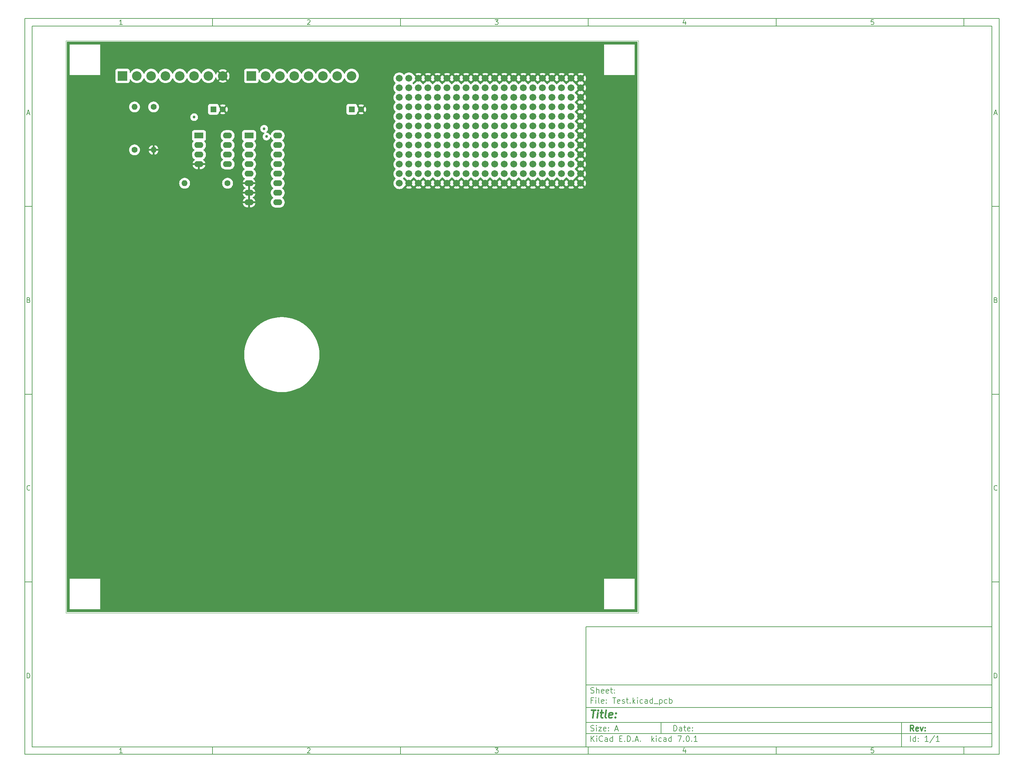
<source format=gbr>
%TF.GenerationSoftware,KiCad,Pcbnew,7.0.1*%
%TF.CreationDate,2023-03-26T09:27:20-05:00*%
%TF.ProjectId,Test,54657374-2e6b-4696-9361-645f70636258,rev?*%
%TF.SameCoordinates,Original*%
%TF.FileFunction,Copper,L2,Inr*%
%TF.FilePolarity,Positive*%
%FSLAX46Y46*%
G04 Gerber Fmt 4.6, Leading zero omitted, Abs format (unit mm)*
G04 Created by KiCad (PCBNEW 7.0.1) date 2023-03-26 09:27:20*
%MOMM*%
%LPD*%
G01*
G04 APERTURE LIST*
%ADD10C,0.100000*%
%ADD11C,0.150000*%
%ADD12C,0.300000*%
%ADD13C,0.400000*%
%TA.AperFunction,ComponentPad*%
%ADD14R,2.400000X1.600000*%
%TD*%
%TA.AperFunction,ComponentPad*%
%ADD15O,2.400000X1.600000*%
%TD*%
%TA.AperFunction,ComponentPad*%
%ADD16C,1.828800*%
%TD*%
%TA.AperFunction,ComponentPad*%
%ADD17R,2.540000X2.540000*%
%TD*%
%TA.AperFunction,ComponentPad*%
%ADD18C,2.540000*%
%TD*%
%TA.AperFunction,ComponentPad*%
%ADD19C,1.600000*%
%TD*%
%TA.AperFunction,ComponentPad*%
%ADD20O,1.600000X1.600000*%
%TD*%
%TA.AperFunction,ComponentPad*%
%ADD21R,1.600000X1.600000*%
%TD*%
%TA.AperFunction,ViaPad*%
%ADD22C,0.762000*%
%TD*%
%TA.AperFunction,Profile*%
%ADD23C,0.100000*%
%TD*%
G04 APERTURE END LIST*
D10*
D11*
X159400000Y-171900000D02*
X267400000Y-171900000D01*
X267400000Y-203900000D01*
X159400000Y-203900000D01*
X159400000Y-171900000D01*
D10*
D11*
X10000000Y-10000000D02*
X269400000Y-10000000D01*
X269400000Y-205900000D01*
X10000000Y-205900000D01*
X10000000Y-10000000D01*
D10*
D11*
X12000000Y-12000000D02*
X267400000Y-12000000D01*
X267400000Y-203900000D01*
X12000000Y-203900000D01*
X12000000Y-12000000D01*
D10*
D11*
X60000000Y-12000000D02*
X60000000Y-10000000D01*
D10*
D11*
X110000000Y-12000000D02*
X110000000Y-10000000D01*
D10*
D11*
X160000000Y-12000000D02*
X160000000Y-10000000D01*
D10*
D11*
X210000000Y-12000000D02*
X210000000Y-10000000D01*
D10*
D11*
X260000000Y-12000000D02*
X260000000Y-10000000D01*
D10*
D11*
X35990476Y-11601404D02*
X35247619Y-11601404D01*
X35619047Y-11601404D02*
X35619047Y-10301404D01*
X35619047Y-10301404D02*
X35495238Y-10487119D01*
X35495238Y-10487119D02*
X35371428Y-10610928D01*
X35371428Y-10610928D02*
X35247619Y-10672833D01*
D10*
D11*
X85247619Y-10425214D02*
X85309523Y-10363309D01*
X85309523Y-10363309D02*
X85433333Y-10301404D01*
X85433333Y-10301404D02*
X85742857Y-10301404D01*
X85742857Y-10301404D02*
X85866666Y-10363309D01*
X85866666Y-10363309D02*
X85928571Y-10425214D01*
X85928571Y-10425214D02*
X85990476Y-10549023D01*
X85990476Y-10549023D02*
X85990476Y-10672833D01*
X85990476Y-10672833D02*
X85928571Y-10858547D01*
X85928571Y-10858547D02*
X85185714Y-11601404D01*
X85185714Y-11601404D02*
X85990476Y-11601404D01*
D10*
D11*
X135185714Y-10301404D02*
X135990476Y-10301404D01*
X135990476Y-10301404D02*
X135557142Y-10796642D01*
X135557142Y-10796642D02*
X135742857Y-10796642D01*
X135742857Y-10796642D02*
X135866666Y-10858547D01*
X135866666Y-10858547D02*
X135928571Y-10920452D01*
X135928571Y-10920452D02*
X135990476Y-11044261D01*
X135990476Y-11044261D02*
X135990476Y-11353785D01*
X135990476Y-11353785D02*
X135928571Y-11477595D01*
X135928571Y-11477595D02*
X135866666Y-11539500D01*
X135866666Y-11539500D02*
X135742857Y-11601404D01*
X135742857Y-11601404D02*
X135371428Y-11601404D01*
X135371428Y-11601404D02*
X135247619Y-11539500D01*
X135247619Y-11539500D02*
X135185714Y-11477595D01*
D10*
D11*
X185866666Y-10734738D02*
X185866666Y-11601404D01*
X185557142Y-10239500D02*
X185247619Y-11168071D01*
X185247619Y-11168071D02*
X186052380Y-11168071D01*
D10*
D11*
X235928571Y-10301404D02*
X235309523Y-10301404D01*
X235309523Y-10301404D02*
X235247619Y-10920452D01*
X235247619Y-10920452D02*
X235309523Y-10858547D01*
X235309523Y-10858547D02*
X235433333Y-10796642D01*
X235433333Y-10796642D02*
X235742857Y-10796642D01*
X235742857Y-10796642D02*
X235866666Y-10858547D01*
X235866666Y-10858547D02*
X235928571Y-10920452D01*
X235928571Y-10920452D02*
X235990476Y-11044261D01*
X235990476Y-11044261D02*
X235990476Y-11353785D01*
X235990476Y-11353785D02*
X235928571Y-11477595D01*
X235928571Y-11477595D02*
X235866666Y-11539500D01*
X235866666Y-11539500D02*
X235742857Y-11601404D01*
X235742857Y-11601404D02*
X235433333Y-11601404D01*
X235433333Y-11601404D02*
X235309523Y-11539500D01*
X235309523Y-11539500D02*
X235247619Y-11477595D01*
D10*
D11*
X60000000Y-203900000D02*
X60000000Y-205900000D01*
D10*
D11*
X110000000Y-203900000D02*
X110000000Y-205900000D01*
D10*
D11*
X160000000Y-203900000D02*
X160000000Y-205900000D01*
D10*
D11*
X210000000Y-203900000D02*
X210000000Y-205900000D01*
D10*
D11*
X260000000Y-203900000D02*
X260000000Y-205900000D01*
D10*
D11*
X35990476Y-205501404D02*
X35247619Y-205501404D01*
X35619047Y-205501404D02*
X35619047Y-204201404D01*
X35619047Y-204201404D02*
X35495238Y-204387119D01*
X35495238Y-204387119D02*
X35371428Y-204510928D01*
X35371428Y-204510928D02*
X35247619Y-204572833D01*
D10*
D11*
X85247619Y-204325214D02*
X85309523Y-204263309D01*
X85309523Y-204263309D02*
X85433333Y-204201404D01*
X85433333Y-204201404D02*
X85742857Y-204201404D01*
X85742857Y-204201404D02*
X85866666Y-204263309D01*
X85866666Y-204263309D02*
X85928571Y-204325214D01*
X85928571Y-204325214D02*
X85990476Y-204449023D01*
X85990476Y-204449023D02*
X85990476Y-204572833D01*
X85990476Y-204572833D02*
X85928571Y-204758547D01*
X85928571Y-204758547D02*
X85185714Y-205501404D01*
X85185714Y-205501404D02*
X85990476Y-205501404D01*
D10*
D11*
X135185714Y-204201404D02*
X135990476Y-204201404D01*
X135990476Y-204201404D02*
X135557142Y-204696642D01*
X135557142Y-204696642D02*
X135742857Y-204696642D01*
X135742857Y-204696642D02*
X135866666Y-204758547D01*
X135866666Y-204758547D02*
X135928571Y-204820452D01*
X135928571Y-204820452D02*
X135990476Y-204944261D01*
X135990476Y-204944261D02*
X135990476Y-205253785D01*
X135990476Y-205253785D02*
X135928571Y-205377595D01*
X135928571Y-205377595D02*
X135866666Y-205439500D01*
X135866666Y-205439500D02*
X135742857Y-205501404D01*
X135742857Y-205501404D02*
X135371428Y-205501404D01*
X135371428Y-205501404D02*
X135247619Y-205439500D01*
X135247619Y-205439500D02*
X135185714Y-205377595D01*
D10*
D11*
X185866666Y-204634738D02*
X185866666Y-205501404D01*
X185557142Y-204139500D02*
X185247619Y-205068071D01*
X185247619Y-205068071D02*
X186052380Y-205068071D01*
D10*
D11*
X235928571Y-204201404D02*
X235309523Y-204201404D01*
X235309523Y-204201404D02*
X235247619Y-204820452D01*
X235247619Y-204820452D02*
X235309523Y-204758547D01*
X235309523Y-204758547D02*
X235433333Y-204696642D01*
X235433333Y-204696642D02*
X235742857Y-204696642D01*
X235742857Y-204696642D02*
X235866666Y-204758547D01*
X235866666Y-204758547D02*
X235928571Y-204820452D01*
X235928571Y-204820452D02*
X235990476Y-204944261D01*
X235990476Y-204944261D02*
X235990476Y-205253785D01*
X235990476Y-205253785D02*
X235928571Y-205377595D01*
X235928571Y-205377595D02*
X235866666Y-205439500D01*
X235866666Y-205439500D02*
X235742857Y-205501404D01*
X235742857Y-205501404D02*
X235433333Y-205501404D01*
X235433333Y-205501404D02*
X235309523Y-205439500D01*
X235309523Y-205439500D02*
X235247619Y-205377595D01*
D10*
D11*
X10000000Y-60000000D02*
X12000000Y-60000000D01*
D10*
D11*
X10000000Y-110000000D02*
X12000000Y-110000000D01*
D10*
D11*
X10000000Y-160000000D02*
X12000000Y-160000000D01*
D10*
D11*
X10690476Y-35229976D02*
X11309523Y-35229976D01*
X10566666Y-35601404D02*
X10999999Y-34301404D01*
X10999999Y-34301404D02*
X11433333Y-35601404D01*
D10*
D11*
X11092857Y-84920452D02*
X11278571Y-84982357D01*
X11278571Y-84982357D02*
X11340476Y-85044261D01*
X11340476Y-85044261D02*
X11402380Y-85168071D01*
X11402380Y-85168071D02*
X11402380Y-85353785D01*
X11402380Y-85353785D02*
X11340476Y-85477595D01*
X11340476Y-85477595D02*
X11278571Y-85539500D01*
X11278571Y-85539500D02*
X11154761Y-85601404D01*
X11154761Y-85601404D02*
X10659523Y-85601404D01*
X10659523Y-85601404D02*
X10659523Y-84301404D01*
X10659523Y-84301404D02*
X11092857Y-84301404D01*
X11092857Y-84301404D02*
X11216666Y-84363309D01*
X11216666Y-84363309D02*
X11278571Y-84425214D01*
X11278571Y-84425214D02*
X11340476Y-84549023D01*
X11340476Y-84549023D02*
X11340476Y-84672833D01*
X11340476Y-84672833D02*
X11278571Y-84796642D01*
X11278571Y-84796642D02*
X11216666Y-84858547D01*
X11216666Y-84858547D02*
X11092857Y-84920452D01*
X11092857Y-84920452D02*
X10659523Y-84920452D01*
D10*
D11*
X11402380Y-135477595D02*
X11340476Y-135539500D01*
X11340476Y-135539500D02*
X11154761Y-135601404D01*
X11154761Y-135601404D02*
X11030952Y-135601404D01*
X11030952Y-135601404D02*
X10845238Y-135539500D01*
X10845238Y-135539500D02*
X10721428Y-135415690D01*
X10721428Y-135415690D02*
X10659523Y-135291880D01*
X10659523Y-135291880D02*
X10597619Y-135044261D01*
X10597619Y-135044261D02*
X10597619Y-134858547D01*
X10597619Y-134858547D02*
X10659523Y-134610928D01*
X10659523Y-134610928D02*
X10721428Y-134487119D01*
X10721428Y-134487119D02*
X10845238Y-134363309D01*
X10845238Y-134363309D02*
X11030952Y-134301404D01*
X11030952Y-134301404D02*
X11154761Y-134301404D01*
X11154761Y-134301404D02*
X11340476Y-134363309D01*
X11340476Y-134363309D02*
X11402380Y-134425214D01*
D10*
D11*
X10659523Y-185601404D02*
X10659523Y-184301404D01*
X10659523Y-184301404D02*
X10969047Y-184301404D01*
X10969047Y-184301404D02*
X11154761Y-184363309D01*
X11154761Y-184363309D02*
X11278571Y-184487119D01*
X11278571Y-184487119D02*
X11340476Y-184610928D01*
X11340476Y-184610928D02*
X11402380Y-184858547D01*
X11402380Y-184858547D02*
X11402380Y-185044261D01*
X11402380Y-185044261D02*
X11340476Y-185291880D01*
X11340476Y-185291880D02*
X11278571Y-185415690D01*
X11278571Y-185415690D02*
X11154761Y-185539500D01*
X11154761Y-185539500D02*
X10969047Y-185601404D01*
X10969047Y-185601404D02*
X10659523Y-185601404D01*
D10*
D11*
X269400000Y-60000000D02*
X267400000Y-60000000D01*
D10*
D11*
X269400000Y-110000000D02*
X267400000Y-110000000D01*
D10*
D11*
X269400000Y-160000000D02*
X267400000Y-160000000D01*
D10*
D11*
X268090476Y-35229976D02*
X268709523Y-35229976D01*
X267966666Y-35601404D02*
X268399999Y-34301404D01*
X268399999Y-34301404D02*
X268833333Y-35601404D01*
D10*
D11*
X268492857Y-84920452D02*
X268678571Y-84982357D01*
X268678571Y-84982357D02*
X268740476Y-85044261D01*
X268740476Y-85044261D02*
X268802380Y-85168071D01*
X268802380Y-85168071D02*
X268802380Y-85353785D01*
X268802380Y-85353785D02*
X268740476Y-85477595D01*
X268740476Y-85477595D02*
X268678571Y-85539500D01*
X268678571Y-85539500D02*
X268554761Y-85601404D01*
X268554761Y-85601404D02*
X268059523Y-85601404D01*
X268059523Y-85601404D02*
X268059523Y-84301404D01*
X268059523Y-84301404D02*
X268492857Y-84301404D01*
X268492857Y-84301404D02*
X268616666Y-84363309D01*
X268616666Y-84363309D02*
X268678571Y-84425214D01*
X268678571Y-84425214D02*
X268740476Y-84549023D01*
X268740476Y-84549023D02*
X268740476Y-84672833D01*
X268740476Y-84672833D02*
X268678571Y-84796642D01*
X268678571Y-84796642D02*
X268616666Y-84858547D01*
X268616666Y-84858547D02*
X268492857Y-84920452D01*
X268492857Y-84920452D02*
X268059523Y-84920452D01*
D10*
D11*
X268802380Y-135477595D02*
X268740476Y-135539500D01*
X268740476Y-135539500D02*
X268554761Y-135601404D01*
X268554761Y-135601404D02*
X268430952Y-135601404D01*
X268430952Y-135601404D02*
X268245238Y-135539500D01*
X268245238Y-135539500D02*
X268121428Y-135415690D01*
X268121428Y-135415690D02*
X268059523Y-135291880D01*
X268059523Y-135291880D02*
X267997619Y-135044261D01*
X267997619Y-135044261D02*
X267997619Y-134858547D01*
X267997619Y-134858547D02*
X268059523Y-134610928D01*
X268059523Y-134610928D02*
X268121428Y-134487119D01*
X268121428Y-134487119D02*
X268245238Y-134363309D01*
X268245238Y-134363309D02*
X268430952Y-134301404D01*
X268430952Y-134301404D02*
X268554761Y-134301404D01*
X268554761Y-134301404D02*
X268740476Y-134363309D01*
X268740476Y-134363309D02*
X268802380Y-134425214D01*
D10*
D11*
X268059523Y-185601404D02*
X268059523Y-184301404D01*
X268059523Y-184301404D02*
X268369047Y-184301404D01*
X268369047Y-184301404D02*
X268554761Y-184363309D01*
X268554761Y-184363309D02*
X268678571Y-184487119D01*
X268678571Y-184487119D02*
X268740476Y-184610928D01*
X268740476Y-184610928D02*
X268802380Y-184858547D01*
X268802380Y-184858547D02*
X268802380Y-185044261D01*
X268802380Y-185044261D02*
X268740476Y-185291880D01*
X268740476Y-185291880D02*
X268678571Y-185415690D01*
X268678571Y-185415690D02*
X268554761Y-185539500D01*
X268554761Y-185539500D02*
X268369047Y-185601404D01*
X268369047Y-185601404D02*
X268059523Y-185601404D01*
D10*
D11*
X182757142Y-199693928D02*
X182757142Y-198193928D01*
X182757142Y-198193928D02*
X183114285Y-198193928D01*
X183114285Y-198193928D02*
X183328571Y-198265357D01*
X183328571Y-198265357D02*
X183471428Y-198408214D01*
X183471428Y-198408214D02*
X183542857Y-198551071D01*
X183542857Y-198551071D02*
X183614285Y-198836785D01*
X183614285Y-198836785D02*
X183614285Y-199051071D01*
X183614285Y-199051071D02*
X183542857Y-199336785D01*
X183542857Y-199336785D02*
X183471428Y-199479642D01*
X183471428Y-199479642D02*
X183328571Y-199622500D01*
X183328571Y-199622500D02*
X183114285Y-199693928D01*
X183114285Y-199693928D02*
X182757142Y-199693928D01*
X184900000Y-199693928D02*
X184900000Y-198908214D01*
X184900000Y-198908214D02*
X184828571Y-198765357D01*
X184828571Y-198765357D02*
X184685714Y-198693928D01*
X184685714Y-198693928D02*
X184400000Y-198693928D01*
X184400000Y-198693928D02*
X184257142Y-198765357D01*
X184900000Y-199622500D02*
X184757142Y-199693928D01*
X184757142Y-199693928D02*
X184400000Y-199693928D01*
X184400000Y-199693928D02*
X184257142Y-199622500D01*
X184257142Y-199622500D02*
X184185714Y-199479642D01*
X184185714Y-199479642D02*
X184185714Y-199336785D01*
X184185714Y-199336785D02*
X184257142Y-199193928D01*
X184257142Y-199193928D02*
X184400000Y-199122500D01*
X184400000Y-199122500D02*
X184757142Y-199122500D01*
X184757142Y-199122500D02*
X184900000Y-199051071D01*
X185400000Y-198693928D02*
X185971428Y-198693928D01*
X185614285Y-198193928D02*
X185614285Y-199479642D01*
X185614285Y-199479642D02*
X185685714Y-199622500D01*
X185685714Y-199622500D02*
X185828571Y-199693928D01*
X185828571Y-199693928D02*
X185971428Y-199693928D01*
X187042857Y-199622500D02*
X186900000Y-199693928D01*
X186900000Y-199693928D02*
X186614286Y-199693928D01*
X186614286Y-199693928D02*
X186471428Y-199622500D01*
X186471428Y-199622500D02*
X186400000Y-199479642D01*
X186400000Y-199479642D02*
X186400000Y-198908214D01*
X186400000Y-198908214D02*
X186471428Y-198765357D01*
X186471428Y-198765357D02*
X186614286Y-198693928D01*
X186614286Y-198693928D02*
X186900000Y-198693928D01*
X186900000Y-198693928D02*
X187042857Y-198765357D01*
X187042857Y-198765357D02*
X187114286Y-198908214D01*
X187114286Y-198908214D02*
X187114286Y-199051071D01*
X187114286Y-199051071D02*
X186400000Y-199193928D01*
X187757142Y-199551071D02*
X187828571Y-199622500D01*
X187828571Y-199622500D02*
X187757142Y-199693928D01*
X187757142Y-199693928D02*
X187685714Y-199622500D01*
X187685714Y-199622500D02*
X187757142Y-199551071D01*
X187757142Y-199551071D02*
X187757142Y-199693928D01*
X187757142Y-198765357D02*
X187828571Y-198836785D01*
X187828571Y-198836785D02*
X187757142Y-198908214D01*
X187757142Y-198908214D02*
X187685714Y-198836785D01*
X187685714Y-198836785D02*
X187757142Y-198765357D01*
X187757142Y-198765357D02*
X187757142Y-198908214D01*
D10*
D11*
X159400000Y-200400000D02*
X267400000Y-200400000D01*
D10*
D11*
X160757142Y-202493928D02*
X160757142Y-200993928D01*
X161614285Y-202493928D02*
X160971428Y-201636785D01*
X161614285Y-200993928D02*
X160757142Y-201851071D01*
X162257142Y-202493928D02*
X162257142Y-201493928D01*
X162257142Y-200993928D02*
X162185714Y-201065357D01*
X162185714Y-201065357D02*
X162257142Y-201136785D01*
X162257142Y-201136785D02*
X162328571Y-201065357D01*
X162328571Y-201065357D02*
X162257142Y-200993928D01*
X162257142Y-200993928D02*
X162257142Y-201136785D01*
X163828571Y-202351071D02*
X163757143Y-202422500D01*
X163757143Y-202422500D02*
X163542857Y-202493928D01*
X163542857Y-202493928D02*
X163400000Y-202493928D01*
X163400000Y-202493928D02*
X163185714Y-202422500D01*
X163185714Y-202422500D02*
X163042857Y-202279642D01*
X163042857Y-202279642D02*
X162971428Y-202136785D01*
X162971428Y-202136785D02*
X162900000Y-201851071D01*
X162900000Y-201851071D02*
X162900000Y-201636785D01*
X162900000Y-201636785D02*
X162971428Y-201351071D01*
X162971428Y-201351071D02*
X163042857Y-201208214D01*
X163042857Y-201208214D02*
X163185714Y-201065357D01*
X163185714Y-201065357D02*
X163400000Y-200993928D01*
X163400000Y-200993928D02*
X163542857Y-200993928D01*
X163542857Y-200993928D02*
X163757143Y-201065357D01*
X163757143Y-201065357D02*
X163828571Y-201136785D01*
X165114286Y-202493928D02*
X165114286Y-201708214D01*
X165114286Y-201708214D02*
X165042857Y-201565357D01*
X165042857Y-201565357D02*
X164900000Y-201493928D01*
X164900000Y-201493928D02*
X164614286Y-201493928D01*
X164614286Y-201493928D02*
X164471428Y-201565357D01*
X165114286Y-202422500D02*
X164971428Y-202493928D01*
X164971428Y-202493928D02*
X164614286Y-202493928D01*
X164614286Y-202493928D02*
X164471428Y-202422500D01*
X164471428Y-202422500D02*
X164400000Y-202279642D01*
X164400000Y-202279642D02*
X164400000Y-202136785D01*
X164400000Y-202136785D02*
X164471428Y-201993928D01*
X164471428Y-201993928D02*
X164614286Y-201922500D01*
X164614286Y-201922500D02*
X164971428Y-201922500D01*
X164971428Y-201922500D02*
X165114286Y-201851071D01*
X166471429Y-202493928D02*
X166471429Y-200993928D01*
X166471429Y-202422500D02*
X166328571Y-202493928D01*
X166328571Y-202493928D02*
X166042857Y-202493928D01*
X166042857Y-202493928D02*
X165900000Y-202422500D01*
X165900000Y-202422500D02*
X165828571Y-202351071D01*
X165828571Y-202351071D02*
X165757143Y-202208214D01*
X165757143Y-202208214D02*
X165757143Y-201779642D01*
X165757143Y-201779642D02*
X165828571Y-201636785D01*
X165828571Y-201636785D02*
X165900000Y-201565357D01*
X165900000Y-201565357D02*
X166042857Y-201493928D01*
X166042857Y-201493928D02*
X166328571Y-201493928D01*
X166328571Y-201493928D02*
X166471429Y-201565357D01*
X168328571Y-201708214D02*
X168828571Y-201708214D01*
X169042857Y-202493928D02*
X168328571Y-202493928D01*
X168328571Y-202493928D02*
X168328571Y-200993928D01*
X168328571Y-200993928D02*
X169042857Y-200993928D01*
X169685714Y-202351071D02*
X169757143Y-202422500D01*
X169757143Y-202422500D02*
X169685714Y-202493928D01*
X169685714Y-202493928D02*
X169614286Y-202422500D01*
X169614286Y-202422500D02*
X169685714Y-202351071D01*
X169685714Y-202351071D02*
X169685714Y-202493928D01*
X170400000Y-202493928D02*
X170400000Y-200993928D01*
X170400000Y-200993928D02*
X170757143Y-200993928D01*
X170757143Y-200993928D02*
X170971429Y-201065357D01*
X170971429Y-201065357D02*
X171114286Y-201208214D01*
X171114286Y-201208214D02*
X171185715Y-201351071D01*
X171185715Y-201351071D02*
X171257143Y-201636785D01*
X171257143Y-201636785D02*
X171257143Y-201851071D01*
X171257143Y-201851071D02*
X171185715Y-202136785D01*
X171185715Y-202136785D02*
X171114286Y-202279642D01*
X171114286Y-202279642D02*
X170971429Y-202422500D01*
X170971429Y-202422500D02*
X170757143Y-202493928D01*
X170757143Y-202493928D02*
X170400000Y-202493928D01*
X171900000Y-202351071D02*
X171971429Y-202422500D01*
X171971429Y-202422500D02*
X171900000Y-202493928D01*
X171900000Y-202493928D02*
X171828572Y-202422500D01*
X171828572Y-202422500D02*
X171900000Y-202351071D01*
X171900000Y-202351071D02*
X171900000Y-202493928D01*
X172542858Y-202065357D02*
X173257144Y-202065357D01*
X172400001Y-202493928D02*
X172900001Y-200993928D01*
X172900001Y-200993928D02*
X173400001Y-202493928D01*
X173900000Y-202351071D02*
X173971429Y-202422500D01*
X173971429Y-202422500D02*
X173900000Y-202493928D01*
X173900000Y-202493928D02*
X173828572Y-202422500D01*
X173828572Y-202422500D02*
X173900000Y-202351071D01*
X173900000Y-202351071D02*
X173900000Y-202493928D01*
X176900000Y-202493928D02*
X176900000Y-200993928D01*
X177042858Y-201922500D02*
X177471429Y-202493928D01*
X177471429Y-201493928D02*
X176900000Y-202065357D01*
X178114286Y-202493928D02*
X178114286Y-201493928D01*
X178114286Y-200993928D02*
X178042858Y-201065357D01*
X178042858Y-201065357D02*
X178114286Y-201136785D01*
X178114286Y-201136785D02*
X178185715Y-201065357D01*
X178185715Y-201065357D02*
X178114286Y-200993928D01*
X178114286Y-200993928D02*
X178114286Y-201136785D01*
X179471430Y-202422500D02*
X179328572Y-202493928D01*
X179328572Y-202493928D02*
X179042858Y-202493928D01*
X179042858Y-202493928D02*
X178900001Y-202422500D01*
X178900001Y-202422500D02*
X178828572Y-202351071D01*
X178828572Y-202351071D02*
X178757144Y-202208214D01*
X178757144Y-202208214D02*
X178757144Y-201779642D01*
X178757144Y-201779642D02*
X178828572Y-201636785D01*
X178828572Y-201636785D02*
X178900001Y-201565357D01*
X178900001Y-201565357D02*
X179042858Y-201493928D01*
X179042858Y-201493928D02*
X179328572Y-201493928D01*
X179328572Y-201493928D02*
X179471430Y-201565357D01*
X180757144Y-202493928D02*
X180757144Y-201708214D01*
X180757144Y-201708214D02*
X180685715Y-201565357D01*
X180685715Y-201565357D02*
X180542858Y-201493928D01*
X180542858Y-201493928D02*
X180257144Y-201493928D01*
X180257144Y-201493928D02*
X180114286Y-201565357D01*
X180757144Y-202422500D02*
X180614286Y-202493928D01*
X180614286Y-202493928D02*
X180257144Y-202493928D01*
X180257144Y-202493928D02*
X180114286Y-202422500D01*
X180114286Y-202422500D02*
X180042858Y-202279642D01*
X180042858Y-202279642D02*
X180042858Y-202136785D01*
X180042858Y-202136785D02*
X180114286Y-201993928D01*
X180114286Y-201993928D02*
X180257144Y-201922500D01*
X180257144Y-201922500D02*
X180614286Y-201922500D01*
X180614286Y-201922500D02*
X180757144Y-201851071D01*
X182114287Y-202493928D02*
X182114287Y-200993928D01*
X182114287Y-202422500D02*
X181971429Y-202493928D01*
X181971429Y-202493928D02*
X181685715Y-202493928D01*
X181685715Y-202493928D02*
X181542858Y-202422500D01*
X181542858Y-202422500D02*
X181471429Y-202351071D01*
X181471429Y-202351071D02*
X181400001Y-202208214D01*
X181400001Y-202208214D02*
X181400001Y-201779642D01*
X181400001Y-201779642D02*
X181471429Y-201636785D01*
X181471429Y-201636785D02*
X181542858Y-201565357D01*
X181542858Y-201565357D02*
X181685715Y-201493928D01*
X181685715Y-201493928D02*
X181971429Y-201493928D01*
X181971429Y-201493928D02*
X182114287Y-201565357D01*
X183828572Y-200993928D02*
X184828572Y-200993928D01*
X184828572Y-200993928D02*
X184185715Y-202493928D01*
X185400000Y-202351071D02*
X185471429Y-202422500D01*
X185471429Y-202422500D02*
X185400000Y-202493928D01*
X185400000Y-202493928D02*
X185328572Y-202422500D01*
X185328572Y-202422500D02*
X185400000Y-202351071D01*
X185400000Y-202351071D02*
X185400000Y-202493928D01*
X186400001Y-200993928D02*
X186542858Y-200993928D01*
X186542858Y-200993928D02*
X186685715Y-201065357D01*
X186685715Y-201065357D02*
X186757144Y-201136785D01*
X186757144Y-201136785D02*
X186828572Y-201279642D01*
X186828572Y-201279642D02*
X186900001Y-201565357D01*
X186900001Y-201565357D02*
X186900001Y-201922500D01*
X186900001Y-201922500D02*
X186828572Y-202208214D01*
X186828572Y-202208214D02*
X186757144Y-202351071D01*
X186757144Y-202351071D02*
X186685715Y-202422500D01*
X186685715Y-202422500D02*
X186542858Y-202493928D01*
X186542858Y-202493928D02*
X186400001Y-202493928D01*
X186400001Y-202493928D02*
X186257144Y-202422500D01*
X186257144Y-202422500D02*
X186185715Y-202351071D01*
X186185715Y-202351071D02*
X186114286Y-202208214D01*
X186114286Y-202208214D02*
X186042858Y-201922500D01*
X186042858Y-201922500D02*
X186042858Y-201565357D01*
X186042858Y-201565357D02*
X186114286Y-201279642D01*
X186114286Y-201279642D02*
X186185715Y-201136785D01*
X186185715Y-201136785D02*
X186257144Y-201065357D01*
X186257144Y-201065357D02*
X186400001Y-200993928D01*
X187542857Y-202351071D02*
X187614286Y-202422500D01*
X187614286Y-202422500D02*
X187542857Y-202493928D01*
X187542857Y-202493928D02*
X187471429Y-202422500D01*
X187471429Y-202422500D02*
X187542857Y-202351071D01*
X187542857Y-202351071D02*
X187542857Y-202493928D01*
X189042858Y-202493928D02*
X188185715Y-202493928D01*
X188614286Y-202493928D02*
X188614286Y-200993928D01*
X188614286Y-200993928D02*
X188471429Y-201208214D01*
X188471429Y-201208214D02*
X188328572Y-201351071D01*
X188328572Y-201351071D02*
X188185715Y-201422500D01*
D10*
D11*
X159400000Y-197400000D02*
X267400000Y-197400000D01*
D10*
D12*
X246614285Y-199693928D02*
X246114285Y-198979642D01*
X245757142Y-199693928D02*
X245757142Y-198193928D01*
X245757142Y-198193928D02*
X246328571Y-198193928D01*
X246328571Y-198193928D02*
X246471428Y-198265357D01*
X246471428Y-198265357D02*
X246542857Y-198336785D01*
X246542857Y-198336785D02*
X246614285Y-198479642D01*
X246614285Y-198479642D02*
X246614285Y-198693928D01*
X246614285Y-198693928D02*
X246542857Y-198836785D01*
X246542857Y-198836785D02*
X246471428Y-198908214D01*
X246471428Y-198908214D02*
X246328571Y-198979642D01*
X246328571Y-198979642D02*
X245757142Y-198979642D01*
X247828571Y-199622500D02*
X247685714Y-199693928D01*
X247685714Y-199693928D02*
X247400000Y-199693928D01*
X247400000Y-199693928D02*
X247257142Y-199622500D01*
X247257142Y-199622500D02*
X247185714Y-199479642D01*
X247185714Y-199479642D02*
X247185714Y-198908214D01*
X247185714Y-198908214D02*
X247257142Y-198765357D01*
X247257142Y-198765357D02*
X247400000Y-198693928D01*
X247400000Y-198693928D02*
X247685714Y-198693928D01*
X247685714Y-198693928D02*
X247828571Y-198765357D01*
X247828571Y-198765357D02*
X247900000Y-198908214D01*
X247900000Y-198908214D02*
X247900000Y-199051071D01*
X247900000Y-199051071D02*
X247185714Y-199193928D01*
X248399999Y-198693928D02*
X248757142Y-199693928D01*
X248757142Y-199693928D02*
X249114285Y-198693928D01*
X249685713Y-199551071D02*
X249757142Y-199622500D01*
X249757142Y-199622500D02*
X249685713Y-199693928D01*
X249685713Y-199693928D02*
X249614285Y-199622500D01*
X249614285Y-199622500D02*
X249685713Y-199551071D01*
X249685713Y-199551071D02*
X249685713Y-199693928D01*
X249685713Y-198765357D02*
X249757142Y-198836785D01*
X249757142Y-198836785D02*
X249685713Y-198908214D01*
X249685713Y-198908214D02*
X249614285Y-198836785D01*
X249614285Y-198836785D02*
X249685713Y-198765357D01*
X249685713Y-198765357D02*
X249685713Y-198908214D01*
D10*
D11*
X160685714Y-199622500D02*
X160900000Y-199693928D01*
X160900000Y-199693928D02*
X161257142Y-199693928D01*
X161257142Y-199693928D02*
X161400000Y-199622500D01*
X161400000Y-199622500D02*
X161471428Y-199551071D01*
X161471428Y-199551071D02*
X161542857Y-199408214D01*
X161542857Y-199408214D02*
X161542857Y-199265357D01*
X161542857Y-199265357D02*
X161471428Y-199122500D01*
X161471428Y-199122500D02*
X161400000Y-199051071D01*
X161400000Y-199051071D02*
X161257142Y-198979642D01*
X161257142Y-198979642D02*
X160971428Y-198908214D01*
X160971428Y-198908214D02*
X160828571Y-198836785D01*
X160828571Y-198836785D02*
X160757142Y-198765357D01*
X160757142Y-198765357D02*
X160685714Y-198622500D01*
X160685714Y-198622500D02*
X160685714Y-198479642D01*
X160685714Y-198479642D02*
X160757142Y-198336785D01*
X160757142Y-198336785D02*
X160828571Y-198265357D01*
X160828571Y-198265357D02*
X160971428Y-198193928D01*
X160971428Y-198193928D02*
X161328571Y-198193928D01*
X161328571Y-198193928D02*
X161542857Y-198265357D01*
X162185713Y-199693928D02*
X162185713Y-198693928D01*
X162185713Y-198193928D02*
X162114285Y-198265357D01*
X162114285Y-198265357D02*
X162185713Y-198336785D01*
X162185713Y-198336785D02*
X162257142Y-198265357D01*
X162257142Y-198265357D02*
X162185713Y-198193928D01*
X162185713Y-198193928D02*
X162185713Y-198336785D01*
X162757142Y-198693928D02*
X163542857Y-198693928D01*
X163542857Y-198693928D02*
X162757142Y-199693928D01*
X162757142Y-199693928D02*
X163542857Y-199693928D01*
X164685714Y-199622500D02*
X164542857Y-199693928D01*
X164542857Y-199693928D02*
X164257143Y-199693928D01*
X164257143Y-199693928D02*
X164114285Y-199622500D01*
X164114285Y-199622500D02*
X164042857Y-199479642D01*
X164042857Y-199479642D02*
X164042857Y-198908214D01*
X164042857Y-198908214D02*
X164114285Y-198765357D01*
X164114285Y-198765357D02*
X164257143Y-198693928D01*
X164257143Y-198693928D02*
X164542857Y-198693928D01*
X164542857Y-198693928D02*
X164685714Y-198765357D01*
X164685714Y-198765357D02*
X164757143Y-198908214D01*
X164757143Y-198908214D02*
X164757143Y-199051071D01*
X164757143Y-199051071D02*
X164042857Y-199193928D01*
X165399999Y-199551071D02*
X165471428Y-199622500D01*
X165471428Y-199622500D02*
X165399999Y-199693928D01*
X165399999Y-199693928D02*
X165328571Y-199622500D01*
X165328571Y-199622500D02*
X165399999Y-199551071D01*
X165399999Y-199551071D02*
X165399999Y-199693928D01*
X165399999Y-198765357D02*
X165471428Y-198836785D01*
X165471428Y-198836785D02*
X165399999Y-198908214D01*
X165399999Y-198908214D02*
X165328571Y-198836785D01*
X165328571Y-198836785D02*
X165399999Y-198765357D01*
X165399999Y-198765357D02*
X165399999Y-198908214D01*
X167185714Y-199265357D02*
X167900000Y-199265357D01*
X167042857Y-199693928D02*
X167542857Y-198193928D01*
X167542857Y-198193928D02*
X168042857Y-199693928D01*
D10*
D11*
X245757142Y-202493928D02*
X245757142Y-200993928D01*
X247114286Y-202493928D02*
X247114286Y-200993928D01*
X247114286Y-202422500D02*
X246971428Y-202493928D01*
X246971428Y-202493928D02*
X246685714Y-202493928D01*
X246685714Y-202493928D02*
X246542857Y-202422500D01*
X246542857Y-202422500D02*
X246471428Y-202351071D01*
X246471428Y-202351071D02*
X246400000Y-202208214D01*
X246400000Y-202208214D02*
X246400000Y-201779642D01*
X246400000Y-201779642D02*
X246471428Y-201636785D01*
X246471428Y-201636785D02*
X246542857Y-201565357D01*
X246542857Y-201565357D02*
X246685714Y-201493928D01*
X246685714Y-201493928D02*
X246971428Y-201493928D01*
X246971428Y-201493928D02*
X247114286Y-201565357D01*
X247828571Y-202351071D02*
X247900000Y-202422500D01*
X247900000Y-202422500D02*
X247828571Y-202493928D01*
X247828571Y-202493928D02*
X247757143Y-202422500D01*
X247757143Y-202422500D02*
X247828571Y-202351071D01*
X247828571Y-202351071D02*
X247828571Y-202493928D01*
X247828571Y-201565357D02*
X247900000Y-201636785D01*
X247900000Y-201636785D02*
X247828571Y-201708214D01*
X247828571Y-201708214D02*
X247757143Y-201636785D01*
X247757143Y-201636785D02*
X247828571Y-201565357D01*
X247828571Y-201565357D02*
X247828571Y-201708214D01*
X250471429Y-202493928D02*
X249614286Y-202493928D01*
X250042857Y-202493928D02*
X250042857Y-200993928D01*
X250042857Y-200993928D02*
X249900000Y-201208214D01*
X249900000Y-201208214D02*
X249757143Y-201351071D01*
X249757143Y-201351071D02*
X249614286Y-201422500D01*
X252185714Y-200922500D02*
X250900000Y-202851071D01*
X253471429Y-202493928D02*
X252614286Y-202493928D01*
X253042857Y-202493928D02*
X253042857Y-200993928D01*
X253042857Y-200993928D02*
X252900000Y-201208214D01*
X252900000Y-201208214D02*
X252757143Y-201351071D01*
X252757143Y-201351071D02*
X252614286Y-201422500D01*
D10*
D11*
X159400000Y-193400000D02*
X267400000Y-193400000D01*
D10*
D13*
X160828571Y-194125238D02*
X161971428Y-194125238D01*
X161150000Y-196125238D02*
X161400000Y-194125238D01*
X162376190Y-196125238D02*
X162542857Y-194791904D01*
X162626190Y-194125238D02*
X162519047Y-194220476D01*
X162519047Y-194220476D02*
X162602381Y-194315714D01*
X162602381Y-194315714D02*
X162709524Y-194220476D01*
X162709524Y-194220476D02*
X162626190Y-194125238D01*
X162626190Y-194125238D02*
X162602381Y-194315714D01*
X163197619Y-194791904D02*
X163959523Y-194791904D01*
X163566666Y-194125238D02*
X163352381Y-195839523D01*
X163352381Y-195839523D02*
X163423809Y-196030000D01*
X163423809Y-196030000D02*
X163602381Y-196125238D01*
X163602381Y-196125238D02*
X163792857Y-196125238D01*
X164733333Y-196125238D02*
X164554761Y-196030000D01*
X164554761Y-196030000D02*
X164483333Y-195839523D01*
X164483333Y-195839523D02*
X164697618Y-194125238D01*
X166257142Y-196030000D02*
X166054761Y-196125238D01*
X166054761Y-196125238D02*
X165673808Y-196125238D01*
X165673808Y-196125238D02*
X165495237Y-196030000D01*
X165495237Y-196030000D02*
X165423808Y-195839523D01*
X165423808Y-195839523D02*
X165519047Y-195077619D01*
X165519047Y-195077619D02*
X165638094Y-194887142D01*
X165638094Y-194887142D02*
X165840475Y-194791904D01*
X165840475Y-194791904D02*
X166221427Y-194791904D01*
X166221427Y-194791904D02*
X166399999Y-194887142D01*
X166399999Y-194887142D02*
X166471427Y-195077619D01*
X166471427Y-195077619D02*
X166447618Y-195268095D01*
X166447618Y-195268095D02*
X165471427Y-195458571D01*
X167209523Y-195934761D02*
X167292856Y-196030000D01*
X167292856Y-196030000D02*
X167185713Y-196125238D01*
X167185713Y-196125238D02*
X167102380Y-196030000D01*
X167102380Y-196030000D02*
X167209523Y-195934761D01*
X167209523Y-195934761D02*
X167185713Y-196125238D01*
X167340475Y-194887142D02*
X167423808Y-194982380D01*
X167423808Y-194982380D02*
X167316666Y-195077619D01*
X167316666Y-195077619D02*
X167233332Y-194982380D01*
X167233332Y-194982380D02*
X167340475Y-194887142D01*
X167340475Y-194887142D02*
X167316666Y-195077619D01*
D10*
D11*
X161257142Y-191508214D02*
X160757142Y-191508214D01*
X160757142Y-192293928D02*
X160757142Y-190793928D01*
X160757142Y-190793928D02*
X161471428Y-190793928D01*
X162042856Y-192293928D02*
X162042856Y-191293928D01*
X162042856Y-190793928D02*
X161971428Y-190865357D01*
X161971428Y-190865357D02*
X162042856Y-190936785D01*
X162042856Y-190936785D02*
X162114285Y-190865357D01*
X162114285Y-190865357D02*
X162042856Y-190793928D01*
X162042856Y-190793928D02*
X162042856Y-190936785D01*
X162971428Y-192293928D02*
X162828571Y-192222500D01*
X162828571Y-192222500D02*
X162757142Y-192079642D01*
X162757142Y-192079642D02*
X162757142Y-190793928D01*
X164114285Y-192222500D02*
X163971428Y-192293928D01*
X163971428Y-192293928D02*
X163685714Y-192293928D01*
X163685714Y-192293928D02*
X163542856Y-192222500D01*
X163542856Y-192222500D02*
X163471428Y-192079642D01*
X163471428Y-192079642D02*
X163471428Y-191508214D01*
X163471428Y-191508214D02*
X163542856Y-191365357D01*
X163542856Y-191365357D02*
X163685714Y-191293928D01*
X163685714Y-191293928D02*
X163971428Y-191293928D01*
X163971428Y-191293928D02*
X164114285Y-191365357D01*
X164114285Y-191365357D02*
X164185714Y-191508214D01*
X164185714Y-191508214D02*
X164185714Y-191651071D01*
X164185714Y-191651071D02*
X163471428Y-191793928D01*
X164828570Y-192151071D02*
X164899999Y-192222500D01*
X164899999Y-192222500D02*
X164828570Y-192293928D01*
X164828570Y-192293928D02*
X164757142Y-192222500D01*
X164757142Y-192222500D02*
X164828570Y-192151071D01*
X164828570Y-192151071D02*
X164828570Y-192293928D01*
X164828570Y-191365357D02*
X164899999Y-191436785D01*
X164899999Y-191436785D02*
X164828570Y-191508214D01*
X164828570Y-191508214D02*
X164757142Y-191436785D01*
X164757142Y-191436785D02*
X164828570Y-191365357D01*
X164828570Y-191365357D02*
X164828570Y-191508214D01*
X166471428Y-190793928D02*
X167328571Y-190793928D01*
X166899999Y-192293928D02*
X166899999Y-190793928D01*
X168399999Y-192222500D02*
X168257142Y-192293928D01*
X168257142Y-192293928D02*
X167971428Y-192293928D01*
X167971428Y-192293928D02*
X167828570Y-192222500D01*
X167828570Y-192222500D02*
X167757142Y-192079642D01*
X167757142Y-192079642D02*
X167757142Y-191508214D01*
X167757142Y-191508214D02*
X167828570Y-191365357D01*
X167828570Y-191365357D02*
X167971428Y-191293928D01*
X167971428Y-191293928D02*
X168257142Y-191293928D01*
X168257142Y-191293928D02*
X168399999Y-191365357D01*
X168399999Y-191365357D02*
X168471428Y-191508214D01*
X168471428Y-191508214D02*
X168471428Y-191651071D01*
X168471428Y-191651071D02*
X167757142Y-191793928D01*
X169042856Y-192222500D02*
X169185713Y-192293928D01*
X169185713Y-192293928D02*
X169471427Y-192293928D01*
X169471427Y-192293928D02*
X169614284Y-192222500D01*
X169614284Y-192222500D02*
X169685713Y-192079642D01*
X169685713Y-192079642D02*
X169685713Y-192008214D01*
X169685713Y-192008214D02*
X169614284Y-191865357D01*
X169614284Y-191865357D02*
X169471427Y-191793928D01*
X169471427Y-191793928D02*
X169257142Y-191793928D01*
X169257142Y-191793928D02*
X169114284Y-191722500D01*
X169114284Y-191722500D02*
X169042856Y-191579642D01*
X169042856Y-191579642D02*
X169042856Y-191508214D01*
X169042856Y-191508214D02*
X169114284Y-191365357D01*
X169114284Y-191365357D02*
X169257142Y-191293928D01*
X169257142Y-191293928D02*
X169471427Y-191293928D01*
X169471427Y-191293928D02*
X169614284Y-191365357D01*
X170114285Y-191293928D02*
X170685713Y-191293928D01*
X170328570Y-190793928D02*
X170328570Y-192079642D01*
X170328570Y-192079642D02*
X170399999Y-192222500D01*
X170399999Y-192222500D02*
X170542856Y-192293928D01*
X170542856Y-192293928D02*
X170685713Y-192293928D01*
X171185713Y-192151071D02*
X171257142Y-192222500D01*
X171257142Y-192222500D02*
X171185713Y-192293928D01*
X171185713Y-192293928D02*
X171114285Y-192222500D01*
X171114285Y-192222500D02*
X171185713Y-192151071D01*
X171185713Y-192151071D02*
X171185713Y-192293928D01*
X171899999Y-192293928D02*
X171899999Y-190793928D01*
X172042857Y-191722500D02*
X172471428Y-192293928D01*
X172471428Y-191293928D02*
X171899999Y-191865357D01*
X173114285Y-192293928D02*
X173114285Y-191293928D01*
X173114285Y-190793928D02*
X173042857Y-190865357D01*
X173042857Y-190865357D02*
X173114285Y-190936785D01*
X173114285Y-190936785D02*
X173185714Y-190865357D01*
X173185714Y-190865357D02*
X173114285Y-190793928D01*
X173114285Y-190793928D02*
X173114285Y-190936785D01*
X174471429Y-192222500D02*
X174328571Y-192293928D01*
X174328571Y-192293928D02*
X174042857Y-192293928D01*
X174042857Y-192293928D02*
X173900000Y-192222500D01*
X173900000Y-192222500D02*
X173828571Y-192151071D01*
X173828571Y-192151071D02*
X173757143Y-192008214D01*
X173757143Y-192008214D02*
X173757143Y-191579642D01*
X173757143Y-191579642D02*
X173828571Y-191436785D01*
X173828571Y-191436785D02*
X173900000Y-191365357D01*
X173900000Y-191365357D02*
X174042857Y-191293928D01*
X174042857Y-191293928D02*
X174328571Y-191293928D01*
X174328571Y-191293928D02*
X174471429Y-191365357D01*
X175757143Y-192293928D02*
X175757143Y-191508214D01*
X175757143Y-191508214D02*
X175685714Y-191365357D01*
X175685714Y-191365357D02*
X175542857Y-191293928D01*
X175542857Y-191293928D02*
X175257143Y-191293928D01*
X175257143Y-191293928D02*
X175114285Y-191365357D01*
X175757143Y-192222500D02*
X175614285Y-192293928D01*
X175614285Y-192293928D02*
X175257143Y-192293928D01*
X175257143Y-192293928D02*
X175114285Y-192222500D01*
X175114285Y-192222500D02*
X175042857Y-192079642D01*
X175042857Y-192079642D02*
X175042857Y-191936785D01*
X175042857Y-191936785D02*
X175114285Y-191793928D01*
X175114285Y-191793928D02*
X175257143Y-191722500D01*
X175257143Y-191722500D02*
X175614285Y-191722500D01*
X175614285Y-191722500D02*
X175757143Y-191651071D01*
X177114286Y-192293928D02*
X177114286Y-190793928D01*
X177114286Y-192222500D02*
X176971428Y-192293928D01*
X176971428Y-192293928D02*
X176685714Y-192293928D01*
X176685714Y-192293928D02*
X176542857Y-192222500D01*
X176542857Y-192222500D02*
X176471428Y-192151071D01*
X176471428Y-192151071D02*
X176400000Y-192008214D01*
X176400000Y-192008214D02*
X176400000Y-191579642D01*
X176400000Y-191579642D02*
X176471428Y-191436785D01*
X176471428Y-191436785D02*
X176542857Y-191365357D01*
X176542857Y-191365357D02*
X176685714Y-191293928D01*
X176685714Y-191293928D02*
X176971428Y-191293928D01*
X176971428Y-191293928D02*
X177114286Y-191365357D01*
X177471429Y-192436785D02*
X178614286Y-192436785D01*
X178971428Y-191293928D02*
X178971428Y-192793928D01*
X178971428Y-191365357D02*
X179114286Y-191293928D01*
X179114286Y-191293928D02*
X179400000Y-191293928D01*
X179400000Y-191293928D02*
X179542857Y-191365357D01*
X179542857Y-191365357D02*
X179614286Y-191436785D01*
X179614286Y-191436785D02*
X179685714Y-191579642D01*
X179685714Y-191579642D02*
X179685714Y-192008214D01*
X179685714Y-192008214D02*
X179614286Y-192151071D01*
X179614286Y-192151071D02*
X179542857Y-192222500D01*
X179542857Y-192222500D02*
X179400000Y-192293928D01*
X179400000Y-192293928D02*
X179114286Y-192293928D01*
X179114286Y-192293928D02*
X178971428Y-192222500D01*
X180971429Y-192222500D02*
X180828571Y-192293928D01*
X180828571Y-192293928D02*
X180542857Y-192293928D01*
X180542857Y-192293928D02*
X180400000Y-192222500D01*
X180400000Y-192222500D02*
X180328571Y-192151071D01*
X180328571Y-192151071D02*
X180257143Y-192008214D01*
X180257143Y-192008214D02*
X180257143Y-191579642D01*
X180257143Y-191579642D02*
X180328571Y-191436785D01*
X180328571Y-191436785D02*
X180400000Y-191365357D01*
X180400000Y-191365357D02*
X180542857Y-191293928D01*
X180542857Y-191293928D02*
X180828571Y-191293928D01*
X180828571Y-191293928D02*
X180971429Y-191365357D01*
X181614285Y-192293928D02*
X181614285Y-190793928D01*
X181614285Y-191365357D02*
X181757143Y-191293928D01*
X181757143Y-191293928D02*
X182042857Y-191293928D01*
X182042857Y-191293928D02*
X182185714Y-191365357D01*
X182185714Y-191365357D02*
X182257143Y-191436785D01*
X182257143Y-191436785D02*
X182328571Y-191579642D01*
X182328571Y-191579642D02*
X182328571Y-192008214D01*
X182328571Y-192008214D02*
X182257143Y-192151071D01*
X182257143Y-192151071D02*
X182185714Y-192222500D01*
X182185714Y-192222500D02*
X182042857Y-192293928D01*
X182042857Y-192293928D02*
X181757143Y-192293928D01*
X181757143Y-192293928D02*
X181614285Y-192222500D01*
D10*
D11*
X159400000Y-187400000D02*
X267400000Y-187400000D01*
D10*
D11*
X160685714Y-189522500D02*
X160900000Y-189593928D01*
X160900000Y-189593928D02*
X161257142Y-189593928D01*
X161257142Y-189593928D02*
X161400000Y-189522500D01*
X161400000Y-189522500D02*
X161471428Y-189451071D01*
X161471428Y-189451071D02*
X161542857Y-189308214D01*
X161542857Y-189308214D02*
X161542857Y-189165357D01*
X161542857Y-189165357D02*
X161471428Y-189022500D01*
X161471428Y-189022500D02*
X161400000Y-188951071D01*
X161400000Y-188951071D02*
X161257142Y-188879642D01*
X161257142Y-188879642D02*
X160971428Y-188808214D01*
X160971428Y-188808214D02*
X160828571Y-188736785D01*
X160828571Y-188736785D02*
X160757142Y-188665357D01*
X160757142Y-188665357D02*
X160685714Y-188522500D01*
X160685714Y-188522500D02*
X160685714Y-188379642D01*
X160685714Y-188379642D02*
X160757142Y-188236785D01*
X160757142Y-188236785D02*
X160828571Y-188165357D01*
X160828571Y-188165357D02*
X160971428Y-188093928D01*
X160971428Y-188093928D02*
X161328571Y-188093928D01*
X161328571Y-188093928D02*
X161542857Y-188165357D01*
X162185713Y-189593928D02*
X162185713Y-188093928D01*
X162828571Y-189593928D02*
X162828571Y-188808214D01*
X162828571Y-188808214D02*
X162757142Y-188665357D01*
X162757142Y-188665357D02*
X162614285Y-188593928D01*
X162614285Y-188593928D02*
X162399999Y-188593928D01*
X162399999Y-188593928D02*
X162257142Y-188665357D01*
X162257142Y-188665357D02*
X162185713Y-188736785D01*
X164114285Y-189522500D02*
X163971428Y-189593928D01*
X163971428Y-189593928D02*
X163685714Y-189593928D01*
X163685714Y-189593928D02*
X163542856Y-189522500D01*
X163542856Y-189522500D02*
X163471428Y-189379642D01*
X163471428Y-189379642D02*
X163471428Y-188808214D01*
X163471428Y-188808214D02*
X163542856Y-188665357D01*
X163542856Y-188665357D02*
X163685714Y-188593928D01*
X163685714Y-188593928D02*
X163971428Y-188593928D01*
X163971428Y-188593928D02*
X164114285Y-188665357D01*
X164114285Y-188665357D02*
X164185714Y-188808214D01*
X164185714Y-188808214D02*
X164185714Y-188951071D01*
X164185714Y-188951071D02*
X163471428Y-189093928D01*
X165399999Y-189522500D02*
X165257142Y-189593928D01*
X165257142Y-189593928D02*
X164971428Y-189593928D01*
X164971428Y-189593928D02*
X164828570Y-189522500D01*
X164828570Y-189522500D02*
X164757142Y-189379642D01*
X164757142Y-189379642D02*
X164757142Y-188808214D01*
X164757142Y-188808214D02*
X164828570Y-188665357D01*
X164828570Y-188665357D02*
X164971428Y-188593928D01*
X164971428Y-188593928D02*
X165257142Y-188593928D01*
X165257142Y-188593928D02*
X165399999Y-188665357D01*
X165399999Y-188665357D02*
X165471428Y-188808214D01*
X165471428Y-188808214D02*
X165471428Y-188951071D01*
X165471428Y-188951071D02*
X164757142Y-189093928D01*
X165899999Y-188593928D02*
X166471427Y-188593928D01*
X166114284Y-188093928D02*
X166114284Y-189379642D01*
X166114284Y-189379642D02*
X166185713Y-189522500D01*
X166185713Y-189522500D02*
X166328570Y-189593928D01*
X166328570Y-189593928D02*
X166471427Y-189593928D01*
X166971427Y-189451071D02*
X167042856Y-189522500D01*
X167042856Y-189522500D02*
X166971427Y-189593928D01*
X166971427Y-189593928D02*
X166899999Y-189522500D01*
X166899999Y-189522500D02*
X166971427Y-189451071D01*
X166971427Y-189451071D02*
X166971427Y-189593928D01*
X166971427Y-188665357D02*
X167042856Y-188736785D01*
X167042856Y-188736785D02*
X166971427Y-188808214D01*
X166971427Y-188808214D02*
X166899999Y-188736785D01*
X166899999Y-188736785D02*
X166971427Y-188665357D01*
X166971427Y-188665357D02*
X166971427Y-188808214D01*
D10*
D12*
D10*
D11*
D10*
D11*
D10*
D11*
D10*
D11*
D10*
D11*
X179400000Y-197400000D02*
X179400000Y-200400000D01*
D10*
D11*
X243400000Y-197400000D02*
X243400000Y-203900000D01*
D14*
%TO.N,Net-(U2-X)*%
%TO.C,U1*%
X56388000Y-41148000D03*
D15*
%TO.N,/Sig*%
X56388000Y-43688000D03*
%TO.N,/Ref*%
X56388000Y-46228000D03*
%TO.N,GND*%
X56388000Y-48768000D03*
%TO.N,/Ref*%
X64008000Y-48768000D03*
%TO.N,Net-(U1B--)*%
X64008000Y-46228000D03*
%TO.N,/sense*%
X64008000Y-43688000D03*
%TO.N,+12V*%
X64008000Y-41148000D03*
%TD*%
D16*
%TO.N,+5V*%
%TO.C,J13*%
X109728000Y-53848000D03*
%TO.N,GND*%
X112268000Y-53848000D03*
X114808000Y-53848000D03*
X117348000Y-53848000D03*
X119888000Y-53848000D03*
X122428000Y-53848000D03*
X124968000Y-53848000D03*
X127508000Y-53848000D03*
X130048000Y-53848000D03*
X132588000Y-53848000D03*
X135128000Y-53848000D03*
X137668000Y-53848000D03*
X140208000Y-53848000D03*
X142748000Y-53848000D03*
X145288000Y-53848000D03*
X147828000Y-53848000D03*
X150368000Y-53848000D03*
X152908000Y-53848000D03*
X155448000Y-53848000D03*
X157988000Y-53848000D03*
%TD*%
D17*
%TO.N,/SELA*%
%TO.C,J2*%
X70358000Y-25273000D03*
D18*
%TO.N,/SELB*%
X74168000Y-25273000D03*
%TO.N,/SELC*%
X77978000Y-25273000D03*
%TO.N,Net-(U2-X3)*%
X81788000Y-25273000D03*
%TO.N,Net-(U2-X2)*%
X85598000Y-25273000D03*
%TO.N,Net-(U2-X1)*%
X89408000Y-25273000D03*
%TO.N,Net-(U2-X0)*%
X93218000Y-25273000D03*
%TO.N,+5V*%
X97028000Y-25273000D03*
%TD*%
D16*
%TO.N,+5V*%
%TO.C,J7*%
X109728000Y-48768000D03*
%TO.N,unconnected-(J7-Pin_2-Pad2)*%
X112268000Y-48768000D03*
%TO.N,unconnected-(J7-Pin_3-Pad3)*%
X114808000Y-48768000D03*
%TO.N,unconnected-(J7-Pin_4-Pad4)*%
X117348000Y-48768000D03*
%TO.N,unconnected-(J7-Pin_5-Pad5)*%
X119888000Y-48768000D03*
%TO.N,unconnected-(J7-Pin_6-Pad6)*%
X122428000Y-48768000D03*
%TO.N,unconnected-(J7-Pin_7-Pad7)*%
X124968000Y-48768000D03*
%TO.N,unconnected-(J7-Pin_8-Pad8)*%
X127508000Y-48768000D03*
%TO.N,unconnected-(J7-Pin_9-Pad9)*%
X130048000Y-48768000D03*
%TO.N,unconnected-(J7-Pin_10-Pad10)*%
X132588000Y-48768000D03*
%TO.N,unconnected-(J7-Pin_11-Pad11)*%
X135128000Y-48768000D03*
%TO.N,unconnected-(J7-Pin_12-Pad12)*%
X137668000Y-48768000D03*
%TO.N,unconnected-(J7-Pin_13-Pad13)*%
X140208000Y-48768000D03*
%TO.N,unconnected-(J7-Pin_14-Pad14)*%
X142748000Y-48768000D03*
%TO.N,unconnected-(J7-Pin_15-Pad15)*%
X145288000Y-48768000D03*
%TO.N,unconnected-(J7-Pin_16-Pad16)*%
X147828000Y-48768000D03*
%TO.N,unconnected-(J7-Pin_17-Pad17)*%
X150368000Y-48768000D03*
%TO.N,unconnected-(J7-Pin_18-Pad18)*%
X152908000Y-48768000D03*
%TO.N,unconnected-(J7-Pin_19-Pad19)*%
X155448000Y-48768000D03*
%TO.N,GND*%
X157988000Y-48768000D03*
%TD*%
%TO.N,+5V*%
%TO.C,J8*%
X109728000Y-46228000D03*
%TO.N,unconnected-(J8-Pin_2-Pad2)*%
X112268000Y-46228000D03*
%TO.N,unconnected-(J8-Pin_3-Pad3)*%
X114808000Y-46228000D03*
%TO.N,unconnected-(J8-Pin_4-Pad4)*%
X117348000Y-46228000D03*
%TO.N,unconnected-(J8-Pin_5-Pad5)*%
X119888000Y-46228000D03*
%TO.N,unconnected-(J8-Pin_6-Pad6)*%
X122428000Y-46228000D03*
%TO.N,unconnected-(J8-Pin_7-Pad7)*%
X124968000Y-46228000D03*
%TO.N,unconnected-(J8-Pin_8-Pad8)*%
X127508000Y-46228000D03*
%TO.N,unconnected-(J8-Pin_9-Pad9)*%
X130048000Y-46228000D03*
%TO.N,unconnected-(J8-Pin_10-Pad10)*%
X132588000Y-46228000D03*
%TO.N,unconnected-(J8-Pin_11-Pad11)*%
X135128000Y-46228000D03*
%TO.N,unconnected-(J8-Pin_12-Pad12)*%
X137668000Y-46228000D03*
%TO.N,unconnected-(J8-Pin_13-Pad13)*%
X140208000Y-46228000D03*
%TO.N,unconnected-(J8-Pin_14-Pad14)*%
X142748000Y-46228000D03*
%TO.N,unconnected-(J8-Pin_15-Pad15)*%
X145288000Y-46228000D03*
%TO.N,unconnected-(J8-Pin_16-Pad16)*%
X147828000Y-46228000D03*
%TO.N,unconnected-(J8-Pin_17-Pad17)*%
X150368000Y-46228000D03*
%TO.N,unconnected-(J8-Pin_18-Pad18)*%
X152908000Y-46228000D03*
%TO.N,unconnected-(J8-Pin_19-Pad19)*%
X155448000Y-46228000D03*
%TO.N,GND*%
X157988000Y-46228000D03*
%TD*%
D17*
%TO.N,+12V*%
%TO.C,J1*%
X36068000Y-25273000D03*
D18*
%TO.N,/supply_div*%
X39878000Y-25273000D03*
%TO.N,/sense*%
X43688000Y-25273000D03*
%TO.N,Net-(U1B--)*%
X47498000Y-25273000D03*
%TO.N,/Ref*%
X51308000Y-25273000D03*
%TO.N,/Sig*%
X55118000Y-25273000D03*
%TO.N,Net-(U2-X4)*%
X58928000Y-25273000D03*
%TO.N,GND*%
X62738000Y-25273000D03*
%TD*%
D14*
%TO.N,Net-(U2-X4)*%
%TO.C,U2*%
X69723000Y-41148000D03*
D15*
%TO.N,unconnected-(U2-X6-Pad2)*%
X69723000Y-43688000D03*
%TO.N,Net-(U2-X)*%
X69723000Y-46228000D03*
%TO.N,unconnected-(U2-X7-Pad4)*%
X69723000Y-48768000D03*
%TO.N,Net-(J6-Pin_2)*%
X69723000Y-51308000D03*
%TO.N,GND*%
X69723000Y-53848000D03*
X69723000Y-56388000D03*
X69723000Y-58928000D03*
%TO.N,/SELC*%
X77343000Y-58928000D03*
%TO.N,/SELB*%
X77343000Y-56388000D03*
%TO.N,/SELA*%
X77343000Y-53848000D03*
%TO.N,Net-(U2-X3)*%
X77343000Y-51308000D03*
%TO.N,Net-(U2-X0)*%
X77343000Y-48768000D03*
%TO.N,Net-(U2-X1)*%
X77343000Y-46228000D03*
%TO.N,Net-(U2-X2)*%
X77343000Y-43688000D03*
%TO.N,+5V*%
X77343000Y-41148000D03*
%TD*%
D16*
%TO.N,+5V*%
%TO.C,J5*%
X109728000Y-28448000D03*
%TO.N,unconnected-(J5-Pin_2-Pad2)*%
X112268000Y-28448000D03*
%TO.N,unconnected-(J5-Pin_3-Pad3)*%
X114808000Y-28448000D03*
%TO.N,unconnected-(J5-Pin_4-Pad4)*%
X117348000Y-28448000D03*
%TO.N,unconnected-(J5-Pin_5-Pad5)*%
X119888000Y-28448000D03*
%TO.N,unconnected-(J5-Pin_6-Pad6)*%
X122428000Y-28448000D03*
%TO.N,unconnected-(J5-Pin_7-Pad7)*%
X124968000Y-28448000D03*
%TO.N,unconnected-(J5-Pin_8-Pad8)*%
X127508000Y-28448000D03*
%TO.N,unconnected-(J5-Pin_9-Pad9)*%
X130048000Y-28448000D03*
%TO.N,unconnected-(J5-Pin_10-Pad10)*%
X132588000Y-28448000D03*
%TO.N,unconnected-(J5-Pin_11-Pad11)*%
X135128000Y-28448000D03*
%TO.N,unconnected-(J5-Pin_12-Pad12)*%
X137668000Y-28448000D03*
%TO.N,unconnected-(J5-Pin_13-Pad13)*%
X140208000Y-28448000D03*
%TO.N,unconnected-(J5-Pin_14-Pad14)*%
X142748000Y-28448000D03*
%TO.N,unconnected-(J5-Pin_15-Pad15)*%
X145288000Y-28448000D03*
%TO.N,unconnected-(J5-Pin_16-Pad16)*%
X147828000Y-28448000D03*
%TO.N,unconnected-(J5-Pin_17-Pad17)*%
X150368000Y-28448000D03*
%TO.N,unconnected-(J5-Pin_18-Pad18)*%
X152908000Y-28448000D03*
%TO.N,unconnected-(J5-Pin_19-Pad19)*%
X155448000Y-28448000D03*
%TO.N,GND*%
X157988000Y-28448000D03*
%TD*%
%TO.N,+5V*%
%TO.C,J14*%
X109728000Y-51308000D03*
%TO.N,unconnected-(J14-Pin_2-Pad2)*%
X112268000Y-51308000D03*
%TO.N,unconnected-(J14-Pin_3-Pad3)*%
X114808000Y-51308000D03*
%TO.N,unconnected-(J14-Pin_4-Pad4)*%
X117348000Y-51308000D03*
%TO.N,unconnected-(J14-Pin_5-Pad5)*%
X119888000Y-51308000D03*
%TO.N,unconnected-(J14-Pin_6-Pad6)*%
X122428000Y-51308000D03*
%TO.N,unconnected-(J14-Pin_7-Pad7)*%
X124968000Y-51308000D03*
%TO.N,unconnected-(J14-Pin_8-Pad8)*%
X127508000Y-51308000D03*
%TO.N,unconnected-(J14-Pin_9-Pad9)*%
X130048000Y-51308000D03*
%TO.N,unconnected-(J14-Pin_10-Pad10)*%
X132588000Y-51308000D03*
%TO.N,unconnected-(J14-Pin_11-Pad11)*%
X135128000Y-51308000D03*
%TO.N,unconnected-(J14-Pin_12-Pad12)*%
X137668000Y-51308000D03*
%TO.N,unconnected-(J14-Pin_13-Pad13)*%
X140208000Y-51308000D03*
%TO.N,unconnected-(J14-Pin_14-Pad14)*%
X142748000Y-51308000D03*
%TO.N,unconnected-(J14-Pin_15-Pad15)*%
X145288000Y-51308000D03*
%TO.N,unconnected-(J14-Pin_16-Pad16)*%
X147828000Y-51308000D03*
%TO.N,unconnected-(J14-Pin_17-Pad17)*%
X150368000Y-51308000D03*
%TO.N,unconnected-(J14-Pin_18-Pad18)*%
X152908000Y-51308000D03*
%TO.N,unconnected-(J14-Pin_19-Pad19)*%
X155448000Y-51308000D03*
%TO.N,GND*%
X157988000Y-51308000D03*
%TD*%
%TO.N,+5V*%
%TO.C,J3*%
X109728000Y-33528000D03*
%TO.N,unconnected-(J3-Pin_2-Pad2)*%
X112268000Y-33528000D03*
%TO.N,unconnected-(J3-Pin_3-Pad3)*%
X114808000Y-33528000D03*
%TO.N,unconnected-(J3-Pin_4-Pad4)*%
X117348000Y-33528000D03*
%TO.N,unconnected-(J3-Pin_5-Pad5)*%
X119888000Y-33528000D03*
%TO.N,unconnected-(J3-Pin_6-Pad6)*%
X122428000Y-33528000D03*
%TO.N,unconnected-(J3-Pin_7-Pad7)*%
X124968000Y-33528000D03*
%TO.N,unconnected-(J3-Pin_8-Pad8)*%
X127508000Y-33528000D03*
%TO.N,unconnected-(J3-Pin_9-Pad9)*%
X130048000Y-33528000D03*
%TO.N,unconnected-(J3-Pin_10-Pad10)*%
X132588000Y-33528000D03*
%TO.N,unconnected-(J3-Pin_11-Pad11)*%
X135128000Y-33528000D03*
%TO.N,unconnected-(J3-Pin_12-Pad12)*%
X137668000Y-33528000D03*
%TO.N,unconnected-(J3-Pin_13-Pad13)*%
X140208000Y-33528000D03*
%TO.N,unconnected-(J3-Pin_14-Pad14)*%
X142748000Y-33528000D03*
%TO.N,unconnected-(J3-Pin_15-Pad15)*%
X145288000Y-33528000D03*
%TO.N,unconnected-(J3-Pin_16-Pad16)*%
X147828000Y-33528000D03*
%TO.N,unconnected-(J3-Pin_17-Pad17)*%
X150368000Y-33528000D03*
%TO.N,unconnected-(J3-Pin_18-Pad18)*%
X152908000Y-33528000D03*
%TO.N,unconnected-(J3-Pin_19-Pad19)*%
X155448000Y-33528000D03*
%TO.N,GND*%
X157988000Y-33528000D03*
%TD*%
D19*
%TO.N,+5V*%
%TO.C,R2*%
X39243000Y-44958000D03*
D20*
%TO.N,/supply_div*%
X39243000Y-33528000D03*
%TD*%
D16*
%TO.N,+5V*%
%TO.C,J12*%
X109728000Y-36068000D03*
%TO.N,unconnected-(J12-Pin_2-Pad2)*%
X112268000Y-36068000D03*
%TO.N,unconnected-(J12-Pin_3-Pad3)*%
X114808000Y-36068000D03*
%TO.N,unconnected-(J12-Pin_4-Pad4)*%
X117348000Y-36068000D03*
%TO.N,unconnected-(J12-Pin_5-Pad5)*%
X119888000Y-36068000D03*
%TO.N,unconnected-(J12-Pin_6-Pad6)*%
X122428000Y-36068000D03*
%TO.N,unconnected-(J12-Pin_7-Pad7)*%
X124968000Y-36068000D03*
%TO.N,unconnected-(J12-Pin_8-Pad8)*%
X127508000Y-36068000D03*
%TO.N,unconnected-(J12-Pin_9-Pad9)*%
X130048000Y-36068000D03*
%TO.N,unconnected-(J12-Pin_10-Pad10)*%
X132588000Y-36068000D03*
%TO.N,unconnected-(J12-Pin_11-Pad11)*%
X135128000Y-36068000D03*
%TO.N,unconnected-(J12-Pin_12-Pad12)*%
X137668000Y-36068000D03*
%TO.N,unconnected-(J12-Pin_13-Pad13)*%
X140208000Y-36068000D03*
%TO.N,unconnected-(J12-Pin_14-Pad14)*%
X142748000Y-36068000D03*
%TO.N,unconnected-(J12-Pin_15-Pad15)*%
X145288000Y-36068000D03*
%TO.N,unconnected-(J12-Pin_16-Pad16)*%
X147828000Y-36068000D03*
%TO.N,unconnected-(J12-Pin_17-Pad17)*%
X150368000Y-36068000D03*
%TO.N,unconnected-(J12-Pin_18-Pad18)*%
X152908000Y-36068000D03*
%TO.N,unconnected-(J12-Pin_19-Pad19)*%
X155448000Y-36068000D03*
%TO.N,GND*%
X157988000Y-36068000D03*
%TD*%
%TO.N,+5V*%
%TO.C,J10*%
X109728000Y-41148000D03*
%TO.N,unconnected-(J10-Pin_2-Pad2)*%
X112268000Y-41148000D03*
%TO.N,unconnected-(J10-Pin_3-Pad3)*%
X114808000Y-41148000D03*
%TO.N,unconnected-(J10-Pin_4-Pad4)*%
X117348000Y-41148000D03*
%TO.N,unconnected-(J10-Pin_5-Pad5)*%
X119888000Y-41148000D03*
%TO.N,unconnected-(J10-Pin_6-Pad6)*%
X122428000Y-41148000D03*
%TO.N,unconnected-(J10-Pin_7-Pad7)*%
X124968000Y-41148000D03*
%TO.N,unconnected-(J10-Pin_8-Pad8)*%
X127508000Y-41148000D03*
%TO.N,unconnected-(J10-Pin_9-Pad9)*%
X130048000Y-41148000D03*
%TO.N,unconnected-(J10-Pin_10-Pad10)*%
X132588000Y-41148000D03*
%TO.N,unconnected-(J10-Pin_11-Pad11)*%
X135128000Y-41148000D03*
%TO.N,unconnected-(J10-Pin_12-Pad12)*%
X137668000Y-41148000D03*
%TO.N,unconnected-(J10-Pin_13-Pad13)*%
X140208000Y-41148000D03*
%TO.N,unconnected-(J10-Pin_14-Pad14)*%
X142748000Y-41148000D03*
%TO.N,unconnected-(J10-Pin_15-Pad15)*%
X145288000Y-41148000D03*
%TO.N,unconnected-(J10-Pin_16-Pad16)*%
X147828000Y-41148000D03*
%TO.N,unconnected-(J10-Pin_17-Pad17)*%
X150368000Y-41148000D03*
%TO.N,unconnected-(J10-Pin_18-Pad18)*%
X152908000Y-41148000D03*
%TO.N,unconnected-(J10-Pin_19-Pad19)*%
X155448000Y-41148000D03*
%TO.N,GND*%
X157988000Y-41148000D03*
%TD*%
%TO.N,+5V*%
%TO.C,J4*%
X109728000Y-30988000D03*
%TO.N,unconnected-(J4-Pin_2-Pad2)*%
X112268000Y-30988000D03*
%TO.N,unconnected-(J4-Pin_3-Pad3)*%
X114808000Y-30988000D03*
%TO.N,unconnected-(J4-Pin_4-Pad4)*%
X117348000Y-30988000D03*
%TO.N,unconnected-(J4-Pin_5-Pad5)*%
X119888000Y-30988000D03*
%TO.N,unconnected-(J4-Pin_6-Pad6)*%
X122428000Y-30988000D03*
%TO.N,unconnected-(J4-Pin_7-Pad7)*%
X124968000Y-30988000D03*
%TO.N,unconnected-(J4-Pin_8-Pad8)*%
X127508000Y-30988000D03*
%TO.N,unconnected-(J4-Pin_9-Pad9)*%
X130048000Y-30988000D03*
%TO.N,unconnected-(J4-Pin_10-Pad10)*%
X132588000Y-30988000D03*
%TO.N,unconnected-(J4-Pin_11-Pad11)*%
X135128000Y-30988000D03*
%TO.N,unconnected-(J4-Pin_12-Pad12)*%
X137668000Y-30988000D03*
%TO.N,unconnected-(J4-Pin_13-Pad13)*%
X140208000Y-30988000D03*
%TO.N,unconnected-(J4-Pin_14-Pad14)*%
X142748000Y-30988000D03*
%TO.N,unconnected-(J4-Pin_15-Pad15)*%
X145288000Y-30988000D03*
%TO.N,unconnected-(J4-Pin_16-Pad16)*%
X147828000Y-30988000D03*
%TO.N,unconnected-(J4-Pin_17-Pad17)*%
X150368000Y-30988000D03*
%TO.N,unconnected-(J4-Pin_18-Pad18)*%
X152908000Y-30988000D03*
%TO.N,unconnected-(J4-Pin_19-Pad19)*%
X155448000Y-30988000D03*
%TO.N,GND*%
X157988000Y-30988000D03*
%TD*%
D19*
%TO.N,Net-(U2-X)*%
%TO.C,R3*%
X64008000Y-53848000D03*
D20*
%TO.N,/sense*%
X52578000Y-53848000D03*
%TD*%
D21*
%TO.N,+5V*%
%TO.C,C2*%
X97068000Y-34163000D03*
D19*
%TO.N,GND*%
X99568000Y-34163000D03*
%TD*%
D16*
%TO.N,+5V*%
%TO.C,J9*%
X109728000Y-43688000D03*
%TO.N,unconnected-(J9-Pin_2-Pad2)*%
X112268000Y-43688000D03*
%TO.N,unconnected-(J9-Pin_3-Pad3)*%
X114808000Y-43688000D03*
%TO.N,unconnected-(J9-Pin_4-Pad4)*%
X117348000Y-43688000D03*
%TO.N,unconnected-(J9-Pin_5-Pad5)*%
X119888000Y-43688000D03*
%TO.N,unconnected-(J9-Pin_6-Pad6)*%
X122428000Y-43688000D03*
%TO.N,unconnected-(J9-Pin_7-Pad7)*%
X124968000Y-43688000D03*
%TO.N,unconnected-(J9-Pin_8-Pad8)*%
X127508000Y-43688000D03*
%TO.N,unconnected-(J9-Pin_9-Pad9)*%
X130048000Y-43688000D03*
%TO.N,unconnected-(J9-Pin_10-Pad10)*%
X132588000Y-43688000D03*
%TO.N,unconnected-(J9-Pin_11-Pad11)*%
X135128000Y-43688000D03*
%TO.N,unconnected-(J9-Pin_12-Pad12)*%
X137668000Y-43688000D03*
%TO.N,unconnected-(J9-Pin_13-Pad13)*%
X140208000Y-43688000D03*
%TO.N,unconnected-(J9-Pin_14-Pad14)*%
X142748000Y-43688000D03*
%TO.N,unconnected-(J9-Pin_15-Pad15)*%
X145288000Y-43688000D03*
%TO.N,unconnected-(J9-Pin_16-Pad16)*%
X147828000Y-43688000D03*
%TO.N,unconnected-(J9-Pin_17-Pad17)*%
X150368000Y-43688000D03*
%TO.N,unconnected-(J9-Pin_18-Pad18)*%
X152908000Y-43688000D03*
%TO.N,unconnected-(J9-Pin_19-Pad19)*%
X155448000Y-43688000D03*
%TO.N,GND*%
X157988000Y-43688000D03*
%TD*%
D19*
%TO.N,/supply_div*%
%TO.C,R1*%
X44323000Y-33528000D03*
D20*
%TO.N,GND*%
X44323000Y-44958000D03*
%TD*%
D21*
%TO.N,+12V*%
%TO.C,C1*%
X60238000Y-34163000D03*
D19*
%TO.N,GND*%
X62738000Y-34163000D03*
%TD*%
D16*
%TO.N,+5V*%
%TO.C,J11*%
X109728000Y-38608000D03*
%TO.N,unconnected-(J11-Pin_2-Pad2)*%
X112268000Y-38608000D03*
%TO.N,unconnected-(J11-Pin_3-Pad3)*%
X114808000Y-38608000D03*
%TO.N,unconnected-(J11-Pin_4-Pad4)*%
X117348000Y-38608000D03*
%TO.N,unconnected-(J11-Pin_5-Pad5)*%
X119888000Y-38608000D03*
%TO.N,unconnected-(J11-Pin_6-Pad6)*%
X122428000Y-38608000D03*
%TO.N,unconnected-(J11-Pin_7-Pad7)*%
X124968000Y-38608000D03*
%TO.N,unconnected-(J11-Pin_8-Pad8)*%
X127508000Y-38608000D03*
%TO.N,unconnected-(J11-Pin_9-Pad9)*%
X130048000Y-38608000D03*
%TO.N,unconnected-(J11-Pin_10-Pad10)*%
X132588000Y-38608000D03*
%TO.N,unconnected-(J11-Pin_11-Pad11)*%
X135128000Y-38608000D03*
%TO.N,unconnected-(J11-Pin_12-Pad12)*%
X137668000Y-38608000D03*
%TO.N,unconnected-(J11-Pin_13-Pad13)*%
X140208000Y-38608000D03*
%TO.N,unconnected-(J11-Pin_14-Pad14)*%
X142748000Y-38608000D03*
%TO.N,unconnected-(J11-Pin_15-Pad15)*%
X145288000Y-38608000D03*
%TO.N,unconnected-(J11-Pin_16-Pad16)*%
X147828000Y-38608000D03*
%TO.N,unconnected-(J11-Pin_17-Pad17)*%
X150368000Y-38608000D03*
%TO.N,unconnected-(J11-Pin_18-Pad18)*%
X152908000Y-38608000D03*
%TO.N,unconnected-(J11-Pin_19-Pad19)*%
X155448000Y-38608000D03*
%TO.N,GND*%
X157988000Y-38608000D03*
%TD*%
%TO.N,+5V*%
%TO.C,J6*%
X109728000Y-25908000D03*
%TO.N,Net-(J6-Pin_2)*%
X112268000Y-25908000D03*
%TO.N,GND*%
X114808000Y-25908000D03*
X117348000Y-25908000D03*
X119888000Y-25908000D03*
X122428000Y-25908000D03*
X124968000Y-25908000D03*
X127508000Y-25908000D03*
X130048000Y-25908000D03*
X132588000Y-25908000D03*
X135128000Y-25908000D03*
X137668000Y-25908000D03*
X140208000Y-25908000D03*
X142748000Y-25908000D03*
X145288000Y-25908000D03*
X147828000Y-25908000D03*
X150368000Y-25908000D03*
X152908000Y-25908000D03*
X155448000Y-25908000D03*
X157988000Y-25908000D03*
%TD*%
D22*
%TO.N,/Sig*%
X55118000Y-36242900D03*
%TO.N,GND*%
X24130000Y-42545000D03*
X131445000Y-20320000D03*
X25400000Y-27305000D03*
X170180000Y-40005000D03*
X45085000Y-166370000D03*
X75565000Y-20320000D03*
X25400000Y-32385000D03*
X24130000Y-154305000D03*
X24130000Y-78105000D03*
X62865000Y-17780000D03*
X139065000Y-20320000D03*
X93345000Y-20320000D03*
X25400000Y-65405000D03*
X50165000Y-166370000D03*
X108585000Y-20320000D03*
X73025000Y-166370000D03*
X159385000Y-17780000D03*
X149225000Y-163830000D03*
X168910000Y-154305000D03*
X42545000Y-166370000D03*
X22860000Y-126365000D03*
X170180000Y-116205000D03*
X25400000Y-34925000D03*
X98425000Y-20320000D03*
X22860000Y-121285000D03*
X111125000Y-165100000D03*
X62865000Y-19050000D03*
X106045000Y-165100000D03*
X116205000Y-163830000D03*
X151765000Y-165100000D03*
X128905000Y-163830000D03*
X25400000Y-111125000D03*
X170180000Y-136525000D03*
X24130000Y-128905000D03*
X65405000Y-165100000D03*
X128905000Y-17780000D03*
X141605000Y-163830000D03*
X133985000Y-163830000D03*
X144145000Y-166370000D03*
X156845000Y-20320000D03*
X78105000Y-19050000D03*
X144145000Y-19050000D03*
X168910000Y-34925000D03*
X168910000Y-60325000D03*
X168910000Y-95885000D03*
X170180000Y-45085000D03*
X75565000Y-166370000D03*
X170180000Y-75565000D03*
X170180000Y-42545000D03*
X22860000Y-118745000D03*
X93345000Y-19050000D03*
X168910000Y-70485000D03*
X170180000Y-100965000D03*
X25400000Y-141605000D03*
X47625000Y-166370000D03*
X170180000Y-111125000D03*
X55245000Y-165100000D03*
X171450000Y-78105000D03*
X168910000Y-103505000D03*
X146685000Y-163830000D03*
X24130000Y-55245000D03*
X22860000Y-83185000D03*
X37465000Y-17780000D03*
X24130000Y-32385000D03*
X32385000Y-17780000D03*
X108585000Y-165100000D03*
X25400000Y-151765000D03*
X144145000Y-163830000D03*
X75565000Y-17780000D03*
X24130000Y-83185000D03*
X85725000Y-20320000D03*
X170180000Y-106045000D03*
X171450000Y-126365000D03*
X170180000Y-103505000D03*
X78105000Y-20320000D03*
X24130000Y-29845000D03*
X168910000Y-141605000D03*
X121285000Y-165100000D03*
X171450000Y-45085000D03*
X116205000Y-20320000D03*
X106045000Y-166370000D03*
X151765000Y-19050000D03*
X136525000Y-17780000D03*
X22860000Y-65405000D03*
X52705000Y-20320000D03*
X139065000Y-166370000D03*
X168910000Y-126365000D03*
X40005000Y-19050000D03*
X22860000Y-106045000D03*
X25400000Y-103505000D03*
X22860000Y-88265000D03*
X171450000Y-151765000D03*
X159385000Y-20320000D03*
X62865000Y-165100000D03*
X170180000Y-90805000D03*
X25400000Y-146685000D03*
X170180000Y-98425000D03*
X25400000Y-90805000D03*
X168910000Y-65405000D03*
X22860000Y-75565000D03*
X37465000Y-166370000D03*
X170180000Y-50165000D03*
X171450000Y-73025000D03*
X57785000Y-165100000D03*
X52705000Y-17780000D03*
X171450000Y-93345000D03*
X24130000Y-141605000D03*
X45085000Y-165100000D03*
X170180000Y-29845000D03*
X139065000Y-19050000D03*
X171450000Y-90805000D03*
X24130000Y-62865000D03*
X111125000Y-20320000D03*
X171450000Y-67945000D03*
X32385000Y-165100000D03*
X47625000Y-19050000D03*
X168910000Y-111125000D03*
X25400000Y-131445000D03*
X22860000Y-141605000D03*
X73025000Y-19050000D03*
X156845000Y-166370000D03*
X40005000Y-20320000D03*
X22860000Y-85725000D03*
X171450000Y-128905000D03*
X171450000Y-146685000D03*
X170180000Y-67945000D03*
X25400000Y-95885000D03*
X22860000Y-47625000D03*
X22860000Y-151765000D03*
X168910000Y-98425000D03*
X70485000Y-17780000D03*
X22860000Y-27305000D03*
X24130000Y-47625000D03*
X123825000Y-20320000D03*
X25400000Y-156845000D03*
X34925000Y-19050000D03*
X159385000Y-165100000D03*
X171450000Y-103505000D03*
X24130000Y-80645000D03*
X100965000Y-165100000D03*
X111125000Y-19050000D03*
X22860000Y-50165000D03*
X170180000Y-34925000D03*
X93345000Y-17780000D03*
X171450000Y-113665000D03*
X67945000Y-17780000D03*
X170180000Y-37465000D03*
X151765000Y-17780000D03*
X171450000Y-149225000D03*
X60325000Y-17780000D03*
X170180000Y-123825000D03*
X168910000Y-146685000D03*
X98425000Y-165100000D03*
X106045000Y-19050000D03*
X60325000Y-163830000D03*
X171450000Y-29845000D03*
X116205000Y-165100000D03*
X171450000Y-123825000D03*
X45085000Y-19050000D03*
X121285000Y-17780000D03*
X171450000Y-50165000D03*
X128905000Y-19050000D03*
X168910000Y-80645000D03*
X100965000Y-163830000D03*
X170180000Y-57785000D03*
X85725000Y-166370000D03*
X116205000Y-19050000D03*
X149225000Y-20320000D03*
X144145000Y-165100000D03*
X149225000Y-17780000D03*
X133985000Y-165100000D03*
X25400000Y-116205000D03*
X22860000Y-78105000D03*
X22860000Y-128905000D03*
X128905000Y-166370000D03*
X25400000Y-55245000D03*
X88265000Y-165100000D03*
X151765000Y-163830000D03*
X141605000Y-19050000D03*
X24130000Y-52705000D03*
X103505000Y-165100000D03*
X171450000Y-100965000D03*
X47625000Y-17780000D03*
X126365000Y-17780000D03*
X170180000Y-85725000D03*
X161925000Y-20320000D03*
X32385000Y-163830000D03*
X24130000Y-85725000D03*
X144145000Y-20320000D03*
X83185000Y-166370000D03*
X24130000Y-60325000D03*
X55245000Y-17780000D03*
X57785000Y-20320000D03*
X25400000Y-154305000D03*
X168910000Y-108585000D03*
X24130000Y-90805000D03*
X22860000Y-52705000D03*
X168910000Y-78105000D03*
X55245000Y-163830000D03*
X95885000Y-19050000D03*
X90805000Y-165100000D03*
X131445000Y-19050000D03*
X25400000Y-52705000D03*
X136525000Y-19050000D03*
X118745000Y-17780000D03*
X123825000Y-166370000D03*
X25400000Y-70485000D03*
X170180000Y-73025000D03*
X161925000Y-163830000D03*
X139065000Y-165100000D03*
X151765000Y-20320000D03*
X170180000Y-80645000D03*
X123825000Y-165100000D03*
X80645000Y-166370000D03*
X22860000Y-149225000D03*
X170180000Y-146685000D03*
X24130000Y-136525000D03*
X22860000Y-103505000D03*
X170180000Y-65405000D03*
X50165000Y-20320000D03*
X100965000Y-19050000D03*
X32385000Y-166370000D03*
X121285000Y-19050000D03*
X22860000Y-60325000D03*
X60325000Y-20320000D03*
X24130000Y-108585000D03*
X40005000Y-166370000D03*
X141605000Y-166370000D03*
X24130000Y-40005000D03*
X73025000Y-165100000D03*
X170180000Y-32385000D03*
X93345000Y-165100000D03*
X170180000Y-55245000D03*
X154305000Y-163830000D03*
X22860000Y-62865000D03*
X170180000Y-144145000D03*
X118745000Y-165100000D03*
X57785000Y-17780000D03*
X159385000Y-163830000D03*
X25400000Y-40005000D03*
X128905000Y-20320000D03*
X156845000Y-165100000D03*
X171450000Y-139065000D03*
X171450000Y-106045000D03*
X144145000Y-17780000D03*
X45085000Y-20320000D03*
X171450000Y-85725000D03*
X93345000Y-166370000D03*
X47625000Y-163830000D03*
X75565000Y-165100000D03*
X118745000Y-19050000D03*
X25400000Y-57785000D03*
X24130000Y-45085000D03*
X24130000Y-37465000D03*
X22860000Y-67945000D03*
X25400000Y-73025000D03*
X154305000Y-17780000D03*
X170180000Y-93345000D03*
X95885000Y-165100000D03*
X100965000Y-20320000D03*
X25400000Y-144145000D03*
X121285000Y-163830000D03*
X156845000Y-163830000D03*
X73025000Y-17780000D03*
X37465000Y-20320000D03*
X25400000Y-29845000D03*
X95885000Y-20320000D03*
X118745000Y-163830000D03*
X168910000Y-128905000D03*
X131445000Y-163830000D03*
X170180000Y-78105000D03*
X25400000Y-133985000D03*
X85725000Y-17780000D03*
X45085000Y-163830000D03*
X126365000Y-166370000D03*
X70485000Y-19050000D03*
X24130000Y-146685000D03*
X113665000Y-19050000D03*
X25400000Y-42545000D03*
X90805000Y-163830000D03*
X22860000Y-55245000D03*
X121285000Y-166370000D03*
X171450000Y-32385000D03*
X25400000Y-149225000D03*
X83185000Y-20320000D03*
X25400000Y-136525000D03*
X168910000Y-57785000D03*
X22860000Y-95885000D03*
X171450000Y-52705000D03*
X24130000Y-95885000D03*
X42545000Y-165100000D03*
X42545000Y-20320000D03*
X24130000Y-67945000D03*
X65405000Y-163830000D03*
X98425000Y-166370000D03*
X168910000Y-83185000D03*
X171450000Y-83185000D03*
X65405000Y-17780000D03*
X170180000Y-149225000D03*
X171450000Y-37465000D03*
X149225000Y-165100000D03*
X57785000Y-19050000D03*
X42545000Y-17780000D03*
X168910000Y-50165000D03*
X168910000Y-73025000D03*
X34925000Y-163830000D03*
X25400000Y-83185000D03*
X168910000Y-116205000D03*
X151765000Y-166370000D03*
X52705000Y-19050000D03*
X88265000Y-163830000D03*
X123825000Y-19050000D03*
X25400000Y-60325000D03*
X24130000Y-93345000D03*
X25400000Y-75565000D03*
X25400000Y-123825000D03*
X171450000Y-133985000D03*
X24130000Y-103505000D03*
X22860000Y-29845000D03*
X168910000Y-133985000D03*
X170180000Y-131445000D03*
X22860000Y-90805000D03*
X168910000Y-131445000D03*
X78105000Y-166370000D03*
X168910000Y-55245000D03*
X146685000Y-20320000D03*
X24130000Y-113665000D03*
X78105000Y-163830000D03*
X106045000Y-17780000D03*
X22860000Y-32385000D03*
X171450000Y-121285000D03*
X24130000Y-34925000D03*
X136525000Y-20320000D03*
X106045000Y-163830000D03*
X168910000Y-149225000D03*
X98425000Y-17780000D03*
X171450000Y-65405000D03*
X146685000Y-166370000D03*
X25400000Y-126365000D03*
X37465000Y-19050000D03*
X80645000Y-20320000D03*
X171450000Y-95885000D03*
X83185000Y-165100000D03*
X111125000Y-163830000D03*
X60325000Y-166370000D03*
X22860000Y-80645000D03*
X22860000Y-144145000D03*
X22860000Y-131445000D03*
X24130000Y-70485000D03*
X168910000Y-67945000D03*
X22860000Y-70485000D03*
X103505000Y-163830000D03*
X22860000Y-123825000D03*
X171450000Y-136525000D03*
X171450000Y-40005000D03*
X171450000Y-27305000D03*
X50165000Y-19050000D03*
X22860000Y-45085000D03*
X126365000Y-19050000D03*
X75565000Y-19050000D03*
X171450000Y-42545000D03*
X24130000Y-27305000D03*
X113665000Y-163830000D03*
X22860000Y-42545000D03*
X168910000Y-52705000D03*
X161925000Y-165100000D03*
X113665000Y-166370000D03*
X123825000Y-17780000D03*
X22860000Y-116205000D03*
X70485000Y-20320000D03*
X108585000Y-17780000D03*
X171450000Y-131445000D03*
X168910000Y-27305000D03*
X168910000Y-90805000D03*
X170180000Y-151765000D03*
X171450000Y-47625000D03*
X22860000Y-113665000D03*
X168910000Y-136525000D03*
X171450000Y-111125000D03*
X45085000Y-17780000D03*
X168910000Y-32385000D03*
X62865000Y-163830000D03*
X113665000Y-20320000D03*
X170180000Y-88265000D03*
X42545000Y-163830000D03*
X80645000Y-165100000D03*
X52705000Y-163830000D03*
X73025000Y-163830000D03*
X25400000Y-93345000D03*
X25400000Y-37465000D03*
X25400000Y-50165000D03*
X133985000Y-19050000D03*
X171450000Y-75565000D03*
X168910000Y-47625000D03*
X50165000Y-163830000D03*
X57785000Y-166370000D03*
X85725000Y-165100000D03*
X168910000Y-85725000D03*
X168910000Y-88265000D03*
X78105000Y-165100000D03*
X25400000Y-67945000D03*
X141605000Y-17780000D03*
X95885000Y-166370000D03*
X170180000Y-95885000D03*
X34925000Y-165100000D03*
X24130000Y-156845000D03*
X25400000Y-118745000D03*
X90805000Y-17780000D03*
X170180000Y-60325000D03*
X40005000Y-165100000D03*
X171450000Y-80645000D03*
X133985000Y-17780000D03*
X131445000Y-17780000D03*
X154305000Y-166370000D03*
X22860000Y-100965000D03*
X108585000Y-19050000D03*
X65405000Y-20320000D03*
X67945000Y-20320000D03*
X154305000Y-19050000D03*
X47625000Y-165100000D03*
X83185000Y-19050000D03*
X100965000Y-166370000D03*
X24130000Y-121285000D03*
X171450000Y-141605000D03*
X156845000Y-19050000D03*
X168910000Y-62865000D03*
X90805000Y-20320000D03*
X168910000Y-75565000D03*
X22860000Y-37465000D03*
X37465000Y-163830000D03*
X118745000Y-166370000D03*
X108585000Y-166370000D03*
X170180000Y-141605000D03*
X25400000Y-139065000D03*
X108585000Y-163830000D03*
X22860000Y-156845000D03*
X170180000Y-47625000D03*
X70485000Y-166370000D03*
X170180000Y-118745000D03*
X24130000Y-118745000D03*
X170180000Y-126365000D03*
X171450000Y-70485000D03*
X55245000Y-19050000D03*
X34925000Y-17780000D03*
X146685000Y-165100000D03*
X170180000Y-27305000D03*
X32385000Y-20320000D03*
X22860000Y-40005000D03*
X149225000Y-19050000D03*
X131445000Y-165100000D03*
X24130000Y-57785000D03*
X22860000Y-34925000D03*
X98425000Y-19050000D03*
X25400000Y-62865000D03*
X60325000Y-165100000D03*
X171450000Y-57785000D03*
X159385000Y-166370000D03*
X24130000Y-116205000D03*
X141605000Y-20320000D03*
X60325000Y-19050000D03*
X24130000Y-88265000D03*
X24130000Y-151765000D03*
X80645000Y-17780000D03*
X75565000Y-163830000D03*
X156845000Y-17780000D03*
X25400000Y-113665000D03*
X88265000Y-166370000D03*
X24130000Y-106045000D03*
X22860000Y-93345000D03*
X171450000Y-118745000D03*
X24130000Y-139065000D03*
X170180000Y-62865000D03*
X55245000Y-166370000D03*
X50165000Y-17780000D03*
X25400000Y-78105000D03*
X22860000Y-139065000D03*
X42545000Y-19050000D03*
X24130000Y-144145000D03*
X57785000Y-163830000D03*
X24130000Y-133985000D03*
X136525000Y-166370000D03*
X85725000Y-163830000D03*
X25400000Y-128905000D03*
X171450000Y-88265000D03*
X70485000Y-165100000D03*
X40005000Y-163830000D03*
X170180000Y-156845000D03*
X170180000Y-108585000D03*
X168910000Y-156845000D03*
X171450000Y-156845000D03*
X88265000Y-19050000D03*
X25400000Y-85725000D03*
X24130000Y-149225000D03*
X22860000Y-57785000D03*
X170180000Y-128905000D03*
X168910000Y-100965000D03*
X83185000Y-163830000D03*
X37465000Y-165100000D03*
X139065000Y-17780000D03*
X106045000Y-20320000D03*
X22860000Y-133985000D03*
X50165000Y-165100000D03*
X25400000Y-45085000D03*
X73025000Y-20320000D03*
X170180000Y-52705000D03*
X170180000Y-113665000D03*
X141605000Y-165100000D03*
X24130000Y-65405000D03*
X32385000Y-19050000D03*
X83185000Y-17780000D03*
X103505000Y-166370000D03*
X25400000Y-98425000D03*
X24130000Y-73025000D03*
X34925000Y-166370000D03*
X24130000Y-111125000D03*
X168910000Y-144145000D03*
X149225000Y-166370000D03*
X25400000Y-100965000D03*
X103505000Y-19050000D03*
X100965000Y-17780000D03*
X24130000Y-50165000D03*
X67945000Y-165100000D03*
X116205000Y-17780000D03*
X80645000Y-19050000D03*
X90805000Y-166370000D03*
X131445000Y-166370000D03*
X111125000Y-17780000D03*
X168910000Y-42545000D03*
X170180000Y-83185000D03*
X171450000Y-144145000D03*
X168910000Y-106045000D03*
X52705000Y-166370000D03*
X171450000Y-108585000D03*
X55245000Y-20320000D03*
X168910000Y-151765000D03*
X168910000Y-93345000D03*
X170180000Y-133985000D03*
X136525000Y-163830000D03*
X24130000Y-131445000D03*
X168910000Y-118745000D03*
X161925000Y-17780000D03*
X88265000Y-17780000D03*
X25400000Y-121285000D03*
X168910000Y-139065000D03*
X154305000Y-20320000D03*
X168910000Y-123825000D03*
X168910000Y-40005000D03*
X116205000Y-166370000D03*
X168910000Y-113665000D03*
X52705000Y-165100000D03*
X133985000Y-20320000D03*
X171450000Y-55245000D03*
X65405000Y-166370000D03*
X67945000Y-19050000D03*
X70485000Y-163830000D03*
X22860000Y-111125000D03*
X161925000Y-19050000D03*
X168910000Y-37465000D03*
X168910000Y-121285000D03*
X146685000Y-19050000D03*
X22860000Y-146685000D03*
X62865000Y-166370000D03*
X80645000Y-163830000D03*
X113665000Y-165100000D03*
X113665000Y-17780000D03*
X25400000Y-47625000D03*
X24130000Y-75565000D03*
X170180000Y-154305000D03*
X154305000Y-165100000D03*
X88265000Y-20320000D03*
X171450000Y-154305000D03*
X40005000Y-17780000D03*
X103505000Y-17780000D03*
X171450000Y-116205000D03*
X90805000Y-19050000D03*
X95885000Y-17780000D03*
X133985000Y-166370000D03*
X78105000Y-17780000D03*
X24130000Y-126365000D03*
X47625000Y-20320000D03*
X24130000Y-100965000D03*
X24130000Y-98425000D03*
X111125000Y-166370000D03*
X93345000Y-163830000D03*
X103505000Y-20320000D03*
X126365000Y-20320000D03*
X22860000Y-154305000D03*
X126365000Y-163830000D03*
X139065000Y-163830000D03*
X25400000Y-108585000D03*
X67945000Y-163830000D03*
X161925000Y-166370000D03*
X22860000Y-98425000D03*
X171450000Y-98425000D03*
X171450000Y-34925000D03*
X128905000Y-165100000D03*
X34925000Y-20320000D03*
X123825000Y-163830000D03*
X22860000Y-136525000D03*
X146685000Y-17780000D03*
X159385000Y-19050000D03*
X62865000Y-20320000D03*
X22860000Y-73025000D03*
X98425000Y-163830000D03*
X171450000Y-62865000D03*
X121285000Y-20320000D03*
X24130000Y-123825000D03*
X25400000Y-106045000D03*
X85725000Y-19050000D03*
X65405000Y-19050000D03*
X67945000Y-166370000D03*
X25400000Y-88265000D03*
X168910000Y-29845000D03*
X170180000Y-70485000D03*
X118745000Y-20320000D03*
X25400000Y-80645000D03*
X168910000Y-45085000D03*
X95885000Y-163830000D03*
X136525000Y-165100000D03*
X126365000Y-165100000D03*
X22860000Y-108585000D03*
X171450000Y-60325000D03*
X170180000Y-121285000D03*
X170180000Y-139065000D03*
%TO.N,/SELB*%
X73744800Y-39327700D03*
%TO.N,/SELC*%
X74357700Y-41413600D03*
%TD*%
%TA.AperFunction,Conductor*%
%TO.N,GND*%
G36*
X173037500Y-16146381D02*
G01*
X173083619Y-16192500D01*
X173100500Y-16255500D01*
X173100500Y-167894500D01*
X173083619Y-167957500D01*
X173037500Y-168003619D01*
X172974500Y-168020500D01*
X21335500Y-168020500D01*
X21272500Y-168003619D01*
X21226381Y-167957500D01*
X21209500Y-167894500D01*
X21209500Y-159131000D01*
X21971000Y-159131000D01*
X21971000Y-167259000D01*
X30099000Y-167259000D01*
X30099000Y-159131000D01*
X164211000Y-159131000D01*
X164211000Y-167259000D01*
X172339000Y-167259000D01*
X172339000Y-159131000D01*
X164211000Y-159131000D01*
X30099000Y-159131000D01*
X21971000Y-159131000D01*
X21209500Y-159131000D01*
X21209500Y-99486847D01*
X68450170Y-99486847D01*
X68498324Y-100467018D01*
X68642318Y-101437748D01*
X68880766Y-102389688D01*
X68880768Y-102389693D01*
X69211376Y-103313681D01*
X69630959Y-104200814D01*
X69630960Y-104200815D01*
X70135476Y-105042551D01*
X70720066Y-105830778D01*
X71379103Y-106557914D01*
X72106238Y-107216950D01*
X72106239Y-107216951D01*
X72894469Y-107801543D01*
X73736204Y-108306059D01*
X74623337Y-108725642D01*
X75547325Y-109056250D01*
X76499268Y-109294699D01*
X77470000Y-109438694D01*
X78450171Y-109486847D01*
X79430342Y-109438694D01*
X80401074Y-109294699D01*
X81353017Y-109056250D01*
X82277005Y-108725642D01*
X83164138Y-108306059D01*
X84005873Y-107801543D01*
X84794103Y-107216951D01*
X85521238Y-106557914D01*
X86180275Y-105830779D01*
X86764867Y-105042549D01*
X87269383Y-104200814D01*
X87688966Y-103313681D01*
X88019574Y-102389693D01*
X88258023Y-101437750D01*
X88402018Y-100467018D01*
X88450171Y-99486847D01*
X88402018Y-98506676D01*
X88258023Y-97535944D01*
X88019574Y-96584001D01*
X87688966Y-95660013D01*
X87269383Y-94772880D01*
X86764867Y-93931145D01*
X86180275Y-93142915D01*
X85521238Y-92415779D01*
X84794102Y-91756742D01*
X84005875Y-91172152D01*
X83726756Y-91004854D01*
X83164138Y-90667635D01*
X82277005Y-90248052D01*
X81695741Y-90040072D01*
X81353012Y-89917442D01*
X80401072Y-89678994D01*
X79430342Y-89535000D01*
X78450171Y-89486846D01*
X77469999Y-89535000D01*
X76499269Y-89678994D01*
X75547329Y-89917442D01*
X74623337Y-90248052D01*
X73736202Y-90667636D01*
X72894466Y-91172152D01*
X72106239Y-91756742D01*
X71379103Y-92415779D01*
X70720066Y-93142915D01*
X70135476Y-93931142D01*
X69630960Y-94772878D01*
X69211376Y-95660013D01*
X68880766Y-96584005D01*
X68642318Y-97535945D01*
X68498324Y-98506675D01*
X68450170Y-99486847D01*
X21209500Y-99486847D01*
X21209500Y-59182000D01*
X68036918Y-59182000D01*
X68089186Y-59377070D01*
X68185912Y-59584498D01*
X68317189Y-59771981D01*
X68479018Y-59933810D01*
X68666501Y-60065087D01*
X68873929Y-60161813D01*
X69095000Y-60221048D01*
X69265900Y-60236000D01*
X69469000Y-60236000D01*
X69469000Y-59182000D01*
X69977000Y-59182000D01*
X69977000Y-60236000D01*
X70180100Y-60236000D01*
X70350999Y-60221048D01*
X70572070Y-60161813D01*
X70779498Y-60065087D01*
X70966981Y-59933810D01*
X71128810Y-59771981D01*
X71260087Y-59584498D01*
X71356813Y-59377070D01*
X71409082Y-59182000D01*
X69977000Y-59182000D01*
X69469000Y-59182000D01*
X68036918Y-59182000D01*
X21209500Y-59182000D01*
X21209500Y-58674000D01*
X68036917Y-58674000D01*
X69469000Y-58674000D01*
X69469000Y-56642000D01*
X69977000Y-56642000D01*
X69977000Y-58674000D01*
X71409082Y-58674000D01*
X71356813Y-58478929D01*
X71260087Y-58271501D01*
X71128810Y-58084018D01*
X70966981Y-57922189D01*
X70779498Y-57790912D01*
X70739359Y-57772195D01*
X70686342Y-57725700D01*
X70666609Y-57658000D01*
X70686342Y-57590300D01*
X70739359Y-57543805D01*
X70779498Y-57525087D01*
X70966981Y-57393810D01*
X71128810Y-57231981D01*
X71260087Y-57044498D01*
X71356813Y-56837070D01*
X71409082Y-56642000D01*
X69977000Y-56642000D01*
X69469000Y-56642000D01*
X68036918Y-56642000D01*
X68089186Y-56837070D01*
X68185912Y-57044498D01*
X68317189Y-57231981D01*
X68479018Y-57393810D01*
X68666501Y-57525087D01*
X68706641Y-57543805D01*
X68759658Y-57590300D01*
X68779391Y-57658000D01*
X68759658Y-57725700D01*
X68706641Y-57772195D01*
X68666501Y-57790912D01*
X68479018Y-57922189D01*
X68317189Y-58084018D01*
X68185912Y-58271501D01*
X68089186Y-58478929D01*
X68036917Y-58674000D01*
X21209500Y-58674000D01*
X21209500Y-56134000D01*
X68036917Y-56134000D01*
X69469000Y-56134000D01*
X69469000Y-54102000D01*
X69977000Y-54102000D01*
X69977000Y-56134000D01*
X71409082Y-56134000D01*
X71356813Y-55938929D01*
X71260087Y-55731501D01*
X71128810Y-55544018D01*
X70966981Y-55382189D01*
X70779498Y-55250912D01*
X70739359Y-55232195D01*
X70686342Y-55185700D01*
X70666609Y-55118000D01*
X70686342Y-55050300D01*
X70739359Y-55003805D01*
X70779498Y-54985087D01*
X70966981Y-54853810D01*
X71128810Y-54691981D01*
X71260087Y-54504498D01*
X71356813Y-54297070D01*
X71409082Y-54102000D01*
X69977000Y-54102000D01*
X69469000Y-54102000D01*
X68036918Y-54102000D01*
X68089186Y-54297070D01*
X68185912Y-54504498D01*
X68317189Y-54691981D01*
X68479018Y-54853810D01*
X68666503Y-54985089D01*
X68706641Y-55003806D01*
X68759658Y-55050301D01*
X68779390Y-55118000D01*
X68759658Y-55185699D01*
X68706641Y-55232194D01*
X68666503Y-55250910D01*
X68479018Y-55382189D01*
X68317189Y-55544018D01*
X68185912Y-55731501D01*
X68089186Y-55938929D01*
X68036917Y-56134000D01*
X21209500Y-56134000D01*
X21209500Y-53848000D01*
X51137580Y-53848000D01*
X51157225Y-54085085D01*
X51157225Y-54085088D01*
X51157226Y-54085089D01*
X51215624Y-54315699D01*
X51215625Y-54315702D01*
X51215626Y-54315704D01*
X51311188Y-54533564D01*
X51441306Y-54732724D01*
X51468096Y-54761826D01*
X51524938Y-54823573D01*
X51602430Y-54907751D01*
X51790165Y-55053871D01*
X51999390Y-55167098D01*
X52224398Y-55244344D01*
X52459051Y-55283500D01*
X52696946Y-55283500D01*
X52696949Y-55283500D01*
X52931602Y-55244344D01*
X53156610Y-55167098D01*
X53365835Y-55053871D01*
X53553570Y-54907751D01*
X53714694Y-54732724D01*
X53844812Y-54533564D01*
X53940374Y-54315704D01*
X53998775Y-54085085D01*
X54018420Y-53848000D01*
X62567580Y-53848000D01*
X62587225Y-54085085D01*
X62587225Y-54085088D01*
X62587226Y-54085089D01*
X62645624Y-54315699D01*
X62645625Y-54315702D01*
X62645626Y-54315704D01*
X62741188Y-54533564D01*
X62871306Y-54732724D01*
X62898096Y-54761826D01*
X62954938Y-54823573D01*
X63032430Y-54907751D01*
X63220165Y-55053871D01*
X63429390Y-55167098D01*
X63654398Y-55244344D01*
X63889051Y-55283500D01*
X64126946Y-55283500D01*
X64126949Y-55283500D01*
X64361602Y-55244344D01*
X64586610Y-55167098D01*
X64795835Y-55053871D01*
X64983570Y-54907751D01*
X65144694Y-54732724D01*
X65274812Y-54533564D01*
X65370374Y-54315704D01*
X65428775Y-54085085D01*
X65448420Y-53848000D01*
X65428775Y-53610915D01*
X65370374Y-53380296D01*
X65274812Y-53162436D01*
X65144694Y-52963276D01*
X64983570Y-52788249D01*
X64795835Y-52642129D01*
X64586610Y-52528902D01*
X64586609Y-52528901D01*
X64586606Y-52528900D01*
X64436604Y-52477404D01*
X64361602Y-52451656D01*
X64126949Y-52412500D01*
X63889051Y-52412500D01*
X63654398Y-52451656D01*
X63654395Y-52451656D01*
X63654395Y-52451657D01*
X63429393Y-52528900D01*
X63220163Y-52642130D01*
X63032426Y-52788252D01*
X62871309Y-52963272D01*
X62871307Y-52963274D01*
X62871306Y-52963276D01*
X62808005Y-53060165D01*
X62741188Y-53162436D01*
X62645624Y-53380300D01*
X62587226Y-53610910D01*
X62587225Y-53610915D01*
X62567580Y-53848000D01*
X54018420Y-53848000D01*
X53998775Y-53610915D01*
X53940374Y-53380296D01*
X53844812Y-53162436D01*
X53714694Y-52963276D01*
X53553570Y-52788249D01*
X53365835Y-52642129D01*
X53156610Y-52528902D01*
X53156609Y-52528901D01*
X53156606Y-52528900D01*
X53006604Y-52477404D01*
X52931602Y-52451656D01*
X52696949Y-52412500D01*
X52459051Y-52412500D01*
X52224398Y-52451656D01*
X52224395Y-52451656D01*
X52224395Y-52451657D01*
X51999393Y-52528900D01*
X51790163Y-52642130D01*
X51602426Y-52788252D01*
X51441309Y-52963272D01*
X51441307Y-52963274D01*
X51441306Y-52963276D01*
X51378005Y-53060165D01*
X51311188Y-53162436D01*
X51215624Y-53380300D01*
X51157226Y-53610910D01*
X51157225Y-53610915D01*
X51137580Y-53848000D01*
X21209500Y-53848000D01*
X21209500Y-51426949D01*
X67887500Y-51426949D01*
X67926656Y-51661602D01*
X67952404Y-51736604D01*
X68003900Y-51886606D01*
X68003901Y-51886609D01*
X68003902Y-51886610D01*
X68117129Y-52095835D01*
X68263249Y-52283570D01*
X68438276Y-52444694D01*
X68597103Y-52548461D01*
X68638515Y-52593085D01*
X68654171Y-52651917D01*
X68640415Y-52711223D01*
X68600458Y-52757156D01*
X68479018Y-52842189D01*
X68317189Y-53004018D01*
X68185912Y-53191501D01*
X68089186Y-53398929D01*
X68036917Y-53594000D01*
X71409082Y-53594000D01*
X71356813Y-53398929D01*
X71260087Y-53191501D01*
X71128810Y-53004018D01*
X70966981Y-52842189D01*
X70845542Y-52757156D01*
X70805585Y-52711223D01*
X70791829Y-52651917D01*
X70807485Y-52593085D01*
X70848896Y-52548461D01*
X71007724Y-52444694D01*
X71182751Y-52283570D01*
X71328871Y-52095835D01*
X71442098Y-51886610D01*
X71519344Y-51661602D01*
X71558500Y-51426949D01*
X71558500Y-51189051D01*
X71519344Y-50954398D01*
X71442098Y-50729390D01*
X71328871Y-50520165D01*
X71182751Y-50332430D01*
X71007724Y-50171306D01*
X70965135Y-50143481D01*
X70923238Y-50097970D01*
X70908052Y-50038000D01*
X70923238Y-49978030D01*
X70965135Y-49932518D01*
X71007724Y-49904694D01*
X71182751Y-49743570D01*
X71328871Y-49555835D01*
X71442098Y-49346610D01*
X71519344Y-49121602D01*
X71558500Y-48886949D01*
X71558500Y-48649051D01*
X71519344Y-48414398D01*
X71442098Y-48189390D01*
X71328871Y-47980165D01*
X71182751Y-47792430D01*
X71007724Y-47631306D01*
X70965135Y-47603481D01*
X70923238Y-47557970D01*
X70908052Y-47498000D01*
X70923238Y-47438030D01*
X70965135Y-47392518D01*
X71007724Y-47364694D01*
X71182751Y-47203570D01*
X71328871Y-47015835D01*
X71442098Y-46806610D01*
X71519344Y-46581602D01*
X71558500Y-46346949D01*
X71558500Y-46109051D01*
X71519344Y-45874398D01*
X71442098Y-45649390D01*
X71328871Y-45440165D01*
X71182751Y-45252430D01*
X71138832Y-45212000D01*
X71007725Y-45091307D01*
X71007724Y-45091306D01*
X70965135Y-45063481D01*
X70923238Y-45017970D01*
X70908052Y-44958000D01*
X70923238Y-44898030D01*
X70965135Y-44852518D01*
X71007724Y-44824694D01*
X71182751Y-44663570D01*
X71328871Y-44475835D01*
X71442098Y-44266610D01*
X71519344Y-44041602D01*
X71558500Y-43806949D01*
X71558500Y-43569051D01*
X71519344Y-43334398D01*
X71442098Y-43109390D01*
X71328871Y-42900165D01*
X71182751Y-42712430D01*
X71182749Y-42712428D01*
X71176338Y-42704191D01*
X71178353Y-42702622D01*
X71156080Y-42669623D01*
X71148661Y-42611930D01*
X71167947Y-42557053D01*
X71209825Y-42516688D01*
X71315598Y-42454135D01*
X71429135Y-42340598D01*
X71510869Y-42202393D01*
X71555665Y-42048204D01*
X71558500Y-42012181D01*
X71558499Y-40283820D01*
X71555665Y-40247796D01*
X71510869Y-40093607D01*
X71429135Y-39955402D01*
X71429133Y-39955400D01*
X71429132Y-39955398D01*
X71315601Y-39841867D01*
X71287501Y-39825249D01*
X71177393Y-39760131D01*
X71177392Y-39760130D01*
X71177391Y-39760130D01*
X71023206Y-39715335D01*
X71012911Y-39714524D01*
X70987181Y-39712500D01*
X70987176Y-39712500D01*
X68458822Y-39712500D01*
X68422795Y-39715335D01*
X68268608Y-39760130D01*
X68130398Y-39841867D01*
X68016867Y-39955398D01*
X67935130Y-40093608D01*
X67890335Y-40247793D01*
X67890335Y-40247795D01*
X67890335Y-40247796D01*
X67888040Y-40276966D01*
X67887500Y-40283823D01*
X67887500Y-42012177D01*
X67890335Y-42048204D01*
X67922724Y-42159690D01*
X67935131Y-42202393D01*
X68005977Y-42322188D01*
X68016867Y-42340601D01*
X68130398Y-42454132D01*
X68130400Y-42454133D01*
X68130402Y-42454135D01*
X68236172Y-42516687D01*
X68278047Y-42557046D01*
X68297336Y-42611913D01*
X68289928Y-42669599D01*
X68267647Y-42702623D01*
X68269662Y-42704191D01*
X68117130Y-42900163D01*
X68003900Y-43109393D01*
X67928581Y-43328790D01*
X67926656Y-43334398D01*
X67887500Y-43569051D01*
X67887500Y-43806949D01*
X67926656Y-44041602D01*
X67937530Y-44073276D01*
X68003900Y-44266606D01*
X68003901Y-44266609D01*
X68003902Y-44266610D01*
X68117129Y-44475835D01*
X68263249Y-44663570D01*
X68263251Y-44663572D01*
X68263252Y-44663573D01*
X68325537Y-44720910D01*
X68438276Y-44824694D01*
X68480864Y-44852518D01*
X68522761Y-44898031D01*
X68537947Y-44958000D01*
X68522761Y-45017969D01*
X68480864Y-45063481D01*
X68438276Y-45091306D01*
X68438274Y-45091307D01*
X68438272Y-45091309D01*
X68263252Y-45252426D01*
X68117130Y-45440163D01*
X68003900Y-45649393D01*
X67951517Y-45801981D01*
X67926656Y-45874398D01*
X67887500Y-46109051D01*
X67887500Y-46346949D01*
X67926656Y-46581602D01*
X67952404Y-46656604D01*
X68003900Y-46806606D01*
X68003901Y-46806609D01*
X68003902Y-46806610D01*
X68117129Y-47015835D01*
X68263249Y-47203570D01*
X68438276Y-47364694D01*
X68480864Y-47392518D01*
X68522761Y-47438031D01*
X68537947Y-47498000D01*
X68522761Y-47557969D01*
X68480864Y-47603481D01*
X68438276Y-47631306D01*
X68438274Y-47631307D01*
X68438272Y-47631309D01*
X68263252Y-47792426D01*
X68117130Y-47980163D01*
X68003900Y-48189393D01*
X67928581Y-48408790D01*
X67926656Y-48414398D01*
X67887500Y-48649051D01*
X67887500Y-48886949D01*
X67926656Y-49121602D01*
X67952404Y-49196604D01*
X68003900Y-49346606D01*
X68003901Y-49346609D01*
X68003902Y-49346610D01*
X68117129Y-49555835D01*
X68263249Y-49743570D01*
X68263251Y-49743572D01*
X68263252Y-49743573D01*
X68438270Y-49904689D01*
X68438271Y-49904690D01*
X68438276Y-49904694D01*
X68480866Y-49932519D01*
X68522760Y-49978028D01*
X68537947Y-50037997D01*
X68522762Y-50097967D01*
X68480864Y-50143481D01*
X68438274Y-50171307D01*
X68263252Y-50332426D01*
X68117130Y-50520163D01*
X68003900Y-50729393D01*
X67928581Y-50948790D01*
X67926656Y-50954398D01*
X67887500Y-51189051D01*
X67887500Y-51426949D01*
X21209500Y-51426949D01*
X21209500Y-49022000D01*
X54701918Y-49022000D01*
X54754186Y-49217070D01*
X54850912Y-49424498D01*
X54982189Y-49611981D01*
X55144018Y-49773810D01*
X55331501Y-49905087D01*
X55538929Y-50001813D01*
X55760000Y-50061048D01*
X55930900Y-50076000D01*
X56134000Y-50076000D01*
X56134000Y-49022000D01*
X56642000Y-49022000D01*
X56642000Y-50076000D01*
X56845100Y-50076000D01*
X57015999Y-50061048D01*
X57237070Y-50001813D01*
X57444498Y-49905087D01*
X57631981Y-49773810D01*
X57793810Y-49611981D01*
X57925087Y-49424498D01*
X58021813Y-49217070D01*
X58074082Y-49022000D01*
X56642000Y-49022000D01*
X56134000Y-49022000D01*
X54701918Y-49022000D01*
X21209500Y-49022000D01*
X21209500Y-48886949D01*
X62172500Y-48886949D01*
X62211656Y-49121602D01*
X62237404Y-49196604D01*
X62288900Y-49346606D01*
X62288901Y-49346609D01*
X62288902Y-49346610D01*
X62402129Y-49555835D01*
X62548249Y-49743570D01*
X62723276Y-49904694D01*
X62922436Y-50034812D01*
X63140296Y-50130374D01*
X63370915Y-50188775D01*
X63548623Y-50203500D01*
X64467372Y-50203500D01*
X64467377Y-50203500D01*
X64645085Y-50188775D01*
X64875704Y-50130374D01*
X65093564Y-50034812D01*
X65292724Y-49904694D01*
X65467751Y-49743570D01*
X65613871Y-49555835D01*
X65727098Y-49346610D01*
X65804344Y-49121602D01*
X65843500Y-48886949D01*
X65843500Y-48649051D01*
X65804344Y-48414398D01*
X65727098Y-48189390D01*
X65613871Y-47980165D01*
X65467751Y-47792430D01*
X65292724Y-47631306D01*
X65250135Y-47603481D01*
X65208238Y-47557970D01*
X65193052Y-47498000D01*
X65208238Y-47438030D01*
X65250135Y-47392518D01*
X65292724Y-47364694D01*
X65467751Y-47203570D01*
X65613871Y-47015835D01*
X65727098Y-46806610D01*
X65804344Y-46581602D01*
X65843500Y-46346949D01*
X65843500Y-46109051D01*
X65804344Y-45874398D01*
X65727098Y-45649390D01*
X65613871Y-45440165D01*
X65467751Y-45252430D01*
X65423832Y-45212000D01*
X65292725Y-45091307D01*
X65292724Y-45091306D01*
X65250135Y-45063481D01*
X65208238Y-45017970D01*
X65193052Y-44958000D01*
X65208238Y-44898030D01*
X65250135Y-44852518D01*
X65292724Y-44824694D01*
X65467751Y-44663570D01*
X65613871Y-44475835D01*
X65727098Y-44266610D01*
X65804344Y-44041602D01*
X65843500Y-43806949D01*
X65843500Y-43569051D01*
X65804344Y-43334398D01*
X65727098Y-43109390D01*
X65613871Y-42900165D01*
X65467751Y-42712430D01*
X65421250Y-42669623D01*
X65292725Y-42551307D01*
X65292724Y-42551306D01*
X65250135Y-42523481D01*
X65208238Y-42477970D01*
X65193052Y-42418000D01*
X65208238Y-42358030D01*
X65250135Y-42312518D01*
X65292724Y-42284694D01*
X65467751Y-42123570D01*
X65613871Y-41935835D01*
X65727098Y-41726610D01*
X65804344Y-41501602D01*
X65843500Y-41266949D01*
X65843500Y-41029051D01*
X65804344Y-40794398D01*
X65727098Y-40569390D01*
X65613871Y-40360165D01*
X65467751Y-40172430D01*
X65292724Y-40011306D01*
X65093564Y-39881188D01*
X64875704Y-39785626D01*
X64875702Y-39785625D01*
X64875699Y-39785624D01*
X64645089Y-39727226D01*
X64645088Y-39727225D01*
X64645085Y-39727225D01*
X64467377Y-39712500D01*
X63548623Y-39712500D01*
X63370915Y-39727225D01*
X63370911Y-39727225D01*
X63370910Y-39727226D01*
X63140300Y-39785624D01*
X63012079Y-39841867D01*
X62922436Y-39881188D01*
X62723276Y-40011306D01*
X62723274Y-40011307D01*
X62723272Y-40011309D01*
X62548252Y-40172426D01*
X62402130Y-40360163D01*
X62288900Y-40569393D01*
X62247033Y-40691348D01*
X62211656Y-40794398D01*
X62172500Y-41029051D01*
X62172500Y-41266949D01*
X62211656Y-41501602D01*
X62228756Y-41551413D01*
X62288900Y-41726606D01*
X62288901Y-41726607D01*
X62288902Y-41726610D01*
X62402129Y-41935835D01*
X62548249Y-42123570D01*
X62548251Y-42123572D01*
X62548252Y-42123573D01*
X62723270Y-42284689D01*
X62723271Y-42284690D01*
X62723276Y-42284694D01*
X62765866Y-42312519D01*
X62807760Y-42358028D01*
X62822947Y-42417997D01*
X62807762Y-42477967D01*
X62765864Y-42523481D01*
X62723274Y-42551307D01*
X62548252Y-42712426D01*
X62402130Y-42900163D01*
X62288900Y-43109393D01*
X62213581Y-43328790D01*
X62211656Y-43334398D01*
X62172500Y-43569051D01*
X62172500Y-43806949D01*
X62211656Y-44041602D01*
X62222530Y-44073276D01*
X62288900Y-44266606D01*
X62288901Y-44266609D01*
X62288902Y-44266610D01*
X62402129Y-44475835D01*
X62548249Y-44663570D01*
X62548251Y-44663572D01*
X62548252Y-44663573D01*
X62610537Y-44720910D01*
X62723276Y-44824694D01*
X62765864Y-44852518D01*
X62807761Y-44898031D01*
X62822947Y-44958000D01*
X62807761Y-45017969D01*
X62765864Y-45063481D01*
X62723276Y-45091306D01*
X62723274Y-45091307D01*
X62723272Y-45091309D01*
X62548252Y-45252426D01*
X62402130Y-45440163D01*
X62288900Y-45649393D01*
X62236517Y-45801981D01*
X62211656Y-45874398D01*
X62172500Y-46109051D01*
X62172500Y-46346949D01*
X62211656Y-46581602D01*
X62237404Y-46656604D01*
X62288900Y-46806606D01*
X62288901Y-46806609D01*
X62288902Y-46806610D01*
X62402129Y-47015835D01*
X62548249Y-47203570D01*
X62723276Y-47364694D01*
X62765864Y-47392518D01*
X62807761Y-47438031D01*
X62822947Y-47498000D01*
X62807761Y-47557969D01*
X62765864Y-47603481D01*
X62723276Y-47631306D01*
X62723274Y-47631307D01*
X62723272Y-47631309D01*
X62548252Y-47792426D01*
X62402130Y-47980163D01*
X62288900Y-48189393D01*
X62213581Y-48408790D01*
X62211656Y-48414398D01*
X62172500Y-48649051D01*
X62172500Y-48886949D01*
X21209500Y-48886949D01*
X21209500Y-44958000D01*
X37802580Y-44958000D01*
X37822225Y-45195085D01*
X37822225Y-45195088D01*
X37822226Y-45195089D01*
X37880624Y-45425699D01*
X37880625Y-45425702D01*
X37880626Y-45425704D01*
X37976188Y-45643564D01*
X38106306Y-45842724D01*
X38267430Y-46017751D01*
X38455165Y-46163871D01*
X38664390Y-46277098D01*
X38889398Y-46354344D01*
X39124051Y-46393500D01*
X39361946Y-46393500D01*
X39361949Y-46393500D01*
X39596602Y-46354344D01*
X39618143Y-46346949D01*
X54552500Y-46346949D01*
X54591656Y-46581602D01*
X54617404Y-46656604D01*
X54668900Y-46806606D01*
X54668901Y-46806609D01*
X54668902Y-46806610D01*
X54782129Y-47015835D01*
X54928249Y-47203570D01*
X55103276Y-47364694D01*
X55262103Y-47468461D01*
X55303515Y-47513085D01*
X55319171Y-47571917D01*
X55305415Y-47631223D01*
X55265458Y-47677156D01*
X55144018Y-47762189D01*
X54982189Y-47924018D01*
X54850912Y-48111501D01*
X54754186Y-48318929D01*
X54701917Y-48514000D01*
X58074082Y-48514000D01*
X58021813Y-48318929D01*
X57925087Y-48111501D01*
X57793810Y-47924018D01*
X57631981Y-47762189D01*
X57510542Y-47677156D01*
X57470585Y-47631223D01*
X57456829Y-47571917D01*
X57472485Y-47513085D01*
X57513896Y-47468461D01*
X57672724Y-47364694D01*
X57847751Y-47203570D01*
X57993871Y-47015835D01*
X58107098Y-46806610D01*
X58184344Y-46581602D01*
X58223500Y-46346949D01*
X58223500Y-46109051D01*
X58184344Y-45874398D01*
X58107098Y-45649390D01*
X57993871Y-45440165D01*
X57847751Y-45252430D01*
X57803832Y-45212000D01*
X57672725Y-45091307D01*
X57672724Y-45091306D01*
X57630135Y-45063481D01*
X57588238Y-45017970D01*
X57573052Y-44958000D01*
X57588238Y-44898030D01*
X57630135Y-44852518D01*
X57672724Y-44824694D01*
X57847751Y-44663570D01*
X57993871Y-44475835D01*
X58107098Y-44266610D01*
X58184344Y-44041602D01*
X58223500Y-43806949D01*
X58223500Y-43569051D01*
X58184344Y-43334398D01*
X58107098Y-43109390D01*
X57993871Y-42900165D01*
X57847751Y-42712430D01*
X57847749Y-42712428D01*
X57841338Y-42704191D01*
X57843353Y-42702622D01*
X57821080Y-42669623D01*
X57813661Y-42611930D01*
X57832947Y-42557053D01*
X57874825Y-42516688D01*
X57980598Y-42454135D01*
X58094135Y-42340598D01*
X58175869Y-42202393D01*
X58220665Y-42048204D01*
X58223500Y-42012181D01*
X58223499Y-40283820D01*
X58220665Y-40247796D01*
X58175869Y-40093607D01*
X58094135Y-39955402D01*
X58094133Y-39955400D01*
X58094132Y-39955398D01*
X57980601Y-39841867D01*
X57952501Y-39825249D01*
X57842393Y-39760131D01*
X57842392Y-39760130D01*
X57842391Y-39760130D01*
X57688206Y-39715335D01*
X57677911Y-39714524D01*
X57652181Y-39712500D01*
X57652176Y-39712500D01*
X55123822Y-39712500D01*
X55087795Y-39715335D01*
X54933608Y-39760130D01*
X54795398Y-39841867D01*
X54681867Y-39955398D01*
X54600130Y-40093608D01*
X54555335Y-40247793D01*
X54555335Y-40247795D01*
X54555335Y-40247796D01*
X54553040Y-40276966D01*
X54552500Y-40283823D01*
X54552500Y-42012177D01*
X54555335Y-42048204D01*
X54587724Y-42159690D01*
X54600131Y-42202393D01*
X54670977Y-42322188D01*
X54681867Y-42340601D01*
X54795398Y-42454132D01*
X54795400Y-42454133D01*
X54795402Y-42454135D01*
X54901172Y-42516687D01*
X54943047Y-42557046D01*
X54962336Y-42611913D01*
X54954928Y-42669599D01*
X54932647Y-42702623D01*
X54934662Y-42704191D01*
X54782130Y-42900163D01*
X54668900Y-43109393D01*
X54593581Y-43328790D01*
X54591656Y-43334398D01*
X54552500Y-43569051D01*
X54552500Y-43806949D01*
X54591656Y-44041602D01*
X54602530Y-44073276D01*
X54668900Y-44266606D01*
X54668901Y-44266609D01*
X54668902Y-44266610D01*
X54782129Y-44475835D01*
X54928249Y-44663570D01*
X54928251Y-44663572D01*
X54928252Y-44663573D01*
X54990537Y-44720910D01*
X55103276Y-44824694D01*
X55145864Y-44852518D01*
X55187761Y-44898031D01*
X55202947Y-44958000D01*
X55187761Y-45017969D01*
X55145864Y-45063481D01*
X55103276Y-45091306D01*
X55103274Y-45091307D01*
X55103272Y-45091309D01*
X54928252Y-45252426D01*
X54782130Y-45440163D01*
X54668900Y-45649393D01*
X54616517Y-45801981D01*
X54591656Y-45874398D01*
X54552500Y-46109051D01*
X54552500Y-46346949D01*
X39618143Y-46346949D01*
X39821610Y-46277098D01*
X40030835Y-46163871D01*
X40218570Y-46017751D01*
X40379694Y-45842724D01*
X40509812Y-45643564D01*
X40605374Y-45425704D01*
X40659492Y-45212000D01*
X43036918Y-45212000D01*
X43089186Y-45407070D01*
X43185912Y-45614498D01*
X43317189Y-45801981D01*
X43479018Y-45963810D01*
X43666501Y-46095087D01*
X43873929Y-46191813D01*
X44069000Y-46244082D01*
X44069000Y-45212000D01*
X44577000Y-45212000D01*
X44577000Y-46244082D01*
X44772070Y-46191813D01*
X44979498Y-46095087D01*
X45166981Y-45963810D01*
X45328810Y-45801981D01*
X45460087Y-45614498D01*
X45556813Y-45407070D01*
X45609082Y-45212000D01*
X44577000Y-45212000D01*
X44069000Y-45212000D01*
X43036918Y-45212000D01*
X40659492Y-45212000D01*
X40663775Y-45195085D01*
X40683420Y-44958000D01*
X40663775Y-44720915D01*
X40659492Y-44704000D01*
X43036917Y-44704000D01*
X44069000Y-44704000D01*
X44069000Y-43671917D01*
X44576999Y-43671917D01*
X44577000Y-43671918D01*
X44577000Y-44704000D01*
X45609082Y-44704000D01*
X45556813Y-44508929D01*
X45460087Y-44301501D01*
X45328810Y-44114018D01*
X45166981Y-43952189D01*
X44979498Y-43820912D01*
X44772070Y-43724186D01*
X44576999Y-43671917D01*
X44069000Y-43671917D01*
X43873929Y-43724186D01*
X43666501Y-43820912D01*
X43479018Y-43952189D01*
X43317189Y-44114018D01*
X43185912Y-44301501D01*
X43089186Y-44508929D01*
X43036917Y-44704000D01*
X40659492Y-44704000D01*
X40605374Y-44490296D01*
X40509812Y-44272436D01*
X40379694Y-44073276D01*
X40218570Y-43898249D01*
X40030835Y-43752129D01*
X39821610Y-43638902D01*
X39821609Y-43638901D01*
X39821606Y-43638900D01*
X39618151Y-43569054D01*
X39596602Y-43561656D01*
X39361949Y-43522500D01*
X39124051Y-43522500D01*
X38889398Y-43561656D01*
X38889395Y-43561656D01*
X38889395Y-43561657D01*
X38664393Y-43638900D01*
X38455163Y-43752130D01*
X38267426Y-43898252D01*
X38106309Y-44073272D01*
X38106307Y-44073274D01*
X38106306Y-44073276D01*
X38044141Y-44168427D01*
X37976188Y-44272436D01*
X37880624Y-44490300D01*
X37836746Y-44663573D01*
X37822225Y-44720915D01*
X37802580Y-44958000D01*
X21209500Y-44958000D01*
X21209500Y-39327700D01*
X72723381Y-39327700D01*
X72743007Y-39526969D01*
X72801132Y-39718578D01*
X72801133Y-39718580D01*
X72895522Y-39895169D01*
X72924723Y-39930751D01*
X73022547Y-40049952D01*
X73075742Y-40093607D01*
X73177331Y-40176978D01*
X73353920Y-40271367D01*
X73394982Y-40283823D01*
X73545530Y-40329492D01*
X73716765Y-40346357D01*
X73772346Y-40365631D01*
X73813120Y-40408037D01*
X73830196Y-40464333D01*
X73819854Y-40522245D01*
X73784348Y-40569150D01*
X73635447Y-40691347D01*
X73508421Y-40846132D01*
X73414032Y-41022721D01*
X73355907Y-41214330D01*
X73336281Y-41413600D01*
X73355907Y-41612869D01*
X73390410Y-41726607D01*
X73414033Y-41804480D01*
X73508422Y-41981069D01*
X73533954Y-42012180D01*
X73635447Y-42135852D01*
X73712839Y-42199365D01*
X73790231Y-42262878D01*
X73966820Y-42357267D01*
X74062625Y-42386329D01*
X74158430Y-42415392D01*
X74357700Y-42435018D01*
X74556969Y-42415392D01*
X74748580Y-42357267D01*
X74925169Y-42262878D01*
X75079952Y-42135852D01*
X75206978Y-41981069D01*
X75301367Y-41804480D01*
X75352046Y-41637412D01*
X75384635Y-41583799D01*
X75439044Y-41552548D01*
X75501779Y-41551413D01*
X75557283Y-41580675D01*
X75591792Y-41633079D01*
X75622069Y-41721272D01*
X75623902Y-41726610D01*
X75737129Y-41935835D01*
X75883249Y-42123570D01*
X75883251Y-42123572D01*
X75883252Y-42123573D01*
X76058270Y-42284689D01*
X76058271Y-42284690D01*
X76058276Y-42284694D01*
X76100866Y-42312519D01*
X76142760Y-42358028D01*
X76157947Y-42417997D01*
X76142762Y-42477967D01*
X76100864Y-42523481D01*
X76058274Y-42551307D01*
X75883252Y-42712426D01*
X75737130Y-42900163D01*
X75623900Y-43109393D01*
X75548581Y-43328790D01*
X75546656Y-43334398D01*
X75507500Y-43569051D01*
X75507500Y-43806949D01*
X75546656Y-44041602D01*
X75557530Y-44073276D01*
X75623900Y-44266606D01*
X75623901Y-44266609D01*
X75623902Y-44266610D01*
X75737129Y-44475835D01*
X75883249Y-44663570D01*
X75883251Y-44663572D01*
X75883252Y-44663573D01*
X75945537Y-44720910D01*
X76058276Y-44824694D01*
X76100864Y-44852518D01*
X76142761Y-44898031D01*
X76157947Y-44958000D01*
X76142761Y-45017969D01*
X76100864Y-45063481D01*
X76058276Y-45091306D01*
X76058274Y-45091307D01*
X76058272Y-45091309D01*
X75883252Y-45252426D01*
X75737130Y-45440163D01*
X75623900Y-45649393D01*
X75571517Y-45801981D01*
X75546656Y-45874398D01*
X75507500Y-46109051D01*
X75507500Y-46346949D01*
X75546656Y-46581602D01*
X75572404Y-46656604D01*
X75623900Y-46806606D01*
X75623901Y-46806609D01*
X75623902Y-46806610D01*
X75737129Y-47015835D01*
X75883249Y-47203570D01*
X76058276Y-47364694D01*
X76100864Y-47392518D01*
X76142761Y-47438031D01*
X76157947Y-47498000D01*
X76142761Y-47557969D01*
X76100864Y-47603481D01*
X76058276Y-47631306D01*
X76058274Y-47631307D01*
X76058272Y-47631309D01*
X75883252Y-47792426D01*
X75737130Y-47980163D01*
X75623900Y-48189393D01*
X75548581Y-48408790D01*
X75546656Y-48414398D01*
X75507500Y-48649051D01*
X75507500Y-48886949D01*
X75546656Y-49121602D01*
X75572404Y-49196604D01*
X75623900Y-49346606D01*
X75623901Y-49346609D01*
X75623902Y-49346610D01*
X75737129Y-49555835D01*
X75883249Y-49743570D01*
X75883251Y-49743572D01*
X75883252Y-49743573D01*
X76058270Y-49904689D01*
X76058271Y-49904690D01*
X76058276Y-49904694D01*
X76100866Y-49932519D01*
X76142760Y-49978028D01*
X76157947Y-50037997D01*
X76142762Y-50097967D01*
X76100864Y-50143481D01*
X76058274Y-50171307D01*
X75883252Y-50332426D01*
X75737130Y-50520163D01*
X75623900Y-50729393D01*
X75548581Y-50948790D01*
X75546656Y-50954398D01*
X75507500Y-51189051D01*
X75507500Y-51426949D01*
X75546656Y-51661602D01*
X75572404Y-51736604D01*
X75623900Y-51886606D01*
X75623901Y-51886609D01*
X75623902Y-51886610D01*
X75737129Y-52095835D01*
X75883249Y-52283570D01*
X76058276Y-52444694D01*
X76100864Y-52472518D01*
X76142761Y-52518031D01*
X76157947Y-52578000D01*
X76142761Y-52637969D01*
X76100864Y-52683481D01*
X76058276Y-52711306D01*
X76058274Y-52711307D01*
X76058272Y-52711309D01*
X75883252Y-52872426D01*
X75737130Y-53060163D01*
X75623900Y-53269393D01*
X75548581Y-53488790D01*
X75546656Y-53494398D01*
X75507500Y-53729051D01*
X75507500Y-53966949D01*
X75546656Y-54201602D01*
X75572404Y-54276604D01*
X75623900Y-54426606D01*
X75623901Y-54426609D01*
X75623902Y-54426610D01*
X75737129Y-54635835D01*
X75883249Y-54823570D01*
X76058276Y-54984694D01*
X76100864Y-55012518D01*
X76142761Y-55058031D01*
X76157947Y-55118000D01*
X76142761Y-55177969D01*
X76100864Y-55223481D01*
X76058276Y-55251306D01*
X76058274Y-55251307D01*
X76058272Y-55251309D01*
X75883252Y-55412426D01*
X75737130Y-55600163D01*
X75623900Y-55809393D01*
X75546657Y-56034395D01*
X75546656Y-56034398D01*
X75507500Y-56269051D01*
X75507500Y-56506949D01*
X75546656Y-56741602D01*
X75546657Y-56741604D01*
X75623900Y-56966606D01*
X75623901Y-56966609D01*
X75623902Y-56966610D01*
X75737129Y-57175835D01*
X75883249Y-57363570D01*
X75883251Y-57363572D01*
X75883252Y-57363573D01*
X76058270Y-57524689D01*
X76058271Y-57524690D01*
X76058276Y-57524694D01*
X76100866Y-57552519D01*
X76142760Y-57598028D01*
X76157947Y-57657997D01*
X76142762Y-57717967D01*
X76100864Y-57763481D01*
X76058274Y-57791307D01*
X75883252Y-57952426D01*
X75737130Y-58140163D01*
X75623900Y-58349393D01*
X75546657Y-58574395D01*
X75546656Y-58574398D01*
X75507500Y-58809051D01*
X75507500Y-59046949D01*
X75546656Y-59281602D01*
X75546657Y-59281604D01*
X75623900Y-59506606D01*
X75623901Y-59506609D01*
X75623902Y-59506610D01*
X75737129Y-59715835D01*
X75883249Y-59903570D01*
X76058276Y-60064694D01*
X76257436Y-60194812D01*
X76475296Y-60290374D01*
X76705915Y-60348775D01*
X76883623Y-60363500D01*
X77802372Y-60363500D01*
X77802377Y-60363500D01*
X77980085Y-60348775D01*
X78210704Y-60290374D01*
X78428564Y-60194812D01*
X78627724Y-60064694D01*
X78802751Y-59903570D01*
X78948871Y-59715835D01*
X79062098Y-59506610D01*
X79139344Y-59281602D01*
X79178500Y-59046949D01*
X79178500Y-58809051D01*
X79139344Y-58574398D01*
X79062098Y-58349390D01*
X78948871Y-58140165D01*
X78802751Y-57952430D01*
X78769901Y-57922189D01*
X78627726Y-57791307D01*
X78585135Y-57763481D01*
X78543238Y-57717967D01*
X78528052Y-57657997D01*
X78543239Y-57598028D01*
X78585133Y-57552519D01*
X78627724Y-57524694D01*
X78802751Y-57363570D01*
X78948871Y-57175835D01*
X79062098Y-56966610D01*
X79139344Y-56741602D01*
X79178500Y-56506949D01*
X79178500Y-56269051D01*
X79139344Y-56034398D01*
X79062098Y-55809390D01*
X78948871Y-55600165D01*
X78802751Y-55412430D01*
X78627724Y-55251306D01*
X78585135Y-55223481D01*
X78543238Y-55177970D01*
X78528052Y-55118000D01*
X78543238Y-55058030D01*
X78585135Y-55012518D01*
X78627724Y-54984694D01*
X78802751Y-54823570D01*
X78948871Y-54635835D01*
X79062098Y-54426610D01*
X79139344Y-54201602D01*
X79178500Y-53966949D01*
X79178500Y-53847999D01*
X108173307Y-53847999D01*
X108192448Y-54091208D01*
X108249399Y-54328427D01*
X108342759Y-54553819D01*
X108470226Y-54761825D01*
X108628665Y-54947334D01*
X108814174Y-55105773D01*
X109022180Y-55233240D01*
X109022182Y-55233240D01*
X109022184Y-55233242D01*
X109247573Y-55326601D01*
X109484792Y-55383552D01*
X109728000Y-55402693D01*
X109971208Y-55383552D01*
X110208427Y-55326601D01*
X110433816Y-55233242D01*
X110641826Y-55105773D01*
X110743671Y-55018789D01*
X111456420Y-55018789D01*
X111487352Y-55042865D01*
X111694670Y-55155060D01*
X111917622Y-55231599D01*
X112150140Y-55270400D01*
X112385860Y-55270400D01*
X112618377Y-55231599D01*
X112841329Y-55155060D01*
X113048645Y-55042866D01*
X113079578Y-55018789D01*
X113996420Y-55018789D01*
X114027352Y-55042865D01*
X114234670Y-55155060D01*
X114457622Y-55231599D01*
X114690140Y-55270400D01*
X114925860Y-55270400D01*
X115158377Y-55231599D01*
X115381329Y-55155060D01*
X115588645Y-55042866D01*
X115619578Y-55018789D01*
X116536420Y-55018789D01*
X116567352Y-55042865D01*
X116774670Y-55155060D01*
X116997622Y-55231599D01*
X117230140Y-55270400D01*
X117465860Y-55270400D01*
X117698377Y-55231599D01*
X117921329Y-55155060D01*
X118128645Y-55042866D01*
X118159578Y-55018789D01*
X119076420Y-55018789D01*
X119107352Y-55042865D01*
X119314670Y-55155060D01*
X119537622Y-55231599D01*
X119770140Y-55270400D01*
X120005860Y-55270400D01*
X120238377Y-55231599D01*
X120461329Y-55155060D01*
X120668645Y-55042866D01*
X120699578Y-55018789D01*
X121616420Y-55018789D01*
X121647352Y-55042865D01*
X121854670Y-55155060D01*
X122077622Y-55231599D01*
X122310140Y-55270400D01*
X122545860Y-55270400D01*
X122778377Y-55231599D01*
X123001329Y-55155060D01*
X123208645Y-55042866D01*
X123239578Y-55018789D01*
X124156420Y-55018789D01*
X124187352Y-55042865D01*
X124394670Y-55155060D01*
X124617622Y-55231599D01*
X124850140Y-55270400D01*
X125085860Y-55270400D01*
X125318377Y-55231599D01*
X125541329Y-55155060D01*
X125748645Y-55042866D01*
X125779578Y-55018789D01*
X126696420Y-55018789D01*
X126727352Y-55042865D01*
X126934670Y-55155060D01*
X127157622Y-55231599D01*
X127390140Y-55270400D01*
X127625860Y-55270400D01*
X127858377Y-55231599D01*
X128081329Y-55155060D01*
X128288645Y-55042866D01*
X128319578Y-55018789D01*
X129236419Y-55018789D01*
X129267352Y-55042865D01*
X129474670Y-55155060D01*
X129697622Y-55231599D01*
X129930140Y-55270400D01*
X130165860Y-55270400D01*
X130398377Y-55231599D01*
X130621329Y-55155060D01*
X130828645Y-55042866D01*
X130859578Y-55018789D01*
X131776419Y-55018789D01*
X131807352Y-55042865D01*
X132014670Y-55155060D01*
X132237622Y-55231599D01*
X132470140Y-55270400D01*
X132705860Y-55270400D01*
X132938377Y-55231599D01*
X133161329Y-55155060D01*
X133368645Y-55042866D01*
X133399578Y-55018789D01*
X134316420Y-55018789D01*
X134347352Y-55042865D01*
X134554670Y-55155060D01*
X134777622Y-55231599D01*
X135010140Y-55270400D01*
X135245860Y-55270400D01*
X135478377Y-55231599D01*
X135701329Y-55155060D01*
X135908645Y-55042866D01*
X135939578Y-55018789D01*
X136856420Y-55018789D01*
X136887352Y-55042865D01*
X137094670Y-55155060D01*
X137317622Y-55231599D01*
X137550140Y-55270400D01*
X137785860Y-55270400D01*
X138018377Y-55231599D01*
X138241329Y-55155060D01*
X138448645Y-55042866D01*
X138479578Y-55018789D01*
X139396420Y-55018789D01*
X139427352Y-55042865D01*
X139634670Y-55155060D01*
X139857622Y-55231599D01*
X140090140Y-55270400D01*
X140325860Y-55270400D01*
X140558377Y-55231599D01*
X140781329Y-55155060D01*
X140988645Y-55042866D01*
X141019578Y-55018789D01*
X141936420Y-55018789D01*
X141967352Y-55042865D01*
X142174670Y-55155060D01*
X142397622Y-55231599D01*
X142630140Y-55270400D01*
X142865860Y-55270400D01*
X143098377Y-55231599D01*
X143321329Y-55155060D01*
X143528645Y-55042866D01*
X143559578Y-55018789D01*
X144476420Y-55018789D01*
X144507352Y-55042865D01*
X144714670Y-55155060D01*
X144937622Y-55231599D01*
X145170140Y-55270400D01*
X145405860Y-55270400D01*
X145638377Y-55231599D01*
X145861329Y-55155060D01*
X146068645Y-55042866D01*
X146099578Y-55018789D01*
X147016419Y-55018789D01*
X147047352Y-55042865D01*
X147254670Y-55155060D01*
X147477622Y-55231599D01*
X147710140Y-55270400D01*
X147945860Y-55270400D01*
X148178377Y-55231599D01*
X148401329Y-55155060D01*
X148608645Y-55042866D01*
X148639578Y-55018789D01*
X149556420Y-55018789D01*
X149587352Y-55042865D01*
X149794670Y-55155060D01*
X150017622Y-55231599D01*
X150250140Y-55270400D01*
X150485860Y-55270400D01*
X150718377Y-55231599D01*
X150941329Y-55155060D01*
X151148645Y-55042866D01*
X151179578Y-55018789D01*
X152096420Y-55018789D01*
X152127352Y-55042865D01*
X152334670Y-55155060D01*
X152557622Y-55231599D01*
X152790140Y-55270400D01*
X153025860Y-55270400D01*
X153258377Y-55231599D01*
X153481329Y-55155060D01*
X153688645Y-55042866D01*
X153719578Y-55018789D01*
X154636419Y-55018789D01*
X154667352Y-55042865D01*
X154874670Y-55155060D01*
X155097622Y-55231599D01*
X155330140Y-55270400D01*
X155565860Y-55270400D01*
X155798377Y-55231599D01*
X156021329Y-55155060D01*
X156228645Y-55042866D01*
X156259578Y-55018789D01*
X157176420Y-55018789D01*
X157207352Y-55042865D01*
X157414670Y-55155060D01*
X157637622Y-55231599D01*
X157870140Y-55270400D01*
X158105860Y-55270400D01*
X158338377Y-55231599D01*
X158561329Y-55155060D01*
X158768645Y-55042866D01*
X158799578Y-55018789D01*
X158799579Y-55018788D01*
X157988001Y-54207210D01*
X157988000Y-54207210D01*
X157176420Y-55018789D01*
X156259578Y-55018789D01*
X156259579Y-55018788D01*
X155448001Y-54207210D01*
X155448000Y-54207210D01*
X154636419Y-55018789D01*
X153719578Y-55018789D01*
X153719579Y-55018788D01*
X152908001Y-54207210D01*
X152908000Y-54207210D01*
X152096420Y-55018789D01*
X151179578Y-55018789D01*
X151179579Y-55018788D01*
X150368001Y-54207210D01*
X150368000Y-54207210D01*
X149556420Y-55018789D01*
X148639578Y-55018789D01*
X148639579Y-55018788D01*
X147828001Y-54207210D01*
X147828000Y-54207210D01*
X147016419Y-55018789D01*
X146099578Y-55018789D01*
X146099579Y-55018788D01*
X145288001Y-54207210D01*
X145288000Y-54207210D01*
X144476420Y-55018789D01*
X143559578Y-55018789D01*
X143559579Y-55018788D01*
X142748001Y-54207210D01*
X142748000Y-54207210D01*
X141936420Y-55018789D01*
X141019578Y-55018789D01*
X141019579Y-55018788D01*
X140208001Y-54207210D01*
X140208000Y-54207210D01*
X139396420Y-55018789D01*
X138479578Y-55018789D01*
X138479579Y-55018788D01*
X137668001Y-54207210D01*
X137668000Y-54207210D01*
X136856420Y-55018789D01*
X135939578Y-55018789D01*
X135939579Y-55018788D01*
X135128001Y-54207210D01*
X135128000Y-54207210D01*
X134316420Y-55018789D01*
X133399578Y-55018789D01*
X133399579Y-55018788D01*
X132588001Y-54207210D01*
X132588000Y-54207210D01*
X131776419Y-55018789D01*
X130859578Y-55018789D01*
X130859579Y-55018788D01*
X130048001Y-54207210D01*
X130048000Y-54207210D01*
X129236419Y-55018789D01*
X128319578Y-55018789D01*
X128319579Y-55018788D01*
X127508001Y-54207210D01*
X127508000Y-54207210D01*
X126696420Y-55018789D01*
X125779578Y-55018789D01*
X125779579Y-55018788D01*
X124968001Y-54207210D01*
X124968000Y-54207210D01*
X124156420Y-55018789D01*
X123239578Y-55018789D01*
X123239579Y-55018788D01*
X122428001Y-54207210D01*
X122428000Y-54207210D01*
X121616420Y-55018789D01*
X120699578Y-55018789D01*
X120699579Y-55018788D01*
X119888001Y-54207210D01*
X119888000Y-54207210D01*
X119076420Y-55018789D01*
X118159578Y-55018789D01*
X118159579Y-55018788D01*
X117348001Y-54207210D01*
X117348000Y-54207210D01*
X116536420Y-55018789D01*
X115619578Y-55018789D01*
X115619579Y-55018788D01*
X114808001Y-54207210D01*
X114808000Y-54207210D01*
X113996420Y-55018789D01*
X113079578Y-55018789D01*
X113079579Y-55018788D01*
X112268001Y-54207210D01*
X112268000Y-54207210D01*
X111456420Y-55018789D01*
X110743671Y-55018789D01*
X110827334Y-54947334D01*
X110985773Y-54761826D01*
X111010622Y-54721275D01*
X111062248Y-54674143D01*
X111087112Y-54669676D01*
X111908789Y-53848001D01*
X112627210Y-53848001D01*
X113437604Y-54658395D01*
X113441405Y-54658001D01*
X113478029Y-54624288D01*
X113537998Y-54609101D01*
X113597967Y-54624287D01*
X113634591Y-54658001D01*
X113638393Y-54658395D01*
X114448789Y-53848001D01*
X115167210Y-53848001D01*
X115977604Y-54658395D01*
X115981405Y-54658001D01*
X116018029Y-54624288D01*
X116077998Y-54609101D01*
X116137967Y-54624287D01*
X116174591Y-54658001D01*
X116178393Y-54658395D01*
X116988789Y-53848001D01*
X117707210Y-53848001D01*
X118517604Y-54658395D01*
X118521405Y-54658001D01*
X118558029Y-54624288D01*
X118617998Y-54609101D01*
X118677967Y-54624287D01*
X118714591Y-54658001D01*
X118718393Y-54658395D01*
X119528789Y-53848001D01*
X120247210Y-53848001D01*
X121057604Y-54658395D01*
X121061405Y-54658001D01*
X121098029Y-54624288D01*
X121157998Y-54609101D01*
X121217967Y-54624287D01*
X121254591Y-54658001D01*
X121258393Y-54658395D01*
X122068789Y-53848001D01*
X122787210Y-53848001D01*
X123597604Y-54658395D01*
X123601405Y-54658001D01*
X123638029Y-54624288D01*
X123697998Y-54609101D01*
X123757967Y-54624287D01*
X123794591Y-54658001D01*
X123798393Y-54658395D01*
X124608789Y-53848001D01*
X125327210Y-53848001D01*
X126137604Y-54658395D01*
X126141405Y-54658001D01*
X126178029Y-54624288D01*
X126237998Y-54609101D01*
X126297967Y-54624287D01*
X126334591Y-54658001D01*
X126338393Y-54658395D01*
X127148789Y-53848001D01*
X127867210Y-53848001D01*
X128677604Y-54658395D01*
X128681405Y-54658001D01*
X128718029Y-54624288D01*
X128777998Y-54609101D01*
X128837967Y-54624287D01*
X128874591Y-54658001D01*
X128878393Y-54658395D01*
X129688789Y-53848001D01*
X130407210Y-53848001D01*
X131217604Y-54658395D01*
X131221405Y-54658001D01*
X131258029Y-54624288D01*
X131317998Y-54609101D01*
X131377967Y-54624287D01*
X131414591Y-54658001D01*
X131418393Y-54658395D01*
X132228789Y-53848001D01*
X132947210Y-53848001D01*
X133757604Y-54658395D01*
X133761405Y-54658001D01*
X133798029Y-54624288D01*
X133857998Y-54609101D01*
X133917967Y-54624287D01*
X133954591Y-54658001D01*
X133958393Y-54658395D01*
X134768789Y-53848001D01*
X135487210Y-53848001D01*
X136297604Y-54658395D01*
X136301405Y-54658001D01*
X136338029Y-54624288D01*
X136397998Y-54609101D01*
X136457967Y-54624287D01*
X136494591Y-54658001D01*
X136498393Y-54658395D01*
X137308789Y-53848001D01*
X138027210Y-53848001D01*
X138837604Y-54658395D01*
X138841405Y-54658001D01*
X138878029Y-54624288D01*
X138937998Y-54609101D01*
X138997967Y-54624287D01*
X139034591Y-54658001D01*
X139038393Y-54658395D01*
X139848789Y-53848001D01*
X140567210Y-53848001D01*
X141377604Y-54658395D01*
X141381405Y-54658001D01*
X141418029Y-54624288D01*
X141477998Y-54609101D01*
X141537967Y-54624287D01*
X141574591Y-54658001D01*
X141578393Y-54658395D01*
X142388789Y-53848001D01*
X143107210Y-53848001D01*
X143917604Y-54658395D01*
X143921405Y-54658001D01*
X143958029Y-54624288D01*
X144017998Y-54609101D01*
X144077967Y-54624287D01*
X144114591Y-54658001D01*
X144118393Y-54658395D01*
X144928789Y-53848001D01*
X145647210Y-53848001D01*
X146457604Y-54658395D01*
X146461405Y-54658001D01*
X146498029Y-54624288D01*
X146557998Y-54609101D01*
X146617967Y-54624287D01*
X146654591Y-54658001D01*
X146658393Y-54658395D01*
X147468789Y-53848001D01*
X148187210Y-53848001D01*
X148997604Y-54658395D01*
X149001405Y-54658001D01*
X149038029Y-54624288D01*
X149097998Y-54609101D01*
X149157967Y-54624287D01*
X149194591Y-54658001D01*
X149198393Y-54658395D01*
X150008789Y-53848001D01*
X150727210Y-53848001D01*
X151537604Y-54658395D01*
X151541405Y-54658001D01*
X151578029Y-54624288D01*
X151637998Y-54609101D01*
X151697967Y-54624287D01*
X151734591Y-54658001D01*
X151738393Y-54658395D01*
X152548789Y-53848001D01*
X153267210Y-53848001D01*
X154077604Y-54658395D01*
X154081405Y-54658001D01*
X154118029Y-54624288D01*
X154177998Y-54609101D01*
X154237967Y-54624287D01*
X154274591Y-54658001D01*
X154278393Y-54658395D01*
X155088789Y-53848001D01*
X155807210Y-53848001D01*
X156617604Y-54658395D01*
X156621405Y-54658001D01*
X156658029Y-54624288D01*
X156717998Y-54609101D01*
X156777967Y-54624287D01*
X156814591Y-54658001D01*
X156818393Y-54658395D01*
X157628789Y-53848001D01*
X158347210Y-53848001D01*
X159157604Y-54658395D01*
X159157605Y-54658395D01*
X159243250Y-54527307D01*
X159337942Y-54311430D01*
X159395807Y-54082926D01*
X159415274Y-53848000D01*
X159395807Y-53613073D01*
X159337942Y-53384569D01*
X159243251Y-53168692D01*
X159157605Y-53037603D01*
X158347210Y-53848000D01*
X158347210Y-53848001D01*
X157628789Y-53848001D01*
X157628790Y-53848000D01*
X157628790Y-53847999D01*
X156818393Y-53037602D01*
X156814591Y-53037997D01*
X156777968Y-53071711D01*
X156717999Y-53086897D01*
X156658030Y-53071711D01*
X156621407Y-53037997D01*
X156617605Y-53037603D01*
X155807210Y-53848000D01*
X155807210Y-53848001D01*
X155088789Y-53848001D01*
X155088790Y-53848000D01*
X155088790Y-53847999D01*
X154278393Y-53037602D01*
X154274591Y-53037997D01*
X154237968Y-53071711D01*
X154177999Y-53086897D01*
X154118030Y-53071711D01*
X154081407Y-53037997D01*
X154077605Y-53037603D01*
X153267210Y-53848000D01*
X153267210Y-53848001D01*
X152548789Y-53848001D01*
X152548790Y-53848000D01*
X152548790Y-53847999D01*
X151738393Y-53037602D01*
X151734591Y-53037997D01*
X151697968Y-53071711D01*
X151637999Y-53086897D01*
X151578030Y-53071711D01*
X151541407Y-53037997D01*
X151537605Y-53037603D01*
X150727210Y-53848000D01*
X150727210Y-53848001D01*
X150008789Y-53848001D01*
X150008790Y-53848000D01*
X150008790Y-53847999D01*
X149198393Y-53037602D01*
X149194591Y-53037997D01*
X149157968Y-53071711D01*
X149097999Y-53086897D01*
X149038030Y-53071711D01*
X149001407Y-53037997D01*
X148997605Y-53037603D01*
X148187210Y-53848000D01*
X148187210Y-53848001D01*
X147468789Y-53848001D01*
X147468790Y-53848000D01*
X147468790Y-53847999D01*
X146658393Y-53037602D01*
X146654591Y-53037997D01*
X146617968Y-53071711D01*
X146557999Y-53086897D01*
X146498030Y-53071711D01*
X146461407Y-53037997D01*
X146457605Y-53037603D01*
X145647210Y-53848000D01*
X145647210Y-53848001D01*
X144928789Y-53848001D01*
X144928790Y-53848000D01*
X144928790Y-53847999D01*
X144118393Y-53037602D01*
X144114591Y-53037997D01*
X144077968Y-53071711D01*
X144017999Y-53086897D01*
X143958030Y-53071711D01*
X143921407Y-53037997D01*
X143917605Y-53037603D01*
X143107210Y-53848000D01*
X143107210Y-53848001D01*
X142388789Y-53848001D01*
X142388790Y-53848000D01*
X142388790Y-53847999D01*
X141578393Y-53037602D01*
X141574591Y-53037997D01*
X141537968Y-53071711D01*
X141477999Y-53086897D01*
X141418030Y-53071711D01*
X141381407Y-53037997D01*
X141377605Y-53037603D01*
X140567210Y-53848000D01*
X140567210Y-53848001D01*
X139848789Y-53848001D01*
X139848790Y-53848000D01*
X139848790Y-53847999D01*
X139038393Y-53037602D01*
X139034591Y-53037997D01*
X138997968Y-53071711D01*
X138937999Y-53086897D01*
X138878030Y-53071711D01*
X138841407Y-53037997D01*
X138837605Y-53037603D01*
X138027210Y-53848000D01*
X138027210Y-53848001D01*
X137308789Y-53848001D01*
X137308790Y-53848000D01*
X137308790Y-53847999D01*
X136498393Y-53037602D01*
X136494591Y-53037997D01*
X136457968Y-53071711D01*
X136397999Y-53086897D01*
X136338030Y-53071711D01*
X136301407Y-53037997D01*
X136297605Y-53037603D01*
X135487210Y-53848000D01*
X135487210Y-53848001D01*
X134768789Y-53848001D01*
X134768790Y-53848000D01*
X134768790Y-53847999D01*
X133958393Y-53037602D01*
X133954591Y-53037997D01*
X133917968Y-53071711D01*
X133857999Y-53086897D01*
X133798030Y-53071711D01*
X133761407Y-53037997D01*
X133757605Y-53037603D01*
X132947210Y-53848000D01*
X132947210Y-53848001D01*
X132228789Y-53848001D01*
X132228790Y-53848000D01*
X132228790Y-53847999D01*
X131418393Y-53037602D01*
X131414591Y-53037997D01*
X131377968Y-53071711D01*
X131317999Y-53086897D01*
X131258030Y-53071711D01*
X131221407Y-53037997D01*
X131217605Y-53037603D01*
X130407210Y-53848000D01*
X130407210Y-53848001D01*
X129688789Y-53848001D01*
X129688790Y-53848000D01*
X129688790Y-53847999D01*
X128878393Y-53037602D01*
X128874591Y-53037997D01*
X128837968Y-53071711D01*
X128777999Y-53086897D01*
X128718030Y-53071711D01*
X128681407Y-53037997D01*
X128677605Y-53037603D01*
X127867210Y-53848000D01*
X127867210Y-53848001D01*
X127148789Y-53848001D01*
X127148790Y-53848000D01*
X127148790Y-53847999D01*
X126338393Y-53037602D01*
X126334591Y-53037997D01*
X126297968Y-53071711D01*
X126237999Y-53086897D01*
X126178030Y-53071711D01*
X126141407Y-53037997D01*
X126137605Y-53037603D01*
X125327210Y-53848000D01*
X125327210Y-53848001D01*
X124608789Y-53848001D01*
X124608790Y-53848000D01*
X124608790Y-53847999D01*
X123798393Y-53037602D01*
X123794591Y-53037997D01*
X123757968Y-53071711D01*
X123697999Y-53086897D01*
X123638030Y-53071711D01*
X123601407Y-53037997D01*
X123597605Y-53037603D01*
X122787210Y-53848000D01*
X122787210Y-53848001D01*
X122068789Y-53848001D01*
X122068790Y-53848000D01*
X122068790Y-53847999D01*
X121258393Y-53037602D01*
X121254591Y-53037997D01*
X121217968Y-53071711D01*
X121157999Y-53086897D01*
X121098030Y-53071711D01*
X121061407Y-53037997D01*
X121057605Y-53037603D01*
X120247210Y-53848000D01*
X120247210Y-53848001D01*
X119528789Y-53848001D01*
X119528790Y-53848000D01*
X119528790Y-53847999D01*
X118718393Y-53037602D01*
X118714591Y-53037997D01*
X118677968Y-53071711D01*
X118617999Y-53086897D01*
X118558030Y-53071711D01*
X118521407Y-53037997D01*
X118517605Y-53037603D01*
X117707210Y-53848000D01*
X117707210Y-53848001D01*
X116988789Y-53848001D01*
X116988790Y-53848000D01*
X116988790Y-53847999D01*
X116178393Y-53037602D01*
X116174591Y-53037997D01*
X116137968Y-53071711D01*
X116077999Y-53086897D01*
X116018030Y-53071711D01*
X115981407Y-53037997D01*
X115977605Y-53037603D01*
X115167210Y-53848000D01*
X115167210Y-53848001D01*
X114448789Y-53848001D01*
X114448790Y-53848000D01*
X114448790Y-53847999D01*
X113638393Y-53037602D01*
X113634591Y-53037997D01*
X113597968Y-53071711D01*
X113537999Y-53086897D01*
X113478030Y-53071711D01*
X113441407Y-53037997D01*
X113437605Y-53037603D01*
X112627210Y-53848000D01*
X112627210Y-53848001D01*
X111908789Y-53848001D01*
X111908790Y-53848000D01*
X111908790Y-53847999D01*
X111087112Y-53026321D01*
X111062245Y-53021854D01*
X111010622Y-52974723D01*
X110985773Y-52934174D01*
X110933035Y-52872426D01*
X110827336Y-52748668D01*
X110739690Y-52673810D01*
X110707095Y-52630749D01*
X110695521Y-52577998D01*
X110707095Y-52525247D01*
X110739688Y-52482190D01*
X110827334Y-52407334D01*
X110902189Y-52319689D01*
X110945249Y-52287095D01*
X110998000Y-52275521D01*
X111050751Y-52287095D01*
X111093811Y-52319690D01*
X111168668Y-52407336D01*
X111354174Y-52565773D01*
X111394718Y-52590619D01*
X111440674Y-52639923D01*
X111446463Y-52667254D01*
X112267999Y-53488790D01*
X112268000Y-53488790D01*
X113089535Y-52667253D01*
X113095325Y-52639922D01*
X113141281Y-52590619D01*
X113181826Y-52565773D01*
X113367334Y-52407334D01*
X113442189Y-52319689D01*
X113485249Y-52287095D01*
X113538000Y-52275521D01*
X113590751Y-52287095D01*
X113633811Y-52319690D01*
X113708668Y-52407336D01*
X113894174Y-52565773D01*
X113934718Y-52590619D01*
X113980674Y-52639923D01*
X113986463Y-52667254D01*
X114807999Y-53488790D01*
X114808000Y-53488790D01*
X115629535Y-52667253D01*
X115635325Y-52639922D01*
X115681281Y-52590619D01*
X115721826Y-52565773D01*
X115907334Y-52407334D01*
X115982189Y-52319689D01*
X116025249Y-52287095D01*
X116078000Y-52275521D01*
X116130751Y-52287095D01*
X116173811Y-52319690D01*
X116248668Y-52407336D01*
X116434174Y-52565773D01*
X116474718Y-52590619D01*
X116520674Y-52639923D01*
X116526463Y-52667254D01*
X117347999Y-53488790D01*
X117348000Y-53488790D01*
X118169535Y-52667253D01*
X118175325Y-52639922D01*
X118221281Y-52590619D01*
X118261826Y-52565773D01*
X118447334Y-52407334D01*
X118522189Y-52319689D01*
X118565249Y-52287095D01*
X118618000Y-52275521D01*
X118670751Y-52287095D01*
X118713811Y-52319690D01*
X118788668Y-52407336D01*
X118974174Y-52565773D01*
X119014718Y-52590619D01*
X119060674Y-52639923D01*
X119066463Y-52667254D01*
X119887999Y-53488790D01*
X119888000Y-53488790D01*
X120709535Y-52667253D01*
X120715325Y-52639922D01*
X120761281Y-52590619D01*
X120801826Y-52565773D01*
X120987334Y-52407334D01*
X121062189Y-52319689D01*
X121105249Y-52287095D01*
X121158000Y-52275521D01*
X121210751Y-52287095D01*
X121253811Y-52319690D01*
X121328668Y-52407336D01*
X121514174Y-52565773D01*
X121554718Y-52590619D01*
X121600674Y-52639923D01*
X121606463Y-52667254D01*
X122427999Y-53488790D01*
X122428000Y-53488790D01*
X123249535Y-52667253D01*
X123255325Y-52639922D01*
X123301281Y-52590619D01*
X123341826Y-52565773D01*
X123527334Y-52407334D01*
X123602189Y-52319689D01*
X123645249Y-52287095D01*
X123698000Y-52275521D01*
X123750751Y-52287095D01*
X123793811Y-52319690D01*
X123868668Y-52407336D01*
X124054174Y-52565773D01*
X124094718Y-52590619D01*
X124140674Y-52639923D01*
X124146463Y-52667254D01*
X124967999Y-53488790D01*
X124968000Y-53488790D01*
X125789535Y-52667253D01*
X125795325Y-52639922D01*
X125841281Y-52590619D01*
X125881826Y-52565773D01*
X126067334Y-52407334D01*
X126142189Y-52319689D01*
X126185249Y-52287095D01*
X126238000Y-52275521D01*
X126290751Y-52287095D01*
X126333811Y-52319690D01*
X126408668Y-52407336D01*
X126594174Y-52565773D01*
X126634718Y-52590619D01*
X126680674Y-52639923D01*
X126686463Y-52667254D01*
X127507999Y-53488790D01*
X127508000Y-53488790D01*
X128329535Y-52667253D01*
X128335325Y-52639922D01*
X128381281Y-52590619D01*
X128421826Y-52565773D01*
X128607334Y-52407334D01*
X128682189Y-52319689D01*
X128725249Y-52287095D01*
X128778000Y-52275521D01*
X128830751Y-52287095D01*
X128873811Y-52319690D01*
X128948668Y-52407336D01*
X129134174Y-52565773D01*
X129174718Y-52590619D01*
X129220674Y-52639923D01*
X129226463Y-52667254D01*
X130047999Y-53488790D01*
X130048000Y-53488790D01*
X130869535Y-52667253D01*
X130875325Y-52639922D01*
X130921281Y-52590619D01*
X130961826Y-52565773D01*
X131147334Y-52407334D01*
X131222189Y-52319689D01*
X131265249Y-52287095D01*
X131318000Y-52275521D01*
X131370751Y-52287095D01*
X131413811Y-52319690D01*
X131488668Y-52407336D01*
X131674174Y-52565773D01*
X131714718Y-52590619D01*
X131760674Y-52639923D01*
X131766463Y-52667254D01*
X132587999Y-53488790D01*
X132588000Y-53488790D01*
X133409535Y-52667253D01*
X133415325Y-52639922D01*
X133461281Y-52590619D01*
X133501826Y-52565773D01*
X133687334Y-52407334D01*
X133762189Y-52319689D01*
X133805249Y-52287095D01*
X133858000Y-52275521D01*
X133910751Y-52287095D01*
X133953811Y-52319690D01*
X134028668Y-52407336D01*
X134214174Y-52565773D01*
X134254718Y-52590619D01*
X134300674Y-52639923D01*
X134306463Y-52667254D01*
X135127999Y-53488790D01*
X135128000Y-53488790D01*
X135949535Y-52667253D01*
X135955325Y-52639922D01*
X136001281Y-52590619D01*
X136041826Y-52565773D01*
X136227334Y-52407334D01*
X136302189Y-52319689D01*
X136345249Y-52287095D01*
X136398000Y-52275521D01*
X136450751Y-52287095D01*
X136493811Y-52319690D01*
X136568668Y-52407336D01*
X136754174Y-52565773D01*
X136794718Y-52590619D01*
X136840674Y-52639923D01*
X136846463Y-52667254D01*
X137667999Y-53488790D01*
X137668000Y-53488790D01*
X138489535Y-52667253D01*
X138495325Y-52639922D01*
X138541281Y-52590619D01*
X138581826Y-52565773D01*
X138767334Y-52407334D01*
X138842189Y-52319689D01*
X138885249Y-52287095D01*
X138938000Y-52275521D01*
X138990751Y-52287095D01*
X139033811Y-52319690D01*
X139108668Y-52407336D01*
X139294174Y-52565773D01*
X139334718Y-52590619D01*
X139380674Y-52639923D01*
X139386463Y-52667254D01*
X140207999Y-53488790D01*
X140208000Y-53488790D01*
X141029535Y-52667253D01*
X141035325Y-52639922D01*
X141081281Y-52590619D01*
X141121826Y-52565773D01*
X141307334Y-52407334D01*
X141382189Y-52319689D01*
X141425249Y-52287095D01*
X141478000Y-52275521D01*
X141530751Y-52287095D01*
X141573811Y-52319690D01*
X141648668Y-52407336D01*
X141834174Y-52565773D01*
X141874718Y-52590619D01*
X141920674Y-52639923D01*
X141926463Y-52667254D01*
X142747999Y-53488790D01*
X142748000Y-53488790D01*
X143569535Y-52667253D01*
X143575325Y-52639922D01*
X143621281Y-52590619D01*
X143661826Y-52565773D01*
X143847334Y-52407334D01*
X143922189Y-52319689D01*
X143965249Y-52287095D01*
X144018000Y-52275521D01*
X144070751Y-52287095D01*
X144113811Y-52319690D01*
X144188668Y-52407336D01*
X144374174Y-52565773D01*
X144414718Y-52590619D01*
X144460674Y-52639923D01*
X144466463Y-52667254D01*
X145287999Y-53488790D01*
X145288000Y-53488790D01*
X146109535Y-52667253D01*
X146115325Y-52639922D01*
X146161281Y-52590619D01*
X146201826Y-52565773D01*
X146387334Y-52407334D01*
X146462189Y-52319689D01*
X146505249Y-52287095D01*
X146558000Y-52275521D01*
X146610751Y-52287095D01*
X146653811Y-52319690D01*
X146728668Y-52407336D01*
X146914174Y-52565773D01*
X146954718Y-52590619D01*
X147000674Y-52639923D01*
X147006463Y-52667254D01*
X147827999Y-53488790D01*
X147828000Y-53488790D01*
X148649535Y-52667253D01*
X148655325Y-52639922D01*
X148701281Y-52590619D01*
X148741826Y-52565773D01*
X148927334Y-52407334D01*
X149002189Y-52319689D01*
X149045249Y-52287095D01*
X149098000Y-52275521D01*
X149150751Y-52287095D01*
X149193811Y-52319690D01*
X149268668Y-52407336D01*
X149454174Y-52565773D01*
X149494718Y-52590619D01*
X149540674Y-52639923D01*
X149546463Y-52667254D01*
X150367999Y-53488790D01*
X150368000Y-53488790D01*
X151189535Y-52667253D01*
X151195325Y-52639922D01*
X151241281Y-52590619D01*
X151281826Y-52565773D01*
X151467334Y-52407334D01*
X151542189Y-52319689D01*
X151585249Y-52287095D01*
X151638000Y-52275521D01*
X151690751Y-52287095D01*
X151733811Y-52319690D01*
X151808668Y-52407336D01*
X151994174Y-52565773D01*
X152034718Y-52590619D01*
X152080674Y-52639923D01*
X152086463Y-52667254D01*
X152907999Y-53488790D01*
X152908000Y-53488790D01*
X153729535Y-52667253D01*
X153735325Y-52639922D01*
X153781281Y-52590619D01*
X153821826Y-52565773D01*
X154007334Y-52407334D01*
X154082189Y-52319689D01*
X154125249Y-52287095D01*
X154178000Y-52275521D01*
X154230751Y-52287095D01*
X154273811Y-52319690D01*
X154348668Y-52407336D01*
X154534174Y-52565773D01*
X154574718Y-52590619D01*
X154620674Y-52639923D01*
X154626463Y-52667254D01*
X155447999Y-53488790D01*
X155448000Y-53488790D01*
X156259578Y-52677210D01*
X157176419Y-52677210D01*
X157987999Y-53488790D01*
X157988000Y-53488790D01*
X158799579Y-52677210D01*
X158799570Y-52677070D01*
X158764057Y-52633338D01*
X158751254Y-52578000D01*
X158764056Y-52522661D01*
X158799570Y-52478927D01*
X158799579Y-52478788D01*
X157988001Y-51667210D01*
X157988000Y-51667210D01*
X157176420Y-52478789D01*
X157176428Y-52478927D01*
X157211942Y-52522660D01*
X157224745Y-52577999D01*
X157211942Y-52633338D01*
X157176428Y-52677069D01*
X157176419Y-52677210D01*
X156259578Y-52677210D01*
X156269535Y-52667253D01*
X156275325Y-52639922D01*
X156321281Y-52590619D01*
X156361826Y-52565773D01*
X156547334Y-52407334D01*
X156705773Y-52221826D01*
X156730622Y-52181275D01*
X156782248Y-52134143D01*
X156807112Y-52129676D01*
X157628789Y-51308001D01*
X158347210Y-51308001D01*
X159157604Y-52118395D01*
X159157605Y-52118395D01*
X159243250Y-51987307D01*
X159337942Y-51771430D01*
X159395807Y-51542926D01*
X159415274Y-51307999D01*
X159395807Y-51073073D01*
X159337942Y-50844569D01*
X159243251Y-50628692D01*
X159157605Y-50497603D01*
X158347210Y-51308000D01*
X158347210Y-51308001D01*
X157628789Y-51308001D01*
X157628790Y-51308000D01*
X157628790Y-51307999D01*
X156807112Y-50486321D01*
X156782245Y-50481854D01*
X156730622Y-50434723D01*
X156705773Y-50394174D01*
X156705769Y-50394169D01*
X156547334Y-50208665D01*
X156463670Y-50137210D01*
X157176419Y-50137210D01*
X157987999Y-50948790D01*
X157988000Y-50948790D01*
X158799579Y-50137210D01*
X158799570Y-50137070D01*
X158764057Y-50093338D01*
X158751254Y-50038000D01*
X158764056Y-49982661D01*
X158799570Y-49938927D01*
X158799579Y-49938788D01*
X157988001Y-49127210D01*
X157988000Y-49127210D01*
X157176420Y-49938789D01*
X157176428Y-49938927D01*
X157211942Y-49982660D01*
X157224745Y-50037999D01*
X157211942Y-50093338D01*
X157176428Y-50137069D01*
X157176419Y-50137210D01*
X156463670Y-50137210D01*
X156459690Y-50133811D01*
X156427094Y-50090751D01*
X156415520Y-50038000D01*
X156427094Y-49985249D01*
X156459690Y-49942189D01*
X156471015Y-49932517D01*
X156547334Y-49867334D01*
X156705773Y-49681826D01*
X156730622Y-49641275D01*
X156782248Y-49594143D01*
X156807112Y-49589676D01*
X157628789Y-48768001D01*
X158347210Y-48768001D01*
X159157604Y-49578395D01*
X159157605Y-49578395D01*
X159243250Y-49447307D01*
X159337942Y-49231430D01*
X159395807Y-49002926D01*
X159415274Y-48767999D01*
X159395807Y-48533073D01*
X159337942Y-48304569D01*
X159243251Y-48088692D01*
X159157605Y-47957603D01*
X158347210Y-48768000D01*
X158347210Y-48768001D01*
X157628789Y-48768001D01*
X157628790Y-48768000D01*
X157628790Y-48767999D01*
X156807112Y-47946321D01*
X156782245Y-47941854D01*
X156730622Y-47894723D01*
X156705773Y-47854174D01*
X156705769Y-47854169D01*
X156547336Y-47668668D01*
X156547332Y-47668665D01*
X156463670Y-47597210D01*
X157176419Y-47597210D01*
X157987999Y-48408790D01*
X157988000Y-48408790D01*
X158799579Y-47597210D01*
X158799570Y-47597070D01*
X158764057Y-47553338D01*
X158751254Y-47498000D01*
X158764056Y-47442661D01*
X158799570Y-47398927D01*
X158799579Y-47398788D01*
X157988001Y-46587210D01*
X157988000Y-46587210D01*
X157176420Y-47398789D01*
X157176428Y-47398927D01*
X157211942Y-47442660D01*
X157224745Y-47497999D01*
X157211942Y-47553338D01*
X157176428Y-47597069D01*
X157176419Y-47597210D01*
X156463670Y-47597210D01*
X156459688Y-47593809D01*
X156427095Y-47550751D01*
X156415521Y-47498000D01*
X156427095Y-47445249D01*
X156459690Y-47402189D01*
X156463672Y-47398788D01*
X156547334Y-47327334D01*
X156705773Y-47141826D01*
X156730622Y-47101275D01*
X156782248Y-47054143D01*
X156807112Y-47049676D01*
X157628789Y-46228001D01*
X158347210Y-46228001D01*
X159157604Y-47038395D01*
X159157605Y-47038395D01*
X159243250Y-46907307D01*
X159337942Y-46691430D01*
X159395807Y-46462926D01*
X159415274Y-46228000D01*
X159395807Y-45993073D01*
X159337942Y-45764569D01*
X159243251Y-45548692D01*
X159157605Y-45417603D01*
X158347210Y-46228000D01*
X158347210Y-46228001D01*
X157628789Y-46228001D01*
X157628790Y-46228000D01*
X157628790Y-46227999D01*
X156807112Y-45406321D01*
X156782245Y-45401854D01*
X156730622Y-45354723D01*
X156705773Y-45314174D01*
X156705769Y-45314169D01*
X156547336Y-45128668D01*
X156463671Y-45057210D01*
X157176419Y-45057210D01*
X157987999Y-45868790D01*
X157988000Y-45868790D01*
X158799579Y-45057210D01*
X158799570Y-45057070D01*
X158764057Y-45013338D01*
X158751254Y-44958000D01*
X158764056Y-44902661D01*
X158799570Y-44858927D01*
X158799579Y-44858788D01*
X157988001Y-44047210D01*
X157988000Y-44047210D01*
X157176420Y-44858789D01*
X157176428Y-44858927D01*
X157211942Y-44902660D01*
X157224745Y-44957999D01*
X157211942Y-45013338D01*
X157176428Y-45057069D01*
X157176419Y-45057210D01*
X156463671Y-45057210D01*
X156459690Y-45053810D01*
X156427095Y-45010749D01*
X156415521Y-44957998D01*
X156427095Y-44905247D01*
X156459688Y-44862190D01*
X156547334Y-44787334D01*
X156705773Y-44601826D01*
X156730622Y-44561275D01*
X156782248Y-44514143D01*
X156807112Y-44509676D01*
X157628789Y-43688001D01*
X158347210Y-43688001D01*
X159157604Y-44498395D01*
X159157605Y-44498395D01*
X159243250Y-44367307D01*
X159337942Y-44151430D01*
X159395807Y-43922926D01*
X159415274Y-43688000D01*
X159395807Y-43453073D01*
X159337942Y-43224569D01*
X159243251Y-43008692D01*
X159157605Y-42877603D01*
X158347210Y-43688000D01*
X158347210Y-43688001D01*
X157628789Y-43688001D01*
X157628790Y-43688000D01*
X157628790Y-43687999D01*
X156807112Y-42866321D01*
X156782245Y-42861854D01*
X156730622Y-42814723D01*
X156705773Y-42774174D01*
X156705769Y-42774169D01*
X156547336Y-42588668D01*
X156547332Y-42588665D01*
X156463670Y-42517210D01*
X157176419Y-42517210D01*
X157987999Y-43328790D01*
X157988000Y-43328790D01*
X158799579Y-42517210D01*
X158799570Y-42517070D01*
X158764057Y-42473338D01*
X158751254Y-42418000D01*
X158764056Y-42362661D01*
X158799570Y-42318927D01*
X158799579Y-42318788D01*
X157988001Y-41507210D01*
X157988000Y-41507210D01*
X157176420Y-42318789D01*
X157176428Y-42318927D01*
X157211942Y-42362660D01*
X157224745Y-42417999D01*
X157211942Y-42473338D01*
X157176428Y-42517069D01*
X157176419Y-42517210D01*
X156463670Y-42517210D01*
X156459688Y-42513809D01*
X156427095Y-42470751D01*
X156415521Y-42418000D01*
X156427095Y-42365249D01*
X156459690Y-42322189D01*
X156463672Y-42318788D01*
X156547334Y-42247334D01*
X156705773Y-42061826D01*
X156730622Y-42021275D01*
X156782248Y-41974143D01*
X156807112Y-41969676D01*
X157628789Y-41148001D01*
X158347210Y-41148001D01*
X159157604Y-41958395D01*
X159157605Y-41958395D01*
X159243250Y-41827307D01*
X159337942Y-41611430D01*
X159395807Y-41382926D01*
X159415274Y-41147999D01*
X159395807Y-40913073D01*
X159337942Y-40684569D01*
X159243251Y-40468692D01*
X159157605Y-40337603D01*
X158347210Y-41148000D01*
X158347210Y-41148001D01*
X157628789Y-41148001D01*
X157628790Y-41148000D01*
X157628790Y-41147999D01*
X156807112Y-40326321D01*
X156782245Y-40321854D01*
X156730622Y-40274723D01*
X156705773Y-40234174D01*
X156705769Y-40234169D01*
X156547334Y-40048665D01*
X156463670Y-39977210D01*
X157176419Y-39977210D01*
X157987999Y-40788790D01*
X157988000Y-40788790D01*
X158799579Y-39977210D01*
X158799570Y-39977070D01*
X158764057Y-39933338D01*
X158751254Y-39878000D01*
X158764056Y-39822661D01*
X158799570Y-39778927D01*
X158799579Y-39778788D01*
X157988001Y-38967210D01*
X157988000Y-38967210D01*
X157176420Y-39778789D01*
X157176428Y-39778927D01*
X157211942Y-39822660D01*
X157224745Y-39877999D01*
X157211942Y-39933338D01*
X157176428Y-39977069D01*
X157176419Y-39977210D01*
X156463670Y-39977210D01*
X156459690Y-39973811D01*
X156427094Y-39930751D01*
X156415520Y-39878000D01*
X156427094Y-39825249D01*
X156459690Y-39782189D01*
X156547334Y-39707334D01*
X156622189Y-39619690D01*
X156705773Y-39521826D01*
X156730622Y-39481275D01*
X156782248Y-39434143D01*
X156807112Y-39429676D01*
X157628789Y-38608001D01*
X158347210Y-38608001D01*
X159157604Y-39418395D01*
X159157605Y-39418395D01*
X159243250Y-39287307D01*
X159337942Y-39071430D01*
X159395807Y-38842926D01*
X159415274Y-38607999D01*
X159395807Y-38373073D01*
X159337942Y-38144569D01*
X159243251Y-37928692D01*
X159157605Y-37797603D01*
X158347210Y-38608000D01*
X158347210Y-38608001D01*
X157628789Y-38608001D01*
X157628790Y-38608000D01*
X157628790Y-38607999D01*
X156807112Y-37786321D01*
X156782245Y-37781854D01*
X156730622Y-37734723D01*
X156705773Y-37694174D01*
X156705769Y-37694169D01*
X156547336Y-37508668D01*
X156547332Y-37508665D01*
X156525087Y-37489665D01*
X156463671Y-37437210D01*
X157176419Y-37437210D01*
X157987999Y-38248790D01*
X157988000Y-38248790D01*
X158799579Y-37437210D01*
X158799570Y-37437070D01*
X158764057Y-37393338D01*
X158751254Y-37338000D01*
X158764056Y-37282661D01*
X158799570Y-37238927D01*
X158799579Y-37238788D01*
X157988001Y-36427210D01*
X157988000Y-36427210D01*
X157176420Y-37238789D01*
X157176428Y-37238927D01*
X157211942Y-37282660D01*
X157224745Y-37337999D01*
X157211942Y-37393338D01*
X157176428Y-37437069D01*
X157176419Y-37437210D01*
X156463671Y-37437210D01*
X156459690Y-37433810D01*
X156427095Y-37390749D01*
X156415521Y-37337998D01*
X156427095Y-37285247D01*
X156459688Y-37242190D01*
X156547334Y-37167334D01*
X156705773Y-36981826D01*
X156730622Y-36941275D01*
X156782248Y-36894143D01*
X156807112Y-36889676D01*
X157628789Y-36068001D01*
X158347210Y-36068001D01*
X159157604Y-36878395D01*
X159157605Y-36878395D01*
X159243250Y-36747307D01*
X159337942Y-36531430D01*
X159395807Y-36302926D01*
X159415274Y-36068000D01*
X159395807Y-35833073D01*
X159337942Y-35604569D01*
X159243251Y-35388692D01*
X159157605Y-35257603D01*
X158347210Y-36068000D01*
X158347210Y-36068001D01*
X157628789Y-36068001D01*
X157628790Y-36068000D01*
X157628790Y-36067999D01*
X156807112Y-35246321D01*
X156782245Y-35241854D01*
X156730622Y-35194723D01*
X156705773Y-35154174D01*
X156705769Y-35154169D01*
X156547336Y-34968668D01*
X156495439Y-34924344D01*
X156463670Y-34897210D01*
X157176419Y-34897210D01*
X157987999Y-35708790D01*
X157988000Y-35708790D01*
X158799579Y-34897210D01*
X158799570Y-34897070D01*
X158764057Y-34853338D01*
X158751254Y-34798000D01*
X158764056Y-34742661D01*
X158799570Y-34698927D01*
X158799579Y-34698788D01*
X157988001Y-33887210D01*
X157988000Y-33887210D01*
X157176420Y-34698789D01*
X157176428Y-34698927D01*
X157211942Y-34742660D01*
X157224745Y-34797999D01*
X157211942Y-34853338D01*
X157176428Y-34897069D01*
X157176419Y-34897210D01*
X156463670Y-34897210D01*
X156459689Y-34893810D01*
X156427095Y-34850751D01*
X156415521Y-34798000D01*
X156427095Y-34745249D01*
X156459690Y-34702189D01*
X156463672Y-34698788D01*
X156547334Y-34627334D01*
X156705773Y-34441826D01*
X156730622Y-34401275D01*
X156782248Y-34354143D01*
X156807112Y-34349676D01*
X157628789Y-33528001D01*
X158347210Y-33528001D01*
X159157604Y-34338395D01*
X159157605Y-34338395D01*
X159243250Y-34207307D01*
X159337942Y-33991430D01*
X159395807Y-33762926D01*
X159415274Y-33528000D01*
X159395807Y-33293073D01*
X159337942Y-33064569D01*
X159243251Y-32848692D01*
X159157605Y-32717603D01*
X158347210Y-33528000D01*
X158347210Y-33528001D01*
X157628789Y-33528001D01*
X157628790Y-33528000D01*
X157628790Y-33527999D01*
X156807112Y-32706321D01*
X156782245Y-32701854D01*
X156730622Y-32654723D01*
X156705773Y-32614174D01*
X156705769Y-32614169D01*
X156547336Y-32428668D01*
X156547332Y-32428665D01*
X156463670Y-32357210D01*
X157176419Y-32357210D01*
X157987999Y-33168790D01*
X157988000Y-33168790D01*
X158799579Y-32357210D01*
X158799570Y-32357070D01*
X158764057Y-32313338D01*
X158751254Y-32258000D01*
X158764056Y-32202661D01*
X158799570Y-32158927D01*
X158799579Y-32158788D01*
X157988001Y-31347210D01*
X157988000Y-31347210D01*
X157176420Y-32158789D01*
X157176428Y-32158927D01*
X157211942Y-32202660D01*
X157224745Y-32257999D01*
X157211942Y-32313338D01*
X157176428Y-32357069D01*
X157176419Y-32357210D01*
X156463670Y-32357210D01*
X156459688Y-32353809D01*
X156427095Y-32310751D01*
X156415521Y-32258000D01*
X156427095Y-32205249D01*
X156459690Y-32162189D01*
X156463672Y-32158788D01*
X156547334Y-32087334D01*
X156705773Y-31901826D01*
X156730622Y-31861275D01*
X156782248Y-31814143D01*
X156807112Y-31809676D01*
X157628789Y-30988001D01*
X158347210Y-30988001D01*
X159157604Y-31798395D01*
X159157605Y-31798395D01*
X159243250Y-31667307D01*
X159337942Y-31451430D01*
X159395807Y-31222926D01*
X159415274Y-30987999D01*
X159395807Y-30753073D01*
X159337942Y-30524569D01*
X159243251Y-30308692D01*
X159157605Y-30177603D01*
X158347210Y-30988000D01*
X158347210Y-30988001D01*
X157628789Y-30988001D01*
X157628790Y-30988000D01*
X157628790Y-30987999D01*
X156807112Y-30166321D01*
X156782245Y-30161854D01*
X156730622Y-30114723D01*
X156705773Y-30074174D01*
X156705769Y-30074169D01*
X156547336Y-29888668D01*
X156463671Y-29817210D01*
X157176419Y-29817210D01*
X157987999Y-30628790D01*
X157988000Y-30628790D01*
X158799579Y-29817210D01*
X158799570Y-29817070D01*
X158764057Y-29773338D01*
X158751254Y-29718000D01*
X158764056Y-29662661D01*
X158799570Y-29618927D01*
X158799579Y-29618788D01*
X157988001Y-28807210D01*
X157988000Y-28807210D01*
X157176420Y-29618789D01*
X157176428Y-29618927D01*
X157211942Y-29662660D01*
X157224745Y-29717999D01*
X157211942Y-29773338D01*
X157176428Y-29817069D01*
X157176419Y-29817210D01*
X156463671Y-29817210D01*
X156459690Y-29813810D01*
X156427095Y-29770749D01*
X156415521Y-29717998D01*
X156427095Y-29665247D01*
X156459688Y-29622190D01*
X156547334Y-29547334D01*
X156705773Y-29361826D01*
X156730622Y-29321275D01*
X156782248Y-29274143D01*
X156807112Y-29269676D01*
X157628789Y-28448001D01*
X158347210Y-28448001D01*
X159157604Y-29258395D01*
X159157605Y-29258395D01*
X159243250Y-29127307D01*
X159337942Y-28911430D01*
X159395807Y-28682926D01*
X159415274Y-28448000D01*
X159395807Y-28213073D01*
X159337942Y-27984569D01*
X159243251Y-27768692D01*
X159157605Y-27637603D01*
X158347210Y-28448000D01*
X158347210Y-28448001D01*
X157628789Y-28448001D01*
X157628790Y-28448000D01*
X157628790Y-28447999D01*
X156807112Y-27626321D01*
X156782245Y-27621854D01*
X156730622Y-27574723D01*
X156705773Y-27534174D01*
X156705769Y-27534169D01*
X156547334Y-27348665D01*
X156463671Y-27277210D01*
X157176419Y-27277210D01*
X157987999Y-28088790D01*
X157988000Y-28088790D01*
X158799579Y-27277210D01*
X158799570Y-27277070D01*
X158764057Y-27233338D01*
X158751254Y-27178000D01*
X158764056Y-27122661D01*
X158799570Y-27078927D01*
X158799579Y-27078788D01*
X157988001Y-26267210D01*
X157988000Y-26267210D01*
X157176420Y-27078789D01*
X157176428Y-27078927D01*
X157211942Y-27122660D01*
X157224745Y-27177999D01*
X157211942Y-27233338D01*
X157176428Y-27277069D01*
X157176419Y-27277210D01*
X156463671Y-27277210D01*
X156361830Y-27190230D01*
X156361828Y-27190228D01*
X156361826Y-27190227D01*
X156321278Y-27165379D01*
X156275325Y-27116076D01*
X156269535Y-27088744D01*
X155448001Y-26267210D01*
X155448000Y-26267210D01*
X154626463Y-27088745D01*
X154620673Y-27116077D01*
X154574720Y-27165379D01*
X154534174Y-27190226D01*
X154348668Y-27348663D01*
X154273811Y-27436309D01*
X154230751Y-27468904D01*
X154178000Y-27480478D01*
X154125249Y-27468904D01*
X154082189Y-27436309D01*
X154035834Y-27382036D01*
X154007334Y-27348666D01*
X154007332Y-27348664D01*
X154007331Y-27348663D01*
X153821830Y-27190230D01*
X153821828Y-27190228D01*
X153821826Y-27190227D01*
X153781278Y-27165379D01*
X153735325Y-27116076D01*
X153729535Y-27088744D01*
X152908001Y-26267210D01*
X152908000Y-26267210D01*
X152086463Y-27088745D01*
X152080673Y-27116077D01*
X152034720Y-27165379D01*
X151994174Y-27190226D01*
X151808668Y-27348663D01*
X151733811Y-27436309D01*
X151690751Y-27468904D01*
X151638000Y-27480478D01*
X151585249Y-27468904D01*
X151542189Y-27436309D01*
X151495834Y-27382036D01*
X151467334Y-27348666D01*
X151467332Y-27348664D01*
X151467331Y-27348663D01*
X151281830Y-27190230D01*
X151281828Y-27190228D01*
X151281826Y-27190227D01*
X151241278Y-27165379D01*
X151195325Y-27116076D01*
X151189535Y-27088744D01*
X150368001Y-26267210D01*
X150368000Y-26267210D01*
X149546463Y-27088745D01*
X149540673Y-27116077D01*
X149494720Y-27165379D01*
X149454174Y-27190226D01*
X149268668Y-27348663D01*
X149193811Y-27436309D01*
X149150751Y-27468904D01*
X149098000Y-27480478D01*
X149045249Y-27468904D01*
X149002189Y-27436309D01*
X148955834Y-27382036D01*
X148927334Y-27348666D01*
X148927332Y-27348664D01*
X148927331Y-27348663D01*
X148741830Y-27190230D01*
X148741828Y-27190228D01*
X148741826Y-27190227D01*
X148701278Y-27165379D01*
X148655325Y-27116076D01*
X148649535Y-27088744D01*
X147828001Y-26267210D01*
X147828000Y-26267210D01*
X147006463Y-27088745D01*
X147000673Y-27116077D01*
X146954720Y-27165379D01*
X146914174Y-27190226D01*
X146728668Y-27348663D01*
X146653811Y-27436309D01*
X146610751Y-27468904D01*
X146558000Y-27480478D01*
X146505249Y-27468904D01*
X146462189Y-27436309D01*
X146415834Y-27382036D01*
X146387334Y-27348666D01*
X146387332Y-27348664D01*
X146387331Y-27348663D01*
X146201830Y-27190230D01*
X146201828Y-27190228D01*
X146201826Y-27190227D01*
X146161278Y-27165379D01*
X146115325Y-27116076D01*
X146109535Y-27088744D01*
X145288001Y-26267210D01*
X145288000Y-26267210D01*
X144466463Y-27088745D01*
X144460673Y-27116077D01*
X144414720Y-27165379D01*
X144374174Y-27190226D01*
X144188668Y-27348663D01*
X144113811Y-27436309D01*
X144070751Y-27468904D01*
X144018000Y-27480478D01*
X143965249Y-27468904D01*
X143922189Y-27436309D01*
X143875834Y-27382036D01*
X143847334Y-27348666D01*
X143847332Y-27348664D01*
X143847331Y-27348663D01*
X143661830Y-27190230D01*
X143661828Y-27190228D01*
X143661826Y-27190227D01*
X143621278Y-27165379D01*
X143575325Y-27116076D01*
X143569535Y-27088744D01*
X142748001Y-26267210D01*
X142748000Y-26267210D01*
X141926463Y-27088745D01*
X141920673Y-27116077D01*
X141874720Y-27165379D01*
X141834174Y-27190226D01*
X141648668Y-27348663D01*
X141573811Y-27436309D01*
X141530751Y-27468904D01*
X141478000Y-27480478D01*
X141425249Y-27468904D01*
X141382189Y-27436309D01*
X141335834Y-27382036D01*
X141307334Y-27348666D01*
X141307332Y-27348664D01*
X141307331Y-27348663D01*
X141121830Y-27190230D01*
X141121828Y-27190228D01*
X141121826Y-27190227D01*
X141081278Y-27165379D01*
X141035325Y-27116076D01*
X141029535Y-27088744D01*
X140208001Y-26267210D01*
X140208000Y-26267210D01*
X139386463Y-27088745D01*
X139380673Y-27116077D01*
X139334720Y-27165379D01*
X139294174Y-27190226D01*
X139108668Y-27348663D01*
X139033811Y-27436309D01*
X138990751Y-27468904D01*
X138938000Y-27480478D01*
X138885249Y-27468904D01*
X138842189Y-27436309D01*
X138795834Y-27382036D01*
X138767334Y-27348666D01*
X138767332Y-27348664D01*
X138767331Y-27348663D01*
X138581830Y-27190230D01*
X138581828Y-27190228D01*
X138581826Y-27190227D01*
X138541278Y-27165379D01*
X138495325Y-27116076D01*
X138489535Y-27088744D01*
X137668001Y-26267210D01*
X137668000Y-26267210D01*
X136846463Y-27088745D01*
X136840673Y-27116077D01*
X136794720Y-27165379D01*
X136754174Y-27190226D01*
X136568668Y-27348663D01*
X136493811Y-27436309D01*
X136450751Y-27468904D01*
X136398000Y-27480478D01*
X136345249Y-27468904D01*
X136302189Y-27436309D01*
X136255834Y-27382036D01*
X136227334Y-27348666D01*
X136227332Y-27348664D01*
X136227331Y-27348663D01*
X136041830Y-27190230D01*
X136041828Y-27190228D01*
X136041826Y-27190227D01*
X136001278Y-27165379D01*
X135955325Y-27116076D01*
X135949535Y-27088744D01*
X135128001Y-26267210D01*
X135128000Y-26267210D01*
X134306463Y-27088745D01*
X134300673Y-27116077D01*
X134254720Y-27165379D01*
X134214174Y-27190226D01*
X134028668Y-27348663D01*
X133953811Y-27436309D01*
X133910751Y-27468904D01*
X133858000Y-27480478D01*
X133805249Y-27468904D01*
X133762189Y-27436309D01*
X133715834Y-27382036D01*
X133687334Y-27348666D01*
X133687332Y-27348664D01*
X133687331Y-27348663D01*
X133501830Y-27190230D01*
X133501828Y-27190228D01*
X133501826Y-27190227D01*
X133461278Y-27165379D01*
X133415325Y-27116076D01*
X133409535Y-27088744D01*
X132588001Y-26267210D01*
X132588000Y-26267210D01*
X131766463Y-27088745D01*
X131760673Y-27116077D01*
X131714720Y-27165379D01*
X131674174Y-27190226D01*
X131488668Y-27348663D01*
X131413811Y-27436309D01*
X131370751Y-27468904D01*
X131318000Y-27480478D01*
X131265249Y-27468904D01*
X131222189Y-27436309D01*
X131175834Y-27382036D01*
X131147334Y-27348666D01*
X131147332Y-27348664D01*
X131147331Y-27348663D01*
X130961830Y-27190230D01*
X130961828Y-27190228D01*
X130961826Y-27190227D01*
X130921278Y-27165379D01*
X130875325Y-27116076D01*
X130869535Y-27088744D01*
X130048001Y-26267210D01*
X130048000Y-26267210D01*
X129226463Y-27088745D01*
X129220673Y-27116077D01*
X129174720Y-27165379D01*
X129134174Y-27190226D01*
X128948668Y-27348663D01*
X128873811Y-27436309D01*
X128830751Y-27468904D01*
X128778000Y-27480478D01*
X128725249Y-27468904D01*
X128682189Y-27436309D01*
X128635834Y-27382036D01*
X128607334Y-27348666D01*
X128607332Y-27348664D01*
X128607331Y-27348663D01*
X128421830Y-27190230D01*
X128421828Y-27190228D01*
X128421826Y-27190227D01*
X128381278Y-27165379D01*
X128335325Y-27116076D01*
X128329535Y-27088744D01*
X127508001Y-26267210D01*
X127508000Y-26267210D01*
X126686463Y-27088745D01*
X126680673Y-27116077D01*
X126634720Y-27165379D01*
X126594174Y-27190226D01*
X126408668Y-27348663D01*
X126333811Y-27436309D01*
X126290751Y-27468904D01*
X126238000Y-27480478D01*
X126185249Y-27468904D01*
X126142189Y-27436309D01*
X126095834Y-27382036D01*
X126067334Y-27348666D01*
X126067332Y-27348664D01*
X126067331Y-27348663D01*
X125881830Y-27190230D01*
X125881828Y-27190228D01*
X125881826Y-27190227D01*
X125841278Y-27165379D01*
X125795325Y-27116076D01*
X125789535Y-27088744D01*
X124968001Y-26267210D01*
X124968000Y-26267210D01*
X124146463Y-27088745D01*
X124140673Y-27116077D01*
X124094720Y-27165379D01*
X124054174Y-27190226D01*
X123868668Y-27348663D01*
X123793811Y-27436309D01*
X123750751Y-27468904D01*
X123698000Y-27480478D01*
X123645249Y-27468904D01*
X123602189Y-27436309D01*
X123555834Y-27382036D01*
X123527334Y-27348666D01*
X123527332Y-27348664D01*
X123527331Y-27348663D01*
X123341830Y-27190230D01*
X123341828Y-27190228D01*
X123341826Y-27190227D01*
X123301278Y-27165379D01*
X123255325Y-27116076D01*
X123249535Y-27088744D01*
X122428001Y-26267210D01*
X122428000Y-26267210D01*
X121606463Y-27088745D01*
X121600673Y-27116077D01*
X121554720Y-27165379D01*
X121514174Y-27190226D01*
X121328668Y-27348663D01*
X121253811Y-27436309D01*
X121210751Y-27468904D01*
X121158000Y-27480478D01*
X121105249Y-27468904D01*
X121062189Y-27436309D01*
X121015834Y-27382036D01*
X120987334Y-27348666D01*
X120987332Y-27348664D01*
X120987331Y-27348663D01*
X120801830Y-27190230D01*
X120801828Y-27190228D01*
X120801826Y-27190227D01*
X120761278Y-27165379D01*
X120715325Y-27116076D01*
X120709535Y-27088744D01*
X119888001Y-26267210D01*
X119888000Y-26267210D01*
X119066463Y-27088745D01*
X119060673Y-27116077D01*
X119014720Y-27165379D01*
X118974174Y-27190226D01*
X118788668Y-27348663D01*
X118713811Y-27436309D01*
X118670751Y-27468904D01*
X118618000Y-27480478D01*
X118565249Y-27468904D01*
X118522189Y-27436309D01*
X118475834Y-27382036D01*
X118447334Y-27348666D01*
X118447332Y-27348664D01*
X118447331Y-27348663D01*
X118261830Y-27190230D01*
X118261828Y-27190228D01*
X118261826Y-27190227D01*
X118221278Y-27165379D01*
X118175325Y-27116076D01*
X118169535Y-27088744D01*
X117348001Y-26267210D01*
X117348000Y-26267210D01*
X116526463Y-27088745D01*
X116520673Y-27116077D01*
X116474720Y-27165379D01*
X116434174Y-27190226D01*
X116248668Y-27348663D01*
X116173811Y-27436309D01*
X116130751Y-27468904D01*
X116078000Y-27480478D01*
X116025249Y-27468904D01*
X115982189Y-27436309D01*
X115935834Y-27382036D01*
X115907334Y-27348666D01*
X115907332Y-27348664D01*
X115907331Y-27348663D01*
X115721830Y-27190230D01*
X115721828Y-27190228D01*
X115721826Y-27190227D01*
X115681278Y-27165379D01*
X115635325Y-27116076D01*
X115629535Y-27088744D01*
X114808001Y-26267210D01*
X114808000Y-26267210D01*
X113986463Y-27088745D01*
X113980673Y-27116077D01*
X113934720Y-27165379D01*
X113894174Y-27190226D01*
X113708668Y-27348663D01*
X113633811Y-27436309D01*
X113590751Y-27468904D01*
X113538000Y-27480478D01*
X113485249Y-27468904D01*
X113442189Y-27436309D01*
X113395834Y-27382036D01*
X113367334Y-27348666D01*
X113367332Y-27348664D01*
X113367331Y-27348663D01*
X113279690Y-27273811D01*
X113247094Y-27230751D01*
X113235520Y-27178000D01*
X113247094Y-27125249D01*
X113279690Y-27082189D01*
X113367334Y-27007334D01*
X113367337Y-27007331D01*
X113525773Y-26821826D01*
X113550622Y-26781275D01*
X113602248Y-26734143D01*
X113627112Y-26729676D01*
X114448789Y-25908001D01*
X115167210Y-25908001D01*
X115977604Y-26718395D01*
X115981405Y-26718001D01*
X116018029Y-26684288D01*
X116077998Y-26669101D01*
X116137967Y-26684287D01*
X116174591Y-26718001D01*
X116178393Y-26718395D01*
X116988789Y-25908001D01*
X117707210Y-25908001D01*
X118517604Y-26718395D01*
X118521405Y-26718001D01*
X118558029Y-26684288D01*
X118617998Y-26669101D01*
X118677967Y-26684287D01*
X118714591Y-26718001D01*
X118718393Y-26718395D01*
X119528789Y-25908001D01*
X120247210Y-25908001D01*
X121057604Y-26718395D01*
X121061405Y-26718001D01*
X121098029Y-26684288D01*
X121157998Y-26669101D01*
X121217967Y-26684287D01*
X121254591Y-26718001D01*
X121258393Y-26718395D01*
X122068789Y-25908001D01*
X122787210Y-25908001D01*
X123597604Y-26718395D01*
X123601405Y-26718001D01*
X123638029Y-26684288D01*
X123697998Y-26669101D01*
X123757967Y-26684287D01*
X123794591Y-26718001D01*
X123798393Y-26718395D01*
X124608789Y-25908001D01*
X125327210Y-25908001D01*
X126137604Y-26718395D01*
X126141405Y-26718001D01*
X126178029Y-26684288D01*
X126237998Y-26669101D01*
X126297967Y-26684287D01*
X126334591Y-26718001D01*
X126338393Y-26718395D01*
X127148789Y-25908001D01*
X127867210Y-25908001D01*
X128677604Y-26718395D01*
X128681405Y-26718001D01*
X128718029Y-26684288D01*
X128777998Y-26669101D01*
X128837967Y-26684287D01*
X128874591Y-26718001D01*
X128878393Y-26718395D01*
X129688789Y-25908001D01*
X130407210Y-25908001D01*
X131217604Y-26718395D01*
X131221405Y-26718001D01*
X131258029Y-26684288D01*
X131317998Y-26669101D01*
X131377967Y-26684287D01*
X131414591Y-26718001D01*
X131418393Y-26718395D01*
X132228789Y-25908001D01*
X132947210Y-25908001D01*
X133757604Y-26718395D01*
X133761405Y-26718001D01*
X133798029Y-26684288D01*
X133857998Y-26669101D01*
X133917967Y-26684287D01*
X133954591Y-26718001D01*
X133958393Y-26718395D01*
X134768789Y-25908001D01*
X135487210Y-25908001D01*
X136297604Y-26718395D01*
X136301405Y-26718001D01*
X136338029Y-26684288D01*
X136397998Y-26669101D01*
X136457967Y-26684287D01*
X136494591Y-26718001D01*
X136498393Y-26718395D01*
X137308789Y-25908001D01*
X138027210Y-25908001D01*
X138837604Y-26718395D01*
X138841405Y-26718001D01*
X138878029Y-26684288D01*
X138937998Y-26669101D01*
X138997967Y-26684287D01*
X139034591Y-26718001D01*
X139038393Y-26718395D01*
X139848789Y-25908001D01*
X140567210Y-25908001D01*
X141377604Y-26718395D01*
X141381405Y-26718001D01*
X141418029Y-26684288D01*
X141477998Y-26669101D01*
X141537967Y-26684287D01*
X141574591Y-26718001D01*
X141578393Y-26718395D01*
X142388789Y-25908001D01*
X143107210Y-25908001D01*
X143917604Y-26718395D01*
X143921405Y-26718001D01*
X143958029Y-26684288D01*
X144017998Y-26669101D01*
X144077967Y-26684287D01*
X144114591Y-26718001D01*
X144118393Y-26718395D01*
X144928789Y-25908001D01*
X145647210Y-25908001D01*
X146457604Y-26718395D01*
X146461405Y-26718001D01*
X146498029Y-26684288D01*
X146557998Y-26669101D01*
X146617967Y-26684287D01*
X146654591Y-26718001D01*
X146658393Y-26718395D01*
X147468789Y-25908001D01*
X148187210Y-25908001D01*
X148997604Y-26718395D01*
X149001405Y-26718001D01*
X149038029Y-26684288D01*
X149097998Y-26669101D01*
X149157967Y-26684287D01*
X149194591Y-26718001D01*
X149198393Y-26718395D01*
X150008789Y-25908001D01*
X150727210Y-25908001D01*
X151537604Y-26718395D01*
X151541405Y-26718001D01*
X151578029Y-26684288D01*
X151637998Y-26669101D01*
X151697967Y-26684287D01*
X151734591Y-26718001D01*
X151738393Y-26718395D01*
X152548789Y-25908001D01*
X153267210Y-25908001D01*
X154077604Y-26718395D01*
X154081405Y-26718001D01*
X154118029Y-26684288D01*
X154177998Y-26669101D01*
X154237967Y-26684287D01*
X154274591Y-26718001D01*
X154278393Y-26718395D01*
X155088789Y-25908001D01*
X155807210Y-25908001D01*
X156617604Y-26718395D01*
X156621405Y-26718001D01*
X156658029Y-26684288D01*
X156717998Y-26669101D01*
X156777967Y-26684287D01*
X156814591Y-26718001D01*
X156818393Y-26718395D01*
X157628789Y-25908001D01*
X158347210Y-25908001D01*
X159157604Y-26718395D01*
X159157605Y-26718395D01*
X159243250Y-26587307D01*
X159337942Y-26371430D01*
X159395807Y-26142926D01*
X159415274Y-25908000D01*
X159395807Y-25673073D01*
X159337942Y-25444569D01*
X159243251Y-25228692D01*
X159157605Y-25097603D01*
X158347210Y-25908000D01*
X158347210Y-25908001D01*
X157628789Y-25908001D01*
X157628790Y-25908000D01*
X157628790Y-25907999D01*
X156818393Y-25097602D01*
X156814591Y-25097997D01*
X156777968Y-25131711D01*
X156717999Y-25146897D01*
X156658030Y-25131711D01*
X156621407Y-25097997D01*
X156617605Y-25097603D01*
X155807210Y-25908000D01*
X155807210Y-25908001D01*
X155088789Y-25908001D01*
X155088790Y-25908000D01*
X155088790Y-25907999D01*
X154278393Y-25097602D01*
X154274591Y-25097997D01*
X154237968Y-25131711D01*
X154177999Y-25146897D01*
X154118030Y-25131711D01*
X154081407Y-25097997D01*
X154077605Y-25097603D01*
X153267210Y-25908000D01*
X153267210Y-25908001D01*
X152548789Y-25908001D01*
X152548790Y-25908000D01*
X152548790Y-25907999D01*
X151738393Y-25097602D01*
X151734591Y-25097997D01*
X151697968Y-25131711D01*
X151637999Y-25146897D01*
X151578030Y-25131711D01*
X151541407Y-25097997D01*
X151537605Y-25097603D01*
X150727210Y-25908000D01*
X150727210Y-25908001D01*
X150008789Y-25908001D01*
X150008790Y-25908000D01*
X150008790Y-25907999D01*
X149198393Y-25097602D01*
X149194591Y-25097997D01*
X149157968Y-25131711D01*
X149097999Y-25146897D01*
X149038030Y-25131711D01*
X149001407Y-25097997D01*
X148997605Y-25097603D01*
X148187210Y-25908000D01*
X148187210Y-25908001D01*
X147468789Y-25908001D01*
X147468790Y-25908000D01*
X147468790Y-25907999D01*
X146658393Y-25097602D01*
X146654591Y-25097997D01*
X146617968Y-25131711D01*
X146557999Y-25146897D01*
X146498030Y-25131711D01*
X146461407Y-25097997D01*
X146457605Y-25097603D01*
X145647210Y-25908000D01*
X145647210Y-25908001D01*
X144928789Y-25908001D01*
X144928790Y-25908000D01*
X144928790Y-25907999D01*
X144118393Y-25097602D01*
X144114591Y-25097997D01*
X144077968Y-25131711D01*
X144017999Y-25146897D01*
X143958030Y-25131711D01*
X143921407Y-25097997D01*
X143917605Y-25097603D01*
X143107210Y-25908000D01*
X143107210Y-25908001D01*
X142388789Y-25908001D01*
X142388790Y-25908000D01*
X142388790Y-25907999D01*
X141578393Y-25097602D01*
X141574591Y-25097997D01*
X141537968Y-25131711D01*
X141477999Y-25146897D01*
X141418030Y-25131711D01*
X141381407Y-25097997D01*
X141377605Y-25097603D01*
X140567210Y-25908000D01*
X140567210Y-25908001D01*
X139848789Y-25908001D01*
X139848790Y-25908000D01*
X139848790Y-25907999D01*
X139038393Y-25097602D01*
X139034591Y-25097997D01*
X138997968Y-25131711D01*
X138937999Y-25146897D01*
X138878030Y-25131711D01*
X138841407Y-25097997D01*
X138837605Y-25097603D01*
X138027210Y-25908000D01*
X138027210Y-25908001D01*
X137308789Y-25908001D01*
X137308790Y-25908000D01*
X137308790Y-25907999D01*
X136498393Y-25097602D01*
X136494591Y-25097997D01*
X136457968Y-25131711D01*
X136397999Y-25146897D01*
X136338030Y-25131711D01*
X136301407Y-25097997D01*
X136297605Y-25097603D01*
X135487210Y-25908000D01*
X135487210Y-25908001D01*
X134768789Y-25908001D01*
X134768790Y-25908000D01*
X134768790Y-25907999D01*
X133958393Y-25097602D01*
X133954591Y-25097997D01*
X133917968Y-25131711D01*
X133857999Y-25146897D01*
X133798030Y-25131711D01*
X133761407Y-25097997D01*
X133757605Y-25097603D01*
X132947210Y-25908000D01*
X132947210Y-25908001D01*
X132228789Y-25908001D01*
X132228790Y-25908000D01*
X132228790Y-25907999D01*
X131418393Y-25097602D01*
X131414591Y-25097997D01*
X131377968Y-25131711D01*
X131317999Y-25146897D01*
X131258030Y-25131711D01*
X131221407Y-25097997D01*
X131217605Y-25097603D01*
X130407210Y-25908000D01*
X130407210Y-25908001D01*
X129688789Y-25908001D01*
X129688790Y-25908000D01*
X129688790Y-25907999D01*
X128878393Y-25097602D01*
X128874591Y-25097997D01*
X128837968Y-25131711D01*
X128777999Y-25146897D01*
X128718030Y-25131711D01*
X128681407Y-25097997D01*
X128677605Y-25097603D01*
X127867210Y-25908000D01*
X127867210Y-25908001D01*
X127148789Y-25908001D01*
X127148790Y-25908000D01*
X127148790Y-25907999D01*
X126338393Y-25097602D01*
X126334591Y-25097997D01*
X126297968Y-25131711D01*
X126237999Y-25146897D01*
X126178030Y-25131711D01*
X126141407Y-25097997D01*
X126137605Y-25097603D01*
X125327210Y-25908000D01*
X125327210Y-25908001D01*
X124608789Y-25908001D01*
X124608790Y-25908000D01*
X124608790Y-25907999D01*
X123798393Y-25097602D01*
X123794591Y-25097997D01*
X123757968Y-25131711D01*
X123697999Y-25146897D01*
X123638030Y-25131711D01*
X123601407Y-25097997D01*
X123597605Y-25097603D01*
X122787210Y-25908000D01*
X122787210Y-25908001D01*
X122068789Y-25908001D01*
X122068790Y-25908000D01*
X122068790Y-25907999D01*
X121258393Y-25097602D01*
X121254591Y-25097997D01*
X121217968Y-25131711D01*
X121157999Y-25146897D01*
X121098030Y-25131711D01*
X121061407Y-25097997D01*
X121057605Y-25097603D01*
X120247210Y-25908000D01*
X120247210Y-25908001D01*
X119528789Y-25908001D01*
X119528790Y-25908000D01*
X119528790Y-25907999D01*
X118718393Y-25097602D01*
X118714591Y-25097997D01*
X118677968Y-25131711D01*
X118617999Y-25146897D01*
X118558030Y-25131711D01*
X118521407Y-25097997D01*
X118517605Y-25097603D01*
X117707210Y-25908000D01*
X117707210Y-25908001D01*
X116988789Y-25908001D01*
X116988790Y-25908000D01*
X116988790Y-25907999D01*
X116178393Y-25097602D01*
X116174591Y-25097997D01*
X116137968Y-25131711D01*
X116077999Y-25146897D01*
X116018030Y-25131711D01*
X115981407Y-25097997D01*
X115977605Y-25097603D01*
X115167210Y-25908000D01*
X115167210Y-25908001D01*
X114448789Y-25908001D01*
X114448790Y-25908000D01*
X114448790Y-25907999D01*
X113627112Y-25086321D01*
X113602245Y-25081854D01*
X113550622Y-25034723D01*
X113525773Y-24994174D01*
X113525769Y-24994169D01*
X113367334Y-24808665D01*
X113283671Y-24737210D01*
X113996419Y-24737210D01*
X114807999Y-25548790D01*
X114808000Y-25548790D01*
X115619579Y-24737210D01*
X116536419Y-24737210D01*
X117347999Y-25548790D01*
X117348000Y-25548790D01*
X118159579Y-24737210D01*
X119076419Y-24737210D01*
X119887999Y-25548790D01*
X119888000Y-25548790D01*
X120699579Y-24737210D01*
X121616419Y-24737210D01*
X122427999Y-25548790D01*
X122428000Y-25548790D01*
X123239579Y-24737210D01*
X124156419Y-24737210D01*
X124967999Y-25548790D01*
X124968000Y-25548790D01*
X125779579Y-24737210D01*
X126696419Y-24737210D01*
X127507999Y-25548790D01*
X127508000Y-25548790D01*
X128319579Y-24737210D01*
X129236419Y-24737210D01*
X130047999Y-25548790D01*
X130048000Y-25548790D01*
X130859579Y-24737210D01*
X131776419Y-24737210D01*
X132587999Y-25548790D01*
X132588000Y-25548790D01*
X133399579Y-24737210D01*
X134316419Y-24737210D01*
X135127999Y-25548790D01*
X135128000Y-25548790D01*
X135939579Y-24737210D01*
X136856419Y-24737210D01*
X137667999Y-25548790D01*
X137668000Y-25548790D01*
X138479579Y-24737210D01*
X139396419Y-24737210D01*
X140207999Y-25548790D01*
X140208000Y-25548790D01*
X141019579Y-24737210D01*
X141936419Y-24737210D01*
X142747999Y-25548790D01*
X142748000Y-25548790D01*
X143559579Y-24737210D01*
X144476419Y-24737210D01*
X145287999Y-25548790D01*
X145288000Y-25548790D01*
X146099579Y-24737210D01*
X147016419Y-24737210D01*
X147827999Y-25548790D01*
X147828000Y-25548790D01*
X148639579Y-24737210D01*
X149556419Y-24737210D01*
X150367999Y-25548790D01*
X150368000Y-25548790D01*
X151179579Y-24737210D01*
X152096419Y-24737210D01*
X152907999Y-25548790D01*
X152908000Y-25548790D01*
X153719579Y-24737210D01*
X154636419Y-24737210D01*
X155447999Y-25548790D01*
X155448000Y-25548790D01*
X156259579Y-24737210D01*
X157176419Y-24737210D01*
X157987999Y-25548790D01*
X157988000Y-25548790D01*
X158799579Y-24737210D01*
X158799579Y-24737209D01*
X158768647Y-24713134D01*
X158561329Y-24600939D01*
X158338377Y-24524400D01*
X158105860Y-24485600D01*
X157870140Y-24485600D01*
X157637622Y-24524400D01*
X157414670Y-24600939D01*
X157207357Y-24713131D01*
X157176419Y-24737210D01*
X156259579Y-24737210D01*
X156259579Y-24737209D01*
X156228647Y-24713134D01*
X156021329Y-24600939D01*
X155798377Y-24524400D01*
X155565860Y-24485600D01*
X155330140Y-24485600D01*
X155097622Y-24524400D01*
X154874670Y-24600939D01*
X154667357Y-24713131D01*
X154636419Y-24737210D01*
X153719579Y-24737210D01*
X153719579Y-24737209D01*
X153688647Y-24713134D01*
X153481329Y-24600939D01*
X153258377Y-24524400D01*
X153025860Y-24485600D01*
X152790140Y-24485600D01*
X152557622Y-24524400D01*
X152334670Y-24600939D01*
X152127357Y-24713131D01*
X152096419Y-24737210D01*
X151179579Y-24737210D01*
X151179579Y-24737209D01*
X151148647Y-24713134D01*
X150941329Y-24600939D01*
X150718377Y-24524400D01*
X150485860Y-24485600D01*
X150250140Y-24485600D01*
X150017622Y-24524400D01*
X149794670Y-24600939D01*
X149587357Y-24713131D01*
X149556419Y-24737210D01*
X148639579Y-24737210D01*
X148639579Y-24737209D01*
X148608647Y-24713134D01*
X148401329Y-24600939D01*
X148178377Y-24524400D01*
X147945860Y-24485600D01*
X147710140Y-24485600D01*
X147477622Y-24524400D01*
X147254670Y-24600939D01*
X147047357Y-24713131D01*
X147016419Y-24737210D01*
X146099579Y-24737210D01*
X146099579Y-24737209D01*
X146068647Y-24713134D01*
X145861329Y-24600939D01*
X145638377Y-24524400D01*
X145405860Y-24485600D01*
X145170140Y-24485600D01*
X144937622Y-24524400D01*
X144714670Y-24600939D01*
X144507357Y-24713131D01*
X144476419Y-24737210D01*
X143559579Y-24737210D01*
X143559579Y-24737209D01*
X143528647Y-24713134D01*
X143321329Y-24600939D01*
X143098377Y-24524400D01*
X142865860Y-24485600D01*
X142630140Y-24485600D01*
X142397622Y-24524400D01*
X142174670Y-24600939D01*
X141967357Y-24713131D01*
X141936419Y-24737210D01*
X141019579Y-24737210D01*
X141019579Y-24737209D01*
X140988647Y-24713134D01*
X140781329Y-24600939D01*
X140558377Y-24524400D01*
X140325860Y-24485600D01*
X140090140Y-24485600D01*
X139857622Y-24524400D01*
X139634670Y-24600939D01*
X139427357Y-24713131D01*
X139396419Y-24737210D01*
X138479579Y-24737210D01*
X138479579Y-24737209D01*
X138448647Y-24713134D01*
X138241329Y-24600939D01*
X138018377Y-24524400D01*
X137785860Y-24485600D01*
X137550140Y-24485600D01*
X137317622Y-24524400D01*
X137094670Y-24600939D01*
X136887357Y-24713131D01*
X136856419Y-24737210D01*
X135939579Y-24737210D01*
X135939579Y-24737209D01*
X135908647Y-24713134D01*
X135701329Y-24600939D01*
X135478377Y-24524400D01*
X135245860Y-24485600D01*
X135010140Y-24485600D01*
X134777622Y-24524400D01*
X134554670Y-24600939D01*
X134347357Y-24713131D01*
X134316419Y-24737210D01*
X133399579Y-24737210D01*
X133399579Y-24737209D01*
X133368647Y-24713134D01*
X133161329Y-24600939D01*
X132938377Y-24524400D01*
X132705860Y-24485600D01*
X132470140Y-24485600D01*
X132237622Y-24524400D01*
X132014670Y-24600939D01*
X131807357Y-24713131D01*
X131776419Y-24737210D01*
X130859579Y-24737210D01*
X130859579Y-24737209D01*
X130828647Y-24713134D01*
X130621329Y-24600939D01*
X130398377Y-24524400D01*
X130165860Y-24485600D01*
X129930140Y-24485600D01*
X129697622Y-24524400D01*
X129474670Y-24600939D01*
X129267357Y-24713131D01*
X129236419Y-24737210D01*
X128319579Y-24737210D01*
X128319579Y-24737209D01*
X128288647Y-24713134D01*
X128081329Y-24600939D01*
X127858377Y-24524400D01*
X127625860Y-24485600D01*
X127390140Y-24485600D01*
X127157622Y-24524400D01*
X126934670Y-24600939D01*
X126727357Y-24713131D01*
X126696419Y-24737210D01*
X125779579Y-24737210D01*
X125779579Y-24737209D01*
X125748647Y-24713134D01*
X125541329Y-24600939D01*
X125318377Y-24524400D01*
X125085860Y-24485600D01*
X124850140Y-24485600D01*
X124617622Y-24524400D01*
X124394670Y-24600939D01*
X124187357Y-24713131D01*
X124156419Y-24737210D01*
X123239579Y-24737210D01*
X123239579Y-24737209D01*
X123208647Y-24713134D01*
X123001329Y-24600939D01*
X122778377Y-24524400D01*
X122545860Y-24485600D01*
X122310140Y-24485600D01*
X122077622Y-24524400D01*
X121854670Y-24600939D01*
X121647357Y-24713131D01*
X121616419Y-24737210D01*
X120699579Y-24737210D01*
X120699579Y-24737209D01*
X120668647Y-24713134D01*
X120461329Y-24600939D01*
X120238377Y-24524400D01*
X120005860Y-24485600D01*
X119770140Y-24485600D01*
X119537622Y-24524400D01*
X119314670Y-24600939D01*
X119107357Y-24713131D01*
X119076419Y-24737210D01*
X118159579Y-24737210D01*
X118159579Y-24737209D01*
X118128647Y-24713134D01*
X117921329Y-24600939D01*
X117698377Y-24524400D01*
X117465860Y-24485600D01*
X117230140Y-24485600D01*
X116997622Y-24524400D01*
X116774670Y-24600939D01*
X116567357Y-24713131D01*
X116536419Y-24737210D01*
X115619579Y-24737210D01*
X115619579Y-24737209D01*
X115588647Y-24713134D01*
X115381329Y-24600939D01*
X115158377Y-24524400D01*
X114925860Y-24485600D01*
X114690140Y-24485600D01*
X114457622Y-24524400D01*
X114234670Y-24600939D01*
X114027357Y-24713131D01*
X113996419Y-24737210D01*
X113283671Y-24737210D01*
X113181825Y-24650226D01*
X112973819Y-24522759D01*
X112748427Y-24429399D01*
X112511208Y-24372448D01*
X112268000Y-24353307D01*
X112024791Y-24372448D01*
X111787572Y-24429399D01*
X111562180Y-24522759D01*
X111354174Y-24650226D01*
X111168668Y-24808663D01*
X111093811Y-24896309D01*
X111050751Y-24928904D01*
X110998000Y-24940478D01*
X110945249Y-24928904D01*
X110902189Y-24896309D01*
X110827331Y-24808663D01*
X110641825Y-24650226D01*
X110433819Y-24522759D01*
X110208427Y-24429399D01*
X109971208Y-24372448D01*
X109728000Y-24353307D01*
X109484791Y-24372448D01*
X109247572Y-24429399D01*
X109022180Y-24522759D01*
X108814174Y-24650226D01*
X108628665Y-24808665D01*
X108470226Y-24994174D01*
X108342759Y-25202180D01*
X108249399Y-25427572D01*
X108192448Y-25664791D01*
X108173307Y-25907999D01*
X108192448Y-26151208D01*
X108249399Y-26388427D01*
X108342759Y-26613819D01*
X108470226Y-26821825D01*
X108567397Y-26935598D01*
X108628666Y-27007334D01*
X108693559Y-27062758D01*
X108716310Y-27082189D01*
X108748905Y-27125249D01*
X108760479Y-27178000D01*
X108748905Y-27230751D01*
X108716310Y-27273811D01*
X108628663Y-27348668D01*
X108470226Y-27534174D01*
X108342759Y-27742180D01*
X108249399Y-27967572D01*
X108192448Y-28204791D01*
X108173307Y-28448000D01*
X108192448Y-28691208D01*
X108249399Y-28928427D01*
X108342759Y-29153819D01*
X108470226Y-29361825D01*
X108628662Y-29547330D01*
X108628666Y-29547334D01*
X108662036Y-29575834D01*
X108716309Y-29622189D01*
X108748904Y-29665249D01*
X108760478Y-29718000D01*
X108748904Y-29770751D01*
X108716309Y-29813811D01*
X108628663Y-29888668D01*
X108470226Y-30074174D01*
X108342759Y-30282180D01*
X108249399Y-30507572D01*
X108192448Y-30744791D01*
X108173307Y-30988000D01*
X108192448Y-31231208D01*
X108249399Y-31468427D01*
X108342759Y-31693819D01*
X108470226Y-31901825D01*
X108628665Y-32087334D01*
X108716308Y-32162188D01*
X108748904Y-32205248D01*
X108760478Y-32257998D01*
X108748905Y-32310749D01*
X108716310Y-32353809D01*
X108628663Y-32428667D01*
X108470226Y-32614174D01*
X108342759Y-32822180D01*
X108249399Y-33047572D01*
X108192448Y-33284791D01*
X108173307Y-33527999D01*
X108192448Y-33771208D01*
X108249399Y-34008427D01*
X108342759Y-34233819D01*
X108470226Y-34441825D01*
X108538881Y-34522210D01*
X108628666Y-34627334D01*
X108662036Y-34655834D01*
X108716309Y-34702189D01*
X108748904Y-34745249D01*
X108760478Y-34798000D01*
X108748904Y-34850751D01*
X108716309Y-34893811D01*
X108628663Y-34968668D01*
X108470226Y-35154174D01*
X108342759Y-35362180D01*
X108249399Y-35587572D01*
X108192448Y-35824791D01*
X108173307Y-36068000D01*
X108192448Y-36311208D01*
X108249399Y-36548427D01*
X108342759Y-36773819D01*
X108470226Y-36981825D01*
X108628665Y-37167334D01*
X108716308Y-37242188D01*
X108748904Y-37285248D01*
X108760478Y-37337998D01*
X108748905Y-37390749D01*
X108716310Y-37433809D01*
X108628663Y-37508667D01*
X108470226Y-37694174D01*
X108342759Y-37902180D01*
X108249399Y-38127572D01*
X108192448Y-38364791D01*
X108173307Y-38608000D01*
X108192448Y-38851208D01*
X108249399Y-39088427D01*
X108342759Y-39313819D01*
X108470226Y-39521825D01*
X108474619Y-39526969D01*
X108628666Y-39707334D01*
X108712328Y-39778788D01*
X108716310Y-39782189D01*
X108748905Y-39825249D01*
X108760479Y-39878000D01*
X108748905Y-39930751D01*
X108716310Y-39973811D01*
X108628663Y-40048668D01*
X108470226Y-40234174D01*
X108342759Y-40442180D01*
X108249399Y-40667572D01*
X108192448Y-40904791D01*
X108173307Y-41147999D01*
X108192448Y-41391208D01*
X108249399Y-41628427D01*
X108342759Y-41853819D01*
X108470226Y-42061825D01*
X108628665Y-42247334D01*
X108716308Y-42322188D01*
X108748904Y-42365248D01*
X108760478Y-42417998D01*
X108748905Y-42470749D01*
X108716310Y-42513809D01*
X108628663Y-42588667D01*
X108470226Y-42774174D01*
X108342759Y-42982180D01*
X108249399Y-43207572D01*
X108192448Y-43444791D01*
X108173307Y-43688000D01*
X108192448Y-43931208D01*
X108249399Y-44168427D01*
X108342759Y-44393819D01*
X108470226Y-44601825D01*
X108628662Y-44787330D01*
X108628666Y-44787334D01*
X108662036Y-44815834D01*
X108716309Y-44862189D01*
X108748904Y-44905249D01*
X108760478Y-44958000D01*
X108748904Y-45010751D01*
X108716309Y-45053811D01*
X108628663Y-45128668D01*
X108470226Y-45314174D01*
X108342759Y-45522180D01*
X108249399Y-45747572D01*
X108192448Y-45984791D01*
X108173307Y-46227999D01*
X108192448Y-46471208D01*
X108249399Y-46708427D01*
X108342759Y-46933819D01*
X108470226Y-47141825D01*
X108628665Y-47327334D01*
X108716308Y-47402188D01*
X108748904Y-47445248D01*
X108760478Y-47497998D01*
X108748905Y-47550749D01*
X108716310Y-47593809D01*
X108628663Y-47668667D01*
X108470226Y-47854174D01*
X108342759Y-48062180D01*
X108249399Y-48287572D01*
X108192448Y-48524791D01*
X108173307Y-48767999D01*
X108192448Y-49011208D01*
X108249399Y-49248427D01*
X108342759Y-49473819D01*
X108470226Y-49681825D01*
X108470227Y-49681826D01*
X108628666Y-49867334D01*
X108712328Y-49938788D01*
X108716310Y-49942189D01*
X108748905Y-49985249D01*
X108760479Y-50038000D01*
X108748905Y-50090751D01*
X108716310Y-50133811D01*
X108628663Y-50208668D01*
X108470226Y-50394174D01*
X108342759Y-50602180D01*
X108249399Y-50827572D01*
X108192448Y-51064791D01*
X108173307Y-51308000D01*
X108192448Y-51551208D01*
X108249399Y-51788427D01*
X108342759Y-52013819D01*
X108470226Y-52221825D01*
X108628665Y-52407334D01*
X108716308Y-52482188D01*
X108748904Y-52525248D01*
X108760478Y-52577998D01*
X108748905Y-52630749D01*
X108716310Y-52673809D01*
X108628663Y-52748667D01*
X108470226Y-52934174D01*
X108342759Y-53142180D01*
X108249399Y-53367572D01*
X108192448Y-53604791D01*
X108173307Y-53847999D01*
X79178500Y-53847999D01*
X79178500Y-53729051D01*
X79139344Y-53494398D01*
X79062098Y-53269390D01*
X78948871Y-53060165D01*
X78802751Y-52872430D01*
X78792174Y-52862693D01*
X78627726Y-52711307D01*
X78585135Y-52683481D01*
X78543238Y-52637967D01*
X78528052Y-52577997D01*
X78543239Y-52518028D01*
X78585133Y-52472519D01*
X78627724Y-52444694D01*
X78802751Y-52283570D01*
X78948871Y-52095835D01*
X79062098Y-51886610D01*
X79139344Y-51661602D01*
X79178500Y-51426949D01*
X79178500Y-51189051D01*
X79139344Y-50954398D01*
X79062098Y-50729390D01*
X78948871Y-50520165D01*
X78802751Y-50332430D01*
X78627724Y-50171306D01*
X78585135Y-50143481D01*
X78543238Y-50097970D01*
X78528052Y-50038000D01*
X78543238Y-49978030D01*
X78585135Y-49932518D01*
X78627724Y-49904694D01*
X78802751Y-49743570D01*
X78948871Y-49555835D01*
X79062098Y-49346610D01*
X79139344Y-49121602D01*
X79178500Y-48886949D01*
X79178500Y-48649051D01*
X79139344Y-48414398D01*
X79062098Y-48189390D01*
X78948871Y-47980165D01*
X78802751Y-47792430D01*
X78627724Y-47631306D01*
X78585135Y-47603481D01*
X78543238Y-47557970D01*
X78528052Y-47498000D01*
X78543238Y-47438030D01*
X78585135Y-47392518D01*
X78627724Y-47364694D01*
X78802751Y-47203570D01*
X78948871Y-47015835D01*
X79062098Y-46806610D01*
X79139344Y-46581602D01*
X79178500Y-46346949D01*
X79178500Y-46109051D01*
X79139344Y-45874398D01*
X79062098Y-45649390D01*
X78948871Y-45440165D01*
X78802751Y-45252430D01*
X78758832Y-45212000D01*
X78627725Y-45091307D01*
X78627724Y-45091306D01*
X78585135Y-45063481D01*
X78543238Y-45017970D01*
X78528052Y-44958000D01*
X78543238Y-44898030D01*
X78585135Y-44852518D01*
X78627724Y-44824694D01*
X78802751Y-44663570D01*
X78948871Y-44475835D01*
X79062098Y-44266610D01*
X79139344Y-44041602D01*
X79178500Y-43806949D01*
X79178500Y-43569051D01*
X79139344Y-43334398D01*
X79062098Y-43109390D01*
X78948871Y-42900165D01*
X78802751Y-42712430D01*
X78756250Y-42669623D01*
X78627725Y-42551307D01*
X78627724Y-42551306D01*
X78585135Y-42523481D01*
X78543238Y-42477970D01*
X78528052Y-42418000D01*
X78543238Y-42358030D01*
X78585135Y-42312518D01*
X78627724Y-42284694D01*
X78802751Y-42123570D01*
X78948871Y-41935835D01*
X79062098Y-41726610D01*
X79139344Y-41501602D01*
X79178500Y-41266949D01*
X79178500Y-41029051D01*
X79139344Y-40794398D01*
X79062098Y-40569390D01*
X78948871Y-40360165D01*
X78802751Y-40172430D01*
X78627724Y-40011306D01*
X78428564Y-39881188D01*
X78210704Y-39785626D01*
X78210702Y-39785625D01*
X78210699Y-39785624D01*
X77980089Y-39727226D01*
X77980088Y-39727225D01*
X77980085Y-39727225D01*
X77802377Y-39712500D01*
X76883623Y-39712500D01*
X76705915Y-39727225D01*
X76705911Y-39727225D01*
X76705910Y-39727226D01*
X76475300Y-39785624D01*
X76347079Y-39841867D01*
X76257436Y-39881188D01*
X76058276Y-40011306D01*
X76058274Y-40011307D01*
X76058272Y-40011309D01*
X75883252Y-40172426D01*
X75737130Y-40360163D01*
X75623900Y-40569393D01*
X75546656Y-40794395D01*
X75520185Y-40953033D01*
X75495255Y-41009788D01*
X75446278Y-41047786D01*
X75385109Y-41057831D01*
X75326552Y-41037491D01*
X75284781Y-40991690D01*
X75238332Y-40904791D01*
X75206978Y-40846131D01*
X75143464Y-40768739D01*
X75079952Y-40691347D01*
X74985648Y-40613955D01*
X74925169Y-40564322D01*
X74748580Y-40469933D01*
X74748579Y-40469932D01*
X74748578Y-40469932D01*
X74556969Y-40411807D01*
X74385734Y-40394942D01*
X74330152Y-40375668D01*
X74289379Y-40333261D01*
X74272302Y-40276966D01*
X74282645Y-40219053D01*
X74318150Y-40172151D01*
X74467052Y-40049952D01*
X74594078Y-39895169D01*
X74688467Y-39718580D01*
X74746592Y-39526969D01*
X74766218Y-39327700D01*
X74746592Y-39128431D01*
X74688467Y-38936820D01*
X74594078Y-38760231D01*
X74530564Y-38682839D01*
X74467052Y-38605447D01*
X74372748Y-38528055D01*
X74312269Y-38478422D01*
X74135680Y-38384033D01*
X74135679Y-38384032D01*
X74135678Y-38384032D01*
X73944069Y-38325907D01*
X73744800Y-38306281D01*
X73545530Y-38325907D01*
X73353921Y-38384032D01*
X73177332Y-38478421D01*
X73022547Y-38605447D01*
X72895521Y-38760232D01*
X72801132Y-38936821D01*
X72743007Y-39128430D01*
X72723381Y-39327700D01*
X21209500Y-39327700D01*
X21209500Y-36242900D01*
X54096581Y-36242900D01*
X54116207Y-36442169D01*
X54143285Y-36531430D01*
X54174333Y-36633780D01*
X54268722Y-36810369D01*
X54318355Y-36870848D01*
X54395747Y-36965152D01*
X54473139Y-37028665D01*
X54550531Y-37092178D01*
X54727120Y-37186567D01*
X54822925Y-37215629D01*
X54918730Y-37244692D01*
X55118000Y-37264318D01*
X55317269Y-37244692D01*
X55508880Y-37186567D01*
X55685469Y-37092178D01*
X55840252Y-36965152D01*
X55967278Y-36810369D01*
X56061667Y-36633780D01*
X56119792Y-36442169D01*
X56139418Y-36242900D01*
X56119792Y-36043631D01*
X56061667Y-35852020D01*
X55967278Y-35675431D01*
X55901816Y-35595665D01*
X55840252Y-35520647D01*
X55689357Y-35396813D01*
X55685469Y-35393622D01*
X55508880Y-35299233D01*
X55508879Y-35299232D01*
X55508878Y-35299232D01*
X55317269Y-35241107D01*
X55118000Y-35221481D01*
X54918730Y-35241107D01*
X54727121Y-35299232D01*
X54550532Y-35393621D01*
X54395747Y-35520647D01*
X54268721Y-35675432D01*
X54174332Y-35852021D01*
X54116207Y-36043630D01*
X54096581Y-36242900D01*
X21209500Y-36242900D01*
X21209500Y-35027177D01*
X58802500Y-35027177D01*
X58805335Y-35063204D01*
X58837560Y-35174126D01*
X58850131Y-35217393D01*
X58898530Y-35299232D01*
X58931867Y-35355601D01*
X59045398Y-35469132D01*
X59045400Y-35469133D01*
X59045402Y-35469135D01*
X59183607Y-35550869D01*
X59337796Y-35595665D01*
X59373819Y-35598500D01*
X61102180Y-35598499D01*
X61138204Y-35595665D01*
X61292393Y-35550869D01*
X61430598Y-35469135D01*
X61544135Y-35355598D01*
X61606526Y-35250100D01*
X62010110Y-35250100D01*
X62081497Y-35300085D01*
X62288929Y-35396813D01*
X62510000Y-35456048D01*
X62738000Y-35475995D01*
X62965999Y-35456048D01*
X63187070Y-35396813D01*
X63394498Y-35300087D01*
X63465888Y-35250099D01*
X63465888Y-35250097D01*
X63242968Y-35027177D01*
X95632500Y-35027177D01*
X95635335Y-35063204D01*
X95667560Y-35174126D01*
X95680131Y-35217393D01*
X95728530Y-35299232D01*
X95761867Y-35355601D01*
X95875398Y-35469132D01*
X95875400Y-35469133D01*
X95875402Y-35469135D01*
X96013607Y-35550869D01*
X96167796Y-35595665D01*
X96203819Y-35598500D01*
X97932180Y-35598499D01*
X97968204Y-35595665D01*
X98122393Y-35550869D01*
X98260598Y-35469135D01*
X98374135Y-35355598D01*
X98436526Y-35250100D01*
X98840110Y-35250100D01*
X98911497Y-35300085D01*
X99118929Y-35396813D01*
X99340000Y-35456048D01*
X99568000Y-35475995D01*
X99795999Y-35456048D01*
X100017070Y-35396813D01*
X100224498Y-35300087D01*
X100295888Y-35250099D01*
X100295888Y-35250097D01*
X99568001Y-34522210D01*
X99568000Y-34522210D01*
X98840110Y-35250098D01*
X98840110Y-35250100D01*
X98436526Y-35250100D01*
X98455869Y-35217393D01*
X98500665Y-35063204D01*
X98503500Y-35027181D01*
X98503499Y-34920476D01*
X98513090Y-34872262D01*
X98540404Y-34831384D01*
X99208789Y-34163001D01*
X99927210Y-34163001D01*
X100655097Y-34890888D01*
X100655099Y-34890888D01*
X100705087Y-34819498D01*
X100801813Y-34612070D01*
X100861048Y-34390999D01*
X100880995Y-34163000D01*
X100861048Y-33935000D01*
X100801813Y-33713929D01*
X100705085Y-33506497D01*
X100655100Y-33435110D01*
X100655098Y-33435110D01*
X99927210Y-34163000D01*
X99927210Y-34163001D01*
X99208789Y-34163001D01*
X99208790Y-34163000D01*
X98540404Y-33494615D01*
X98513090Y-33453737D01*
X98503499Y-33405519D01*
X98503499Y-33298822D01*
X98502877Y-33290915D01*
X98500665Y-33262796D01*
X98455869Y-33108607D01*
X98436526Y-33075900D01*
X98840109Y-33075900D01*
X99567999Y-33803790D01*
X99568000Y-33803790D01*
X100295888Y-33075899D01*
X100224497Y-33025912D01*
X100017070Y-32929186D01*
X99795999Y-32869951D01*
X99568000Y-32850004D01*
X99340000Y-32869951D01*
X99118929Y-32929186D01*
X98911499Y-33025913D01*
X98840109Y-33075900D01*
X98436526Y-33075900D01*
X98374135Y-32970402D01*
X98374133Y-32970400D01*
X98374132Y-32970398D01*
X98260601Y-32856867D01*
X98248996Y-32850004D01*
X98122393Y-32775131D01*
X98122392Y-32775130D01*
X98122391Y-32775130D01*
X97968206Y-32730335D01*
X97957911Y-32729525D01*
X97932181Y-32727500D01*
X97932176Y-32727500D01*
X96203822Y-32727500D01*
X96167795Y-32730335D01*
X96013608Y-32775130D01*
X95875398Y-32856867D01*
X95761867Y-32970398D01*
X95680130Y-33108608D01*
X95635335Y-33262793D01*
X95635335Y-33262795D01*
X95635335Y-33262796D01*
X95633123Y-33290910D01*
X95632500Y-33298823D01*
X95632500Y-35027177D01*
X63242968Y-35027177D01*
X62738001Y-34522210D01*
X62738000Y-34522210D01*
X62010110Y-35250098D01*
X62010110Y-35250100D01*
X61606526Y-35250100D01*
X61625869Y-35217393D01*
X61670665Y-35063204D01*
X61673500Y-35027181D01*
X61673499Y-34920476D01*
X61683090Y-34872262D01*
X61710404Y-34831384D01*
X62378789Y-34163001D01*
X63097210Y-34163001D01*
X63825097Y-34890888D01*
X63825099Y-34890888D01*
X63875087Y-34819498D01*
X63971813Y-34612070D01*
X64031048Y-34390999D01*
X64050995Y-34163000D01*
X64031048Y-33935000D01*
X63971813Y-33713929D01*
X63875085Y-33506497D01*
X63825100Y-33435110D01*
X63825098Y-33435110D01*
X63097210Y-34163000D01*
X63097210Y-34163001D01*
X62378789Y-34163001D01*
X62378790Y-34163000D01*
X61710404Y-33494615D01*
X61683090Y-33453737D01*
X61673499Y-33405519D01*
X61673499Y-33298822D01*
X61672877Y-33290915D01*
X61670665Y-33262796D01*
X61625869Y-33108607D01*
X61606526Y-33075900D01*
X62010109Y-33075900D01*
X62737999Y-33803790D01*
X62738000Y-33803790D01*
X63465888Y-33075899D01*
X63394497Y-33025912D01*
X63187070Y-32929186D01*
X62965999Y-32869951D01*
X62738000Y-32850004D01*
X62510000Y-32869951D01*
X62288929Y-32929186D01*
X62081499Y-33025913D01*
X62010109Y-33075900D01*
X61606526Y-33075900D01*
X61544135Y-32970402D01*
X61544133Y-32970400D01*
X61544132Y-32970398D01*
X61430601Y-32856867D01*
X61418996Y-32850004D01*
X61292393Y-32775131D01*
X61292392Y-32775130D01*
X61292391Y-32775130D01*
X61138206Y-32730335D01*
X61127911Y-32729525D01*
X61102181Y-32727500D01*
X61102176Y-32727500D01*
X59373822Y-32727500D01*
X59337795Y-32730335D01*
X59183608Y-32775130D01*
X59045398Y-32856867D01*
X58931867Y-32970398D01*
X58850130Y-33108608D01*
X58805335Y-33262793D01*
X58805335Y-33262795D01*
X58805335Y-33262796D01*
X58803123Y-33290910D01*
X58802500Y-33298823D01*
X58802500Y-35027177D01*
X21209500Y-35027177D01*
X21209500Y-33528000D01*
X37802580Y-33528000D01*
X37822225Y-33765085D01*
X37822225Y-33765088D01*
X37822226Y-33765089D01*
X37880624Y-33995699D01*
X37880625Y-33995702D01*
X37880626Y-33995704D01*
X37976188Y-34213564D01*
X38106306Y-34412724D01*
X38133096Y-34441826D01*
X38223186Y-34539690D01*
X38267430Y-34587751D01*
X38455165Y-34733871D01*
X38664390Y-34847098D01*
X38889398Y-34924344D01*
X39124051Y-34963500D01*
X39361946Y-34963500D01*
X39361949Y-34963500D01*
X39596602Y-34924344D01*
X39821610Y-34847098D01*
X40030835Y-34733871D01*
X40218570Y-34587751D01*
X40379694Y-34412724D01*
X40509812Y-34213564D01*
X40605374Y-33995704D01*
X40663775Y-33765085D01*
X40683420Y-33528000D01*
X42882580Y-33528000D01*
X42902225Y-33765085D01*
X42902225Y-33765088D01*
X42902226Y-33765089D01*
X42960624Y-33995699D01*
X42960625Y-33995702D01*
X42960626Y-33995704D01*
X43056188Y-34213564D01*
X43186306Y-34412724D01*
X43213096Y-34441826D01*
X43303186Y-34539690D01*
X43347430Y-34587751D01*
X43535165Y-34733871D01*
X43744390Y-34847098D01*
X43969398Y-34924344D01*
X44204051Y-34963500D01*
X44441946Y-34963500D01*
X44441949Y-34963500D01*
X44676602Y-34924344D01*
X44901610Y-34847098D01*
X45110835Y-34733871D01*
X45298570Y-34587751D01*
X45459694Y-34412724D01*
X45589812Y-34213564D01*
X45685374Y-33995704D01*
X45743775Y-33765085D01*
X45763420Y-33528000D01*
X45743775Y-33290915D01*
X45685374Y-33060296D01*
X45589812Y-32842436D01*
X45459694Y-32643276D01*
X45367623Y-32543260D01*
X45298573Y-32468252D01*
X45298572Y-32468251D01*
X45298570Y-32468249D01*
X45110835Y-32322129D01*
X44901610Y-32208902D01*
X44901609Y-32208901D01*
X44901606Y-32208900D01*
X44751604Y-32157404D01*
X44676602Y-32131656D01*
X44441949Y-32092500D01*
X44204051Y-32092500D01*
X43969398Y-32131656D01*
X43969395Y-32131656D01*
X43969395Y-32131657D01*
X43744393Y-32208900D01*
X43535163Y-32322130D01*
X43347426Y-32468252D01*
X43186309Y-32643272D01*
X43186307Y-32643274D01*
X43186306Y-32643276D01*
X43100161Y-32775130D01*
X43056188Y-32842436D01*
X42960624Y-33060300D01*
X42902226Y-33290910D01*
X42902225Y-33290915D01*
X42882580Y-33528000D01*
X40683420Y-33528000D01*
X40663775Y-33290915D01*
X40605374Y-33060296D01*
X40509812Y-32842436D01*
X40379694Y-32643276D01*
X40287623Y-32543260D01*
X40218573Y-32468252D01*
X40218572Y-32468251D01*
X40218570Y-32468249D01*
X40030835Y-32322129D01*
X39821610Y-32208902D01*
X39821609Y-32208901D01*
X39821606Y-32208900D01*
X39671604Y-32157404D01*
X39596602Y-32131656D01*
X39361949Y-32092500D01*
X39124051Y-32092500D01*
X38889398Y-32131656D01*
X38889395Y-32131656D01*
X38889395Y-32131657D01*
X38664393Y-32208900D01*
X38455163Y-32322130D01*
X38267426Y-32468252D01*
X38106309Y-32643272D01*
X38106307Y-32643274D01*
X38106306Y-32643276D01*
X38020161Y-32775130D01*
X37976188Y-32842436D01*
X37880624Y-33060300D01*
X37822226Y-33290910D01*
X37822225Y-33290915D01*
X37802580Y-33528000D01*
X21209500Y-33528000D01*
X21209500Y-26607177D01*
X34162500Y-26607177D01*
X34165335Y-26643204D01*
X34205448Y-26781277D01*
X34210131Y-26797393D01*
X34263180Y-26887095D01*
X34291867Y-26935601D01*
X34405398Y-27049132D01*
X34405400Y-27049133D01*
X34405402Y-27049135D01*
X34543607Y-27130869D01*
X34697796Y-27175665D01*
X34733819Y-27178500D01*
X37402180Y-27178499D01*
X37438204Y-27175665D01*
X37592393Y-27130869D01*
X37730598Y-27049135D01*
X37844135Y-26935598D01*
X37925869Y-26797393D01*
X37970665Y-26643204D01*
X37973500Y-26607181D01*
X37973499Y-26254839D01*
X37990681Y-26191324D01*
X38037540Y-26145128D01*
X38101298Y-26128855D01*
X38164565Y-26146942D01*
X38210087Y-26194457D01*
X38270898Y-26305824D01*
X38434242Y-26524026D01*
X38626973Y-26716757D01*
X38767327Y-26821825D01*
X38845178Y-26880103D01*
X39084405Y-27010731D01*
X39339787Y-27105984D01*
X39606126Y-27163922D01*
X39878000Y-27183367D01*
X40149874Y-27163922D01*
X40416213Y-27105984D01*
X40671595Y-27010731D01*
X40910822Y-26880103D01*
X41129024Y-26716759D01*
X41321759Y-26524024D01*
X41485103Y-26305822D01*
X41615731Y-26066595D01*
X41664946Y-25934645D01*
X41699136Y-25884644D01*
X41752712Y-25856376D01*
X41813288Y-25856376D01*
X41866864Y-25884644D01*
X41901053Y-25934645D01*
X41950269Y-26066595D01*
X42018376Y-26191324D01*
X42080898Y-26305824D01*
X42244242Y-26524026D01*
X42436973Y-26716757D01*
X42577327Y-26821825D01*
X42655178Y-26880103D01*
X42894405Y-27010731D01*
X43149787Y-27105984D01*
X43416126Y-27163922D01*
X43688000Y-27183367D01*
X43959874Y-27163922D01*
X44226213Y-27105984D01*
X44481595Y-27010731D01*
X44720822Y-26880103D01*
X44939024Y-26716759D01*
X45131759Y-26524024D01*
X45295103Y-26305822D01*
X45425731Y-26066595D01*
X45474946Y-25934645D01*
X45509136Y-25884644D01*
X45562712Y-25856376D01*
X45623288Y-25856376D01*
X45676864Y-25884644D01*
X45711053Y-25934645D01*
X45760269Y-26066595D01*
X45828376Y-26191324D01*
X45890898Y-26305824D01*
X46054242Y-26524026D01*
X46246973Y-26716757D01*
X46387327Y-26821825D01*
X46465178Y-26880103D01*
X46704405Y-27010731D01*
X46959787Y-27105984D01*
X47226126Y-27163922D01*
X47498000Y-27183367D01*
X47769874Y-27163922D01*
X48036213Y-27105984D01*
X48291595Y-27010731D01*
X48530822Y-26880103D01*
X48749024Y-26716759D01*
X48941759Y-26524024D01*
X49105103Y-26305822D01*
X49235731Y-26066595D01*
X49284946Y-25934645D01*
X49319136Y-25884644D01*
X49372712Y-25856376D01*
X49433288Y-25856376D01*
X49486864Y-25884644D01*
X49521053Y-25934645D01*
X49570269Y-26066595D01*
X49638376Y-26191324D01*
X49700898Y-26305824D01*
X49864242Y-26524026D01*
X50056973Y-26716757D01*
X50197327Y-26821825D01*
X50275178Y-26880103D01*
X50514405Y-27010731D01*
X50769787Y-27105984D01*
X51036126Y-27163922D01*
X51308000Y-27183367D01*
X51579874Y-27163922D01*
X51846213Y-27105984D01*
X52101595Y-27010731D01*
X52340822Y-26880103D01*
X52559024Y-26716759D01*
X52751759Y-26524024D01*
X52915103Y-26305822D01*
X53045731Y-26066595D01*
X53094946Y-25934645D01*
X53129136Y-25884644D01*
X53182712Y-25856376D01*
X53243288Y-25856376D01*
X53296864Y-25884644D01*
X53331053Y-25934645D01*
X53380269Y-26066595D01*
X53448376Y-26191324D01*
X53510898Y-26305824D01*
X53674242Y-26524026D01*
X53866973Y-26716757D01*
X54007327Y-26821825D01*
X54085178Y-26880103D01*
X54324405Y-27010731D01*
X54579787Y-27105984D01*
X54846126Y-27163922D01*
X55118000Y-27183367D01*
X55389874Y-27163922D01*
X55656213Y-27105984D01*
X55911595Y-27010731D01*
X56150822Y-26880103D01*
X56369024Y-26716759D01*
X56561759Y-26524024D01*
X56725103Y-26305822D01*
X56855731Y-26066595D01*
X56904946Y-25934645D01*
X56939136Y-25884644D01*
X56992712Y-25856376D01*
X57053288Y-25856376D01*
X57106864Y-25884644D01*
X57141053Y-25934645D01*
X57190269Y-26066595D01*
X57258376Y-26191324D01*
X57320898Y-26305824D01*
X57484242Y-26524026D01*
X57676973Y-26716757D01*
X57817327Y-26821825D01*
X57895178Y-26880103D01*
X58134405Y-27010731D01*
X58389787Y-27105984D01*
X58656126Y-27163922D01*
X58928000Y-27183367D01*
X59199874Y-27163922D01*
X59466213Y-27105984D01*
X59721595Y-27010731D01*
X59960822Y-26880103D01*
X60179024Y-26716759D01*
X60197618Y-26698165D01*
X61672044Y-26698165D01*
X61846506Y-26817110D01*
X62086601Y-26932735D01*
X62341245Y-27011281D01*
X62604759Y-27051000D01*
X62871241Y-27051000D01*
X63134754Y-27011281D01*
X63389398Y-26932735D01*
X63629493Y-26817110D01*
X63803954Y-26698165D01*
X63803954Y-26698163D01*
X63712968Y-26607177D01*
X68452500Y-26607177D01*
X68455335Y-26643204D01*
X68495448Y-26781277D01*
X68500131Y-26797393D01*
X68553180Y-26887095D01*
X68581867Y-26935601D01*
X68695398Y-27049132D01*
X68695400Y-27049133D01*
X68695402Y-27049135D01*
X68833607Y-27130869D01*
X68987796Y-27175665D01*
X69023819Y-27178500D01*
X71692180Y-27178499D01*
X71728204Y-27175665D01*
X71882393Y-27130869D01*
X72020598Y-27049135D01*
X72134135Y-26935598D01*
X72215869Y-26797393D01*
X72260665Y-26643204D01*
X72263500Y-26607181D01*
X72263499Y-26254839D01*
X72280681Y-26191324D01*
X72327540Y-26145128D01*
X72391298Y-26128855D01*
X72454565Y-26146942D01*
X72500087Y-26194457D01*
X72560898Y-26305824D01*
X72724242Y-26524026D01*
X72916973Y-26716757D01*
X73057327Y-26821825D01*
X73135178Y-26880103D01*
X73374405Y-27010731D01*
X73629787Y-27105984D01*
X73896126Y-27163922D01*
X74168000Y-27183367D01*
X74439874Y-27163922D01*
X74706213Y-27105984D01*
X74961595Y-27010731D01*
X75200822Y-26880103D01*
X75419024Y-26716759D01*
X75611759Y-26524024D01*
X75775103Y-26305822D01*
X75905731Y-26066595D01*
X75954946Y-25934645D01*
X75989136Y-25884644D01*
X76042712Y-25856376D01*
X76103288Y-25856376D01*
X76156864Y-25884644D01*
X76191053Y-25934645D01*
X76240269Y-26066595D01*
X76308376Y-26191324D01*
X76370898Y-26305824D01*
X76534242Y-26524026D01*
X76726973Y-26716757D01*
X76867327Y-26821825D01*
X76945178Y-26880103D01*
X77184405Y-27010731D01*
X77439787Y-27105984D01*
X77706126Y-27163922D01*
X77978000Y-27183367D01*
X78249874Y-27163922D01*
X78516213Y-27105984D01*
X78771595Y-27010731D01*
X79010822Y-26880103D01*
X79229024Y-26716759D01*
X79421759Y-26524024D01*
X79585103Y-26305822D01*
X79715731Y-26066595D01*
X79764946Y-25934645D01*
X79799136Y-25884644D01*
X79852712Y-25856376D01*
X79913288Y-25856376D01*
X79966864Y-25884644D01*
X80001053Y-25934645D01*
X80050269Y-26066595D01*
X80118376Y-26191324D01*
X80180898Y-26305824D01*
X80344242Y-26524026D01*
X80536973Y-26716757D01*
X80677327Y-26821825D01*
X80755178Y-26880103D01*
X80994405Y-27010731D01*
X81249787Y-27105984D01*
X81516126Y-27163922D01*
X81788000Y-27183367D01*
X82059874Y-27163922D01*
X82326213Y-27105984D01*
X82581595Y-27010731D01*
X82820822Y-26880103D01*
X83039024Y-26716759D01*
X83231759Y-26524024D01*
X83395103Y-26305822D01*
X83525731Y-26066595D01*
X83574946Y-25934645D01*
X83609136Y-25884644D01*
X83662712Y-25856376D01*
X83723288Y-25856376D01*
X83776864Y-25884644D01*
X83811053Y-25934645D01*
X83860269Y-26066595D01*
X83928376Y-26191324D01*
X83990898Y-26305824D01*
X84154242Y-26524026D01*
X84346973Y-26716757D01*
X84487327Y-26821825D01*
X84565178Y-26880103D01*
X84804405Y-27010731D01*
X85059787Y-27105984D01*
X85326126Y-27163922D01*
X85598000Y-27183367D01*
X85869874Y-27163922D01*
X86136213Y-27105984D01*
X86391595Y-27010731D01*
X86630822Y-26880103D01*
X86849024Y-26716759D01*
X87041759Y-26524024D01*
X87205103Y-26305822D01*
X87335731Y-26066595D01*
X87384946Y-25934645D01*
X87419136Y-25884644D01*
X87472712Y-25856376D01*
X87533288Y-25856376D01*
X87586864Y-25884644D01*
X87621053Y-25934645D01*
X87670269Y-26066595D01*
X87738376Y-26191324D01*
X87800898Y-26305824D01*
X87964242Y-26524026D01*
X88156973Y-26716757D01*
X88297327Y-26821825D01*
X88375178Y-26880103D01*
X88614405Y-27010731D01*
X88869787Y-27105984D01*
X89136126Y-27163922D01*
X89408000Y-27183367D01*
X89679874Y-27163922D01*
X89946213Y-27105984D01*
X90201595Y-27010731D01*
X90440822Y-26880103D01*
X90659024Y-26716759D01*
X90851759Y-26524024D01*
X91015103Y-26305822D01*
X91145731Y-26066595D01*
X91194946Y-25934645D01*
X91229136Y-25884644D01*
X91282712Y-25856376D01*
X91343288Y-25856376D01*
X91396864Y-25884644D01*
X91431053Y-25934645D01*
X91480269Y-26066595D01*
X91548376Y-26191324D01*
X91610898Y-26305824D01*
X91774242Y-26524026D01*
X91966973Y-26716757D01*
X92107327Y-26821825D01*
X92185178Y-26880103D01*
X92424405Y-27010731D01*
X92679787Y-27105984D01*
X92946126Y-27163922D01*
X93218000Y-27183367D01*
X93489874Y-27163922D01*
X93756213Y-27105984D01*
X94011595Y-27010731D01*
X94250822Y-26880103D01*
X94469024Y-26716759D01*
X94661759Y-26524024D01*
X94825103Y-26305822D01*
X94955731Y-26066595D01*
X95004946Y-25934645D01*
X95039136Y-25884644D01*
X95092712Y-25856376D01*
X95153288Y-25856376D01*
X95206864Y-25884644D01*
X95241053Y-25934645D01*
X95290269Y-26066595D01*
X95358376Y-26191324D01*
X95420898Y-26305824D01*
X95584242Y-26524026D01*
X95776973Y-26716757D01*
X95917327Y-26821825D01*
X95995178Y-26880103D01*
X96234405Y-27010731D01*
X96489787Y-27105984D01*
X96756126Y-27163922D01*
X97028000Y-27183367D01*
X97299874Y-27163922D01*
X97566213Y-27105984D01*
X97821595Y-27010731D01*
X98060822Y-26880103D01*
X98279024Y-26716759D01*
X98471759Y-26524024D01*
X98635103Y-26305822D01*
X98765731Y-26066595D01*
X98860984Y-25811213D01*
X98918922Y-25544874D01*
X98938367Y-25273000D01*
X98918922Y-25001126D01*
X98860984Y-24734787D01*
X98765731Y-24479405D01*
X98635103Y-24240178D01*
X98471759Y-24021976D01*
X98471757Y-24021973D01*
X98279026Y-23829242D01*
X98060824Y-23665898D01*
X97964430Y-23613263D01*
X97821595Y-23535269D01*
X97566213Y-23440016D01*
X97399431Y-23403735D01*
X97299870Y-23382077D01*
X97028000Y-23362632D01*
X96756129Y-23382077D01*
X96604182Y-23415131D01*
X96489787Y-23440016D01*
X96234405Y-23535269D01*
X96234403Y-23535269D01*
X96234403Y-23535270D01*
X95995175Y-23665898D01*
X95776973Y-23829242D01*
X95584242Y-24021973D01*
X95420898Y-24240175D01*
X95290267Y-24479409D01*
X95241055Y-24611351D01*
X95206864Y-24661355D01*
X95153288Y-24689623D01*
X95092712Y-24689623D01*
X95039136Y-24661355D01*
X95004945Y-24611351D01*
X94963185Y-24499390D01*
X94955731Y-24479405D01*
X94825103Y-24240178D01*
X94661759Y-24021976D01*
X94661757Y-24021973D01*
X94469026Y-23829242D01*
X94250824Y-23665898D01*
X94154430Y-23613263D01*
X94011595Y-23535269D01*
X93756213Y-23440016D01*
X93589431Y-23403735D01*
X93489870Y-233820
... [11650 chars truncated]
</source>
